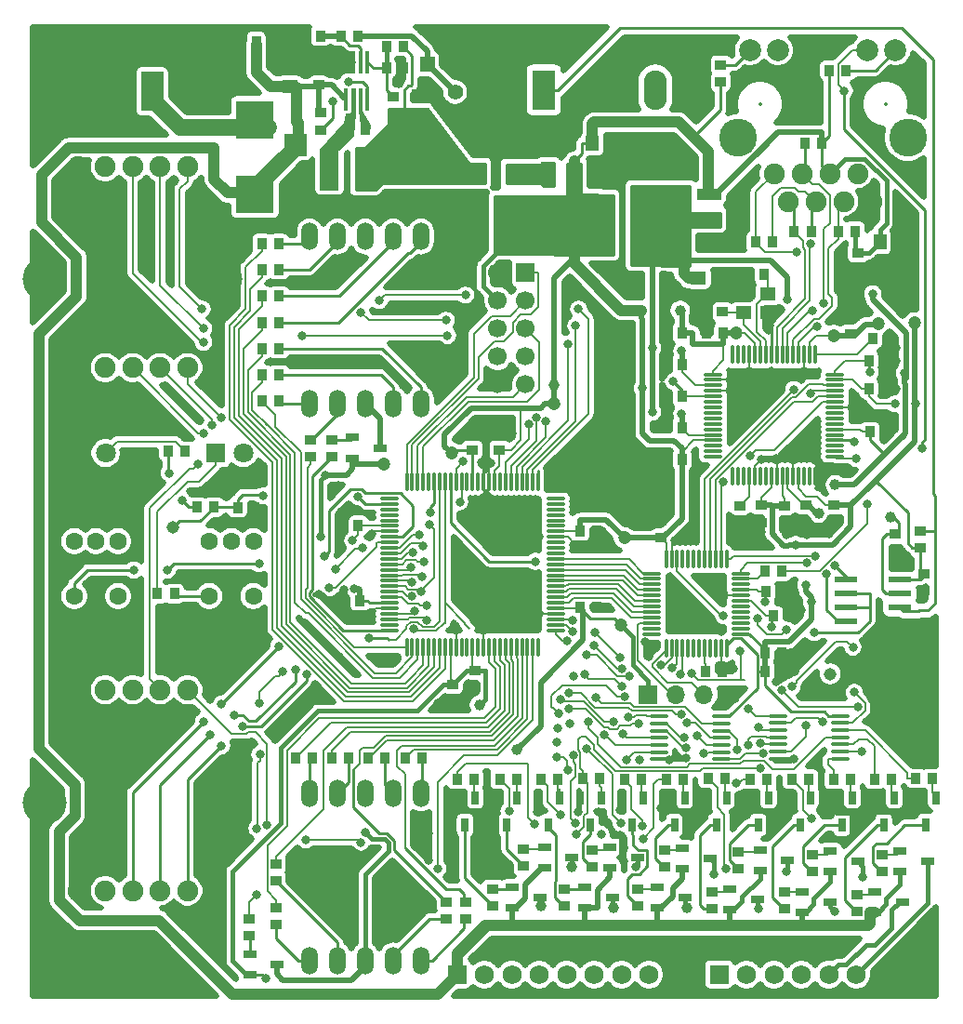
<source format=gbr>
%TF.GenerationSoftware,KiCad,Pcbnew,(5.1.4)-1*%
%TF.CreationDate,2019-11-01T19:47:46+08:00*%
%TF.ProjectId,AntennaSwitch_6x2,416e7465-6e6e-4615-9377-697463685f36,rev?*%
%TF.SameCoordinates,Original*%
%TF.FileFunction,Copper,L1,Top*%
%TF.FilePolarity,Positive*%
%FSLAX46Y46*%
G04 Gerber Fmt 4.6, Leading zero omitted, Abs format (unit mm)*
G04 Created by KiCad (PCBNEW (5.1.4)-1) date 2019-11-01 19:47:46*
%MOMM*%
%LPD*%
G04 APERTURE LIST*
%ADD10O,1.700000X0.320000*%
%ADD11R,0.930000X0.980000*%
%ADD12R,1.130000X1.800000*%
%ADD13C,1.600000*%
%ADD14C,1.143000*%
%ADD15O,1.800000X0.280000*%
%ADD16O,0.280000X1.800000*%
%ADD17O,1.524000X2.524000*%
%ADD18R,0.980000X0.930000*%
%ADD19R,1.000000X2.200000*%
%ADD20R,3.500000X2.200000*%
%ADD21R,0.900000X1.500000*%
%ADD22R,2.000000X2.000000*%
%ADD23R,2.200000X1.000000*%
%ADD24R,2.200000X3.500000*%
%ADD25R,1.160000X1.470000*%
%ADD26C,0.800000*%
%ADD27C,6.000000*%
%ADD28R,0.400000X2.000000*%
%ADD29R,2.000000X0.600000*%
%ADD30R,1.700000X1.700000*%
%ADD31C,1.700000*%
%ADD32R,1.400000X1.200000*%
%ADD33C,4.000000*%
%ADD34C,1.900000*%
%ADD35R,1.400000X1.400000*%
%ADD36C,1.400000*%
%ADD37R,1.250000X0.700000*%
%ADD38R,0.700000X1.250000*%
%ADD39R,1.780000X3.700000*%
%ADD40R,2.080000X3.600000*%
%ADD41O,2.080000X3.600000*%
%ADD42O,1.700000X1.700000*%
%ADD43C,2.000000*%
%ADD44C,3.450000*%
%ADD45R,1.750000X1.750000*%
%ADD46C,1.750000*%
%ADD47R,3.500000X3.500000*%
%ADD48R,1.800000X1.800000*%
%ADD49C,1.800000*%
%ADD50R,1.470000X1.160000*%
%ADD51C,1.200000*%
%ADD52C,1.000000*%
%ADD53C,0.250000*%
%ADD54C,0.508000*%
%ADD55C,0.203200*%
%ADD56C,0.381000*%
%ADD57C,0.254000*%
%ADD58C,1.016000*%
%ADD59C,0.228600*%
%ADD60C,1.524000*%
%ADD61C,0.152400*%
%ADD62C,0.100000*%
%ADD63C,0.350000*%
G04 APERTURE END LIST*
D10*
X124465000Y-113620000D03*
X124465000Y-114270000D03*
X124465000Y-114920000D03*
X124465000Y-115570000D03*
X124465000Y-116220000D03*
X124465000Y-116870000D03*
X124465000Y-117520000D03*
X118765000Y-117520000D03*
X118765000Y-116870000D03*
X118765000Y-116220000D03*
X118765000Y-115570000D03*
X118765000Y-114920000D03*
X118765000Y-114270000D03*
X118765000Y-113620000D03*
X113594000Y-113671000D03*
X113594000Y-114321000D03*
X113594000Y-114971000D03*
X113594000Y-115621000D03*
X113594000Y-116271000D03*
X113594000Y-116921000D03*
X113594000Y-117571000D03*
X107894000Y-117571000D03*
X107894000Y-116921000D03*
X107894000Y-116271000D03*
X107894000Y-115621000D03*
X107894000Y-114971000D03*
X107894000Y-114321000D03*
X107894000Y-113671000D03*
D11*
X132850000Y-119329000D03*
X131310000Y-119329000D03*
X129091000Y-119380000D03*
X127551000Y-119380000D03*
X125382000Y-119380000D03*
X123842000Y-119380000D03*
X121580000Y-119380000D03*
X120040000Y-119380000D03*
X117762000Y-119380000D03*
X116222000Y-119380000D03*
X113902000Y-119329000D03*
X112362000Y-119329000D03*
X110142000Y-119380000D03*
X108602000Y-119380000D03*
X106282000Y-119380000D03*
X104742000Y-119380000D03*
X102522000Y-119329000D03*
X100982000Y-119329000D03*
X98661600Y-119380000D03*
X97121600Y-119380000D03*
X94945200Y-119380000D03*
X93405200Y-119380000D03*
X91041600Y-119380000D03*
X89501600Y-119380000D03*
D12*
X91524800Y-64262000D03*
X94504800Y-64262000D03*
D13*
X66961000Y-97703000D03*
X68961000Y-97703000D03*
X70961000Y-97703000D03*
X66961000Y-102703000D03*
X68961000Y-102703000D03*
X70961000Y-102703000D03*
X54642000Y-97703000D03*
X56642000Y-97703000D03*
X58642000Y-97703000D03*
X54642000Y-102703000D03*
X56642000Y-102703000D03*
X58642000Y-102703000D03*
D11*
X67381500Y-94615000D03*
X65841500Y-94615000D03*
D14*
X63652400Y-96469200D03*
D11*
X71064500Y-94678500D03*
X69524500Y-94678500D03*
D14*
X123508000Y-109792000D03*
D15*
X98482000Y-93822000D03*
X98482000Y-94322000D03*
X98482000Y-94822000D03*
X98482000Y-95322000D03*
X98482000Y-95822000D03*
X98482000Y-96322000D03*
X98482000Y-96822000D03*
X98482000Y-97322000D03*
X98482000Y-97822000D03*
X98482000Y-98322000D03*
X98482000Y-98822000D03*
X98482000Y-99322000D03*
X98482000Y-99822000D03*
X98482000Y-100322000D03*
X98482000Y-100822000D03*
X98482000Y-101322000D03*
X98482000Y-101822000D03*
X98482000Y-102322000D03*
X98482000Y-102822000D03*
X98482000Y-103322000D03*
X98482000Y-103822000D03*
X98482000Y-104322000D03*
X98482000Y-104822000D03*
X98482000Y-105322000D03*
X98482000Y-105822000D03*
D16*
X96932000Y-107372000D03*
X96432000Y-107372000D03*
X95932000Y-107372000D03*
X95432000Y-107372000D03*
X94932000Y-107372000D03*
X94432000Y-107372000D03*
X93932000Y-107372000D03*
X93432000Y-107372000D03*
X92932000Y-107372000D03*
X92432000Y-107372000D03*
X91932000Y-107372000D03*
X91432000Y-107372000D03*
X90932000Y-107372000D03*
X90432000Y-107372000D03*
X89932000Y-107372000D03*
X89432000Y-107372000D03*
X88932000Y-107372000D03*
X88432000Y-107372000D03*
X87932000Y-107372000D03*
X87432000Y-107372000D03*
X86932000Y-107372000D03*
X86432000Y-107372000D03*
X85932000Y-107372000D03*
X85432000Y-107372000D03*
X84932000Y-107372000D03*
D15*
X83382000Y-105822000D03*
X83382000Y-105322000D03*
X83382000Y-104822000D03*
X83382000Y-104322000D03*
X83382000Y-103822000D03*
X83382000Y-103322000D03*
X83382000Y-102822000D03*
X83382000Y-102322000D03*
X83382000Y-101822000D03*
X83382000Y-101322000D03*
X83382000Y-100822000D03*
X83382000Y-100322000D03*
X83382000Y-99822000D03*
X83382000Y-99322000D03*
X83382000Y-98822000D03*
X83382000Y-98322000D03*
X83382000Y-97822000D03*
X83382000Y-97322000D03*
X83382000Y-96822000D03*
X83382000Y-96322000D03*
X83382000Y-95822000D03*
X83382000Y-95322000D03*
X83382000Y-94822000D03*
X83382000Y-94322000D03*
X83382000Y-93822000D03*
D16*
X84932000Y-92272000D03*
X85432000Y-92272000D03*
X85932000Y-92272000D03*
X86432000Y-92272000D03*
X86932000Y-92272000D03*
X87432000Y-92272000D03*
X87932000Y-92272000D03*
X88432000Y-92272000D03*
X88932000Y-92272000D03*
X89432000Y-92272000D03*
X89932000Y-92272000D03*
X90432000Y-92272000D03*
X90932000Y-92272000D03*
X91432000Y-92272000D03*
X91932000Y-92272000D03*
X92432000Y-92272000D03*
X92932000Y-92272000D03*
X93432000Y-92272000D03*
X93932000Y-92272000D03*
X94432000Y-92272000D03*
X94932000Y-92272000D03*
X95432000Y-92272000D03*
X95932000Y-92272000D03*
X96432000Y-92272000D03*
X96932000Y-92272000D03*
D17*
X76089000Y-85217000D03*
X78629000Y-85217000D03*
X81169000Y-85217000D03*
X83709000Y-85217000D03*
X86249000Y-85217000D03*
X86249000Y-69977000D03*
X83709000Y-69977000D03*
X81169000Y-69977000D03*
X78629000Y-69977000D03*
X76089000Y-69977000D03*
D11*
X119126000Y-109601000D03*
X117586000Y-109601000D03*
D18*
X91186000Y-111006000D03*
X91186000Y-109466000D03*
D19*
X97903000Y-64310000D03*
D20*
X100203000Y-70310000D03*
D19*
X100203000Y-64310000D03*
X102503000Y-64310000D03*
D11*
X115943000Y-73406000D03*
X117483000Y-73406000D03*
D21*
X67725600Y-52476400D03*
X71225600Y-52476400D03*
D22*
X74803000Y-61654000D03*
X74803000Y-65854000D03*
D18*
X76943200Y-54652800D03*
X76943200Y-56192800D03*
X83699600Y-57294400D03*
X83699600Y-58834400D03*
D11*
X81142200Y-60248800D03*
X79602200Y-60248800D03*
D18*
X108077000Y-97425000D03*
X108077000Y-95885000D03*
X113665000Y-75303000D03*
X113665000Y-76843000D03*
X115316000Y-96020000D03*
X115316000Y-94480000D03*
D11*
X119896000Y-104521000D03*
X118356000Y-104521000D03*
X128549000Y-81280000D03*
X127009000Y-81280000D03*
X108467000Y-81629200D03*
X110007000Y-81629200D03*
X108467000Y-87407800D03*
X110007000Y-87407800D03*
X128676000Y-87757000D03*
X127136000Y-87757000D03*
D18*
X121280000Y-95994000D03*
X121280000Y-94454000D03*
D11*
X112260000Y-78740000D03*
X113800000Y-78740000D03*
X119174000Y-102311000D03*
X117634000Y-102311000D03*
X79121000Y-103124000D03*
X80661000Y-103124000D03*
X119096000Y-107874000D03*
X117556000Y-107874000D03*
D18*
X132080000Y-102243000D03*
X132080000Y-100703000D03*
X119380000Y-96020000D03*
X119380000Y-94480000D03*
D11*
X128549000Y-83820000D03*
X127009000Y-83820000D03*
D18*
X125349000Y-77335000D03*
X125349000Y-78875000D03*
D11*
X108467000Y-78740000D03*
X110007000Y-78740000D03*
X108471000Y-84518500D03*
X110011000Y-84518500D03*
X108472000Y-90297000D03*
X110012000Y-90297000D03*
D18*
X123795000Y-95994000D03*
X123795000Y-94454000D03*
X117191000Y-94453000D03*
X117191000Y-95993000D03*
X126001000Y-73025000D03*
X126001000Y-71485000D03*
D11*
X110871000Y-63754000D03*
X112411000Y-63754000D03*
X78978000Y-96266000D03*
X80518000Y-96266000D03*
D18*
X89154000Y-112284000D03*
X89154000Y-110744000D03*
D11*
X102251000Y-103759000D03*
X100711000Y-103759000D03*
X102251000Y-96774000D03*
X100711000Y-96774000D03*
D18*
X90932000Y-87876000D03*
X90932000Y-89416000D03*
X93345000Y-87876000D03*
X93345000Y-89416000D03*
D23*
X112499000Y-66178400D03*
D24*
X106499000Y-68478400D03*
D23*
X112499000Y-68478400D03*
X112499000Y-70778400D03*
D25*
X103633000Y-61468000D03*
X101853000Y-61468000D03*
D11*
X75520800Y-51765200D03*
X77060800Y-51765200D03*
D26*
X105739810Y-90227100D03*
X105739810Y-92602100D03*
X103683000Y-93789600D03*
X101626190Y-92602100D03*
X101626190Y-90227100D03*
X103683000Y-89039600D03*
D27*
X103683000Y-91414600D03*
D26*
X131596810Y-109429500D03*
X131596810Y-111804500D03*
X129540000Y-112992000D03*
X127483190Y-111804500D03*
X127483190Y-109429500D03*
X129540000Y-108242000D03*
D27*
X129540000Y-110617000D03*
D26*
X56056810Y-134812500D03*
X56056810Y-137187500D03*
X54000000Y-138375000D03*
X51943190Y-137187500D03*
X51943190Y-134812500D03*
X54000000Y-133625000D03*
D27*
X54000000Y-136000000D03*
D26*
X56056810Y-52812500D03*
X56056810Y-55187500D03*
X54000000Y-56375000D03*
X51943190Y-55187500D03*
X51943190Y-52812500D03*
X54000000Y-51625000D03*
D27*
X54000000Y-54000000D03*
D28*
X81342200Y-54093800D03*
X80702200Y-54093800D03*
X80042200Y-54093800D03*
X79402200Y-54093800D03*
X79402200Y-57513800D03*
X80042200Y-57513800D03*
X80702200Y-57513800D03*
X81342200Y-57513800D03*
D29*
X124931000Y-103759000D03*
X129831000Y-101219000D03*
X129831000Y-102489000D03*
X129831000Y-103759000D03*
X129831000Y-105029000D03*
X124931000Y-105029000D03*
X124931000Y-102489000D03*
X124931000Y-101219000D03*
D16*
X114066000Y-107453000D03*
X113566000Y-107453000D03*
X113066000Y-107453000D03*
X112566000Y-107453000D03*
X112066000Y-107453000D03*
X111566000Y-107453000D03*
X111066000Y-107453000D03*
X110566000Y-107453000D03*
X110066000Y-107453000D03*
X109566000Y-107453000D03*
X109066000Y-107453000D03*
X108566000Y-107453000D03*
D15*
X107266000Y-106153000D03*
X107266000Y-105653000D03*
X107266000Y-105153000D03*
X107266000Y-104653000D03*
X107266000Y-104153000D03*
X107266000Y-103653000D03*
X107266000Y-103153000D03*
X107266000Y-102653000D03*
X107266000Y-102153000D03*
X107266000Y-101653000D03*
X107266000Y-101153000D03*
X107266000Y-100653000D03*
D16*
X108566000Y-99353000D03*
X109066000Y-99353000D03*
X109566000Y-99353000D03*
X110066000Y-99353000D03*
X110566000Y-99353000D03*
X111066000Y-99353000D03*
X111566000Y-99353000D03*
X112066000Y-99353000D03*
X112566000Y-99353000D03*
X113066000Y-99353000D03*
X113566000Y-99353000D03*
X114066000Y-99353000D03*
D15*
X115366000Y-100653000D03*
X115366000Y-101153000D03*
X115366000Y-101653000D03*
X115366000Y-102153000D03*
X115366000Y-102653000D03*
X115366000Y-103153000D03*
X115366000Y-103653000D03*
X115366000Y-104153000D03*
X115366000Y-104653000D03*
X115366000Y-105153000D03*
X115366000Y-105653000D03*
X115366000Y-106153000D03*
X123935000Y-82533200D03*
X123935000Y-83033200D03*
X123935000Y-83533200D03*
X123935000Y-84033200D03*
X123935000Y-84533200D03*
X123935000Y-85033200D03*
X123935000Y-85533200D03*
X123935000Y-86033200D03*
X123935000Y-86533200D03*
X123935000Y-87033200D03*
X123935000Y-87533200D03*
X123935000Y-88033200D03*
X123935000Y-88533200D03*
X123935000Y-89033200D03*
X123935000Y-89533200D03*
X123935000Y-90033200D03*
D16*
X122135000Y-91833200D03*
X121635000Y-91833200D03*
X121135000Y-91833200D03*
X120635000Y-91833200D03*
X120135000Y-91833200D03*
X119635000Y-91833200D03*
X119135000Y-91833200D03*
X118635000Y-91833200D03*
X118135000Y-91833200D03*
X117635000Y-91833200D03*
X117135000Y-91833200D03*
X116635000Y-91833200D03*
X116135000Y-91833200D03*
X115635000Y-91833200D03*
X115135000Y-91833200D03*
X114635000Y-91833200D03*
D15*
X112835000Y-90033200D03*
X112835000Y-89533200D03*
X112835000Y-89033200D03*
X112835000Y-88533200D03*
X112835000Y-88033200D03*
X112835000Y-87533200D03*
X112835000Y-87033200D03*
X112835000Y-86533200D03*
X112835000Y-86033200D03*
X112835000Y-85533200D03*
X112835000Y-85033200D03*
X112835000Y-84533200D03*
X112835000Y-84033200D03*
X112835000Y-83533200D03*
X112835000Y-83033200D03*
X112835000Y-82533200D03*
D16*
X114635000Y-80733200D03*
X115135000Y-80733200D03*
X115635000Y-80733200D03*
X116135000Y-80733200D03*
X116635000Y-80733200D03*
X117135000Y-80733200D03*
X117635000Y-80733200D03*
X118135000Y-80733200D03*
X118635000Y-80733200D03*
X119135000Y-80733200D03*
X119635000Y-80733200D03*
X120135000Y-80733200D03*
X120635000Y-80733200D03*
X121135000Y-80733200D03*
X121635000Y-80733200D03*
X122135000Y-80733200D03*
D30*
X95758000Y-73279000D03*
D31*
X93218000Y-73279000D03*
X95758000Y-75819000D03*
X93218000Y-75819000D03*
X95758000Y-78359000D03*
X93218000Y-78359000D03*
X95758000Y-80899000D03*
X93218000Y-80899000D03*
X95758000Y-83439000D03*
X93218000Y-83439000D03*
D11*
X80507200Y-51765200D03*
X78967200Y-51765200D03*
X84622000Y-54660800D03*
X83082000Y-54660800D03*
X64770000Y-89500000D03*
X63230000Y-89500000D03*
X83082000Y-52679600D03*
X84622000Y-52679600D03*
D18*
X77070200Y-60264800D03*
X77070200Y-58724800D03*
X131699000Y-98306000D03*
X131699000Y-96766000D03*
D11*
X127373000Y-79248000D03*
X128913000Y-79248000D03*
X112133000Y-109601000D03*
X113673000Y-109601000D03*
X118270000Y-70500000D03*
X116730000Y-70500000D03*
X121770000Y-69500000D03*
X120230000Y-69500000D03*
X123436000Y-54856000D03*
X124976000Y-54856000D03*
D18*
X113538000Y-55888000D03*
X113538000Y-54348000D03*
D11*
X122770000Y-61500000D03*
X121230000Y-61500000D03*
X125770000Y-69500000D03*
X124230000Y-69500000D03*
D18*
X90297000Y-130548000D03*
X90297000Y-132088000D03*
D11*
X74795000Y-117475000D03*
X76335000Y-117475000D03*
X78097000Y-117475000D03*
X79637000Y-117475000D03*
D18*
X78105000Y-90051000D03*
X78105000Y-88511000D03*
D11*
X71747000Y-80179300D03*
X73287000Y-80179300D03*
X71747000Y-73003800D03*
X73287000Y-73003800D03*
D18*
X76200000Y-90051000D03*
X76200000Y-88511000D03*
D11*
X71747000Y-77787500D03*
X73287000Y-77787500D03*
X71747000Y-75395700D03*
X73287000Y-75395700D03*
D18*
X129413000Y-97020000D03*
X129413000Y-98560000D03*
D11*
X117594000Y-100457000D03*
X119134000Y-100457000D03*
D18*
X128207000Y-126230000D03*
X128207000Y-127770000D03*
X125921000Y-129913000D03*
X125921000Y-131453000D03*
X121857000Y-126230000D03*
X121857000Y-127770000D03*
X119317000Y-129659000D03*
X119317000Y-131199000D03*
X115126000Y-125976000D03*
X115126000Y-127516000D03*
X112713000Y-129659000D03*
X112713000Y-131199000D03*
X108395000Y-125849000D03*
X108395000Y-127389000D03*
X105982000Y-129397000D03*
X105982000Y-130937000D03*
X101791000Y-125849000D03*
X101791000Y-127389000D03*
X99251000Y-129405000D03*
X99251000Y-130945000D03*
X95568000Y-125722000D03*
X95568000Y-127262000D03*
X92774000Y-129357000D03*
X92774000Y-130897000D03*
D11*
X63770000Y-102500000D03*
X62230000Y-102500000D03*
D18*
X70612000Y-132097000D03*
X70612000Y-133637000D03*
X73025000Y-131056000D03*
X73025000Y-132596000D03*
X73025000Y-127119000D03*
X73025000Y-128659000D03*
X88519000Y-130548000D03*
X88519000Y-132088000D03*
D11*
X84828000Y-117475000D03*
X86368000Y-117475000D03*
X81399000Y-117475000D03*
X82939000Y-117475000D03*
X71747000Y-70612000D03*
X73287000Y-70612000D03*
X71747000Y-84963000D03*
X73287000Y-84963000D03*
X71747000Y-82571200D03*
X73287000Y-82571200D03*
D32*
X117834000Y-75222400D03*
X115634000Y-75222400D03*
X115634000Y-76922400D03*
X117834000Y-76922400D03*
D33*
X67976000Y-121496000D03*
X51976000Y-121496000D03*
D34*
X54976000Y-129546000D03*
X57476000Y-129546000D03*
X59976000Y-129546000D03*
X62476000Y-129546000D03*
X64976000Y-129546000D03*
X64976000Y-111246000D03*
X62476000Y-111246000D03*
X59976000Y-111246000D03*
X57476000Y-111246000D03*
X54976000Y-111246000D03*
D33*
X67976000Y-73871000D03*
X51976000Y-73871000D03*
D34*
X54976000Y-81921000D03*
X57476000Y-81921000D03*
X59976000Y-81921000D03*
X62476000Y-81921000D03*
X64976000Y-81921000D03*
X64976000Y-63621000D03*
X62476000Y-63621000D03*
X59976000Y-63621000D03*
X57476000Y-63621000D03*
X54976000Y-63621000D03*
D17*
X76089000Y-135890000D03*
X78629000Y-135890000D03*
X81169000Y-135890000D03*
X83709000Y-135890000D03*
X86249000Y-135890000D03*
X86249000Y-120650000D03*
X83709000Y-120650000D03*
X81169000Y-120650000D03*
X78629000Y-120650000D03*
X76089000Y-120650000D03*
D35*
X86798400Y-54305200D03*
D36*
X91878400Y-54305200D03*
X89338400Y-56845200D03*
D37*
X132378000Y-126873000D03*
X129878000Y-127823000D03*
X129878000Y-125923000D03*
X130092000Y-130556000D03*
X127592000Y-131506000D03*
X127592000Y-129606000D03*
X126028000Y-126873000D03*
X123528000Y-127823000D03*
X123528000Y-125923000D03*
X123488000Y-130556000D03*
X120988000Y-131506000D03*
X120988000Y-129606000D03*
X119614000Y-126746000D03*
X117114000Y-127696000D03*
X117114000Y-125796000D03*
X116884000Y-130302000D03*
X114384000Y-131252000D03*
X114384000Y-129352000D03*
X112566000Y-126619000D03*
X110066000Y-127569000D03*
X110066000Y-125669000D03*
X110280000Y-130175000D03*
X107780000Y-131125000D03*
X107780000Y-129225000D03*
X105962000Y-126492000D03*
X103462000Y-127442000D03*
X103462000Y-125542000D03*
X103676000Y-130175000D03*
X101176000Y-131125000D03*
X101176000Y-129225000D03*
X99993000Y-126492000D03*
X97493000Y-127442000D03*
X97493000Y-125542000D03*
X97072000Y-130175000D03*
X94572000Y-131125000D03*
X94572000Y-129225000D03*
D38*
X132207000Y-123551000D03*
X131257000Y-121051000D03*
X133157000Y-121051000D03*
X128391000Y-123551000D03*
X127441000Y-121051000D03*
X129341000Y-121051000D03*
X124576000Y-123551000D03*
X123626000Y-121051000D03*
X125526000Y-121051000D03*
X120760000Y-123551000D03*
X119810000Y-121051000D03*
X121710000Y-121051000D03*
X116944000Y-123551000D03*
X115994000Y-121051000D03*
X117894000Y-121051000D03*
X113128000Y-123551000D03*
X112178000Y-121051000D03*
X114078000Y-121051000D03*
X109313000Y-123551000D03*
X108363000Y-121051000D03*
X110263000Y-121051000D03*
X105497000Y-123551000D03*
X104547000Y-121051000D03*
X106447000Y-121051000D03*
X101681000Y-123551000D03*
X100731000Y-121051000D03*
X102631000Y-121051000D03*
X97865500Y-123551000D03*
X96915500Y-121051000D03*
X98815500Y-121051000D03*
X94049700Y-123551000D03*
X93099700Y-121051000D03*
X94999700Y-121051000D03*
X90234000Y-123551000D03*
X89284000Y-121051000D03*
X91184000Y-121051000D03*
D37*
X73132000Y-136271000D03*
X70632000Y-137221000D03*
X70632000Y-135321000D03*
X82510000Y-89220000D03*
X80010000Y-90170000D03*
X80010000Y-88270000D03*
D39*
X77898200Y-63931800D03*
X81068200Y-63931800D03*
D40*
X61754000Y-56769000D03*
D41*
X66834000Y-56769000D03*
D40*
X97409000Y-56642000D03*
D41*
X102489000Y-56642000D03*
X107569000Y-56642000D03*
D30*
X106934000Y-111658000D03*
D42*
X109474000Y-111658000D03*
X112014000Y-111658000D03*
X114554000Y-111658000D03*
D43*
X129451000Y-53012000D03*
X126911000Y-53012000D03*
X118741000Y-53012000D03*
X116201000Y-53012000D03*
D44*
X130571000Y-60962000D03*
X115081000Y-60962000D03*
D34*
X125996000Y-64262000D03*
X123456000Y-64262000D03*
X120916000Y-64262000D03*
X118376000Y-64262000D03*
X127266000Y-66802000D03*
X124726000Y-66802000D03*
X119646000Y-66802000D03*
X122186000Y-66802000D03*
D45*
X113380000Y-137160000D03*
D46*
X115880000Y-137160000D03*
X118380000Y-137160000D03*
X120880000Y-137160000D03*
X123380000Y-137160000D03*
X125880000Y-137160000D03*
X128380000Y-137160000D03*
X130880000Y-137160000D03*
D45*
X89504000Y-137160000D03*
D46*
X92004000Y-137160000D03*
X94504000Y-137160000D03*
X97004000Y-137160000D03*
X99504000Y-137160000D03*
X102004000Y-137160000D03*
X104504000Y-137160000D03*
X107004000Y-137160000D03*
D47*
X71120000Y-66138000D03*
X71120000Y-59338000D03*
D48*
X54965600Y-89687400D03*
D49*
X57505600Y-89687400D03*
D48*
X67513200Y-89687400D03*
D49*
X70053200Y-89687400D03*
D50*
X86087200Y-57174400D03*
X86087200Y-58954400D03*
X74276200Y-54532800D03*
X74276200Y-56312800D03*
D25*
X129812000Y-70485000D03*
X128032000Y-70485000D03*
D50*
X111506000Y-75566000D03*
X111506000Y-73786000D03*
D26*
X106654600Y-106845400D03*
X93726000Y-67056000D03*
X95326000Y-67056000D03*
X96926000Y-67056000D03*
X98526000Y-67056000D03*
X100126000Y-67056000D03*
X101726000Y-67056000D03*
X94488000Y-68961000D03*
X96088000Y-68961000D03*
X97688000Y-68961000D03*
X99288000Y-68961000D03*
X100888000Y-68961000D03*
X102488000Y-68961000D03*
X95326000Y-70739000D03*
X96926000Y-70739000D03*
D51*
X88993852Y-89695148D03*
D52*
X94996000Y-116713000D03*
D26*
X117602000Y-103251000D03*
D51*
X127894000Y-77905800D03*
D52*
X91567000Y-112649000D03*
D51*
X131191000Y-77851000D03*
X104771000Y-97425000D03*
D26*
X121285000Y-101727000D03*
X131318000Y-85217000D03*
D51*
X82829400Y-90678000D03*
X98358400Y-85207000D03*
D26*
X72060400Y-137526000D03*
X121793000Y-103251000D03*
D51*
X104445000Y-105359000D03*
D52*
X106299000Y-76708000D03*
D26*
X129413000Y-85217000D03*
X63295600Y-91514200D03*
D52*
X98358400Y-83505600D03*
D26*
X77519700Y-91706900D03*
X77089000Y-97267100D03*
D52*
X109855000Y-76708000D03*
D51*
X114935000Y-78740000D03*
D26*
X64452500Y-93980000D03*
D51*
X123817000Y-79002000D03*
D26*
X80174200Y-102071000D03*
X106407000Y-83792100D03*
X109220000Y-83185000D03*
X120361000Y-98021600D03*
X93726000Y-70739000D03*
X80010000Y-97663000D03*
X118174000Y-105537000D03*
X109982000Y-86106000D03*
X107315000Y-85979000D03*
X109982000Y-80391000D03*
X107315000Y-80137000D03*
D52*
X122438000Y-95178100D03*
X123952000Y-92583000D03*
D26*
X119634000Y-75692000D03*
X127381000Y-75184000D03*
X127127000Y-82296000D03*
X130283000Y-82423000D03*
X121920000Y-76708000D03*
X106172000Y-65913000D03*
X108172000Y-65913000D03*
X110172000Y-65913000D03*
X108172000Y-67513000D03*
X110172000Y-67513000D03*
X108172000Y-69113000D03*
X110172000Y-69113000D03*
X106172000Y-70713000D03*
X108172000Y-70713000D03*
X110172000Y-70713000D03*
X106172000Y-72313000D03*
X108172000Y-72313000D03*
X110172000Y-72313000D03*
X102108000Y-106045000D03*
X100076000Y-104915000D03*
X104394000Y-108331000D03*
X108109518Y-108997366D03*
X100076000Y-105918000D03*
X101981000Y-107188000D03*
X109095312Y-109269761D03*
X104518442Y-109338026D03*
X99568000Y-106807000D03*
X101346000Y-108077000D03*
X109881244Y-109849189D03*
X105241584Y-109966968D03*
D52*
X97150300Y-130937000D03*
X99949000Y-127381000D03*
X103759000Y-131064000D03*
D26*
X105791000Y-127381000D03*
X71247000Y-129921000D03*
X87757000Y-127508000D03*
X126873000Y-94361000D03*
X125857000Y-90170000D03*
X78232000Y-57658000D03*
X79629000Y-55880000D03*
X120170000Y-83918800D03*
X121752000Y-84242100D03*
X113792000Y-104521000D03*
X122047000Y-106045000D03*
X119507000Y-105791000D03*
X116859000Y-104778000D03*
X122174000Y-99060000D03*
X123957255Y-99954255D03*
X123195255Y-100716255D03*
X121380847Y-99714010D03*
D52*
X129032000Y-95504000D03*
D26*
X122926000Y-76022600D03*
X122349000Y-78176200D03*
X121757000Y-70667500D03*
X120447000Y-71367200D03*
X113792000Y-92329000D03*
X116205000Y-89916000D03*
X131216000Y-122072000D03*
X127406000Y-122072000D03*
X123647000Y-122072000D03*
X119786000Y-122072000D03*
X112166000Y-122123000D03*
X104394000Y-122174000D03*
X96824800Y-122326000D03*
X93014800Y-122225000D03*
X89204800Y-122377000D03*
X110134000Y-104851000D03*
X93929200Y-96672400D03*
X64973200Y-85648800D03*
X68630800Y-93268800D03*
X78740000Y-92608400D03*
X83007200Y-108610000D03*
X78790800Y-108255000D03*
X77419200Y-111811000D03*
X83261200Y-127457000D03*
X77012800Y-126797000D03*
X63347600Y-69189600D03*
X61264800Y-68122800D03*
X77368400Y-73710800D03*
X79095600Y-81381600D03*
X86258400Y-80873600D03*
X125882000Y-58064400D03*
X120599000Y-57962800D03*
X71831200Y-95046800D03*
D52*
X131842000Y-102878000D03*
X128143000Y-105029000D03*
X130048000Y-106299000D03*
X129423000Y-99822000D03*
D26*
X129510000Y-80137000D03*
X129514600Y-83845400D03*
X128651000Y-86487000D03*
X123444000Y-97028000D03*
X121412000Y-97155000D03*
X90424000Y-112141000D03*
X89789000Y-88134700D03*
D52*
X84201000Y-56007000D03*
X111379000Y-76708000D03*
D26*
X81534000Y-104394000D03*
X96647000Y-101981000D03*
X100330000Y-98298000D03*
X89408000Y-105410000D03*
X79248000Y-104521000D03*
X78994000Y-94996000D03*
X102235000Y-97790000D03*
X120142000Y-102362000D03*
X107061000Y-95885000D03*
X113665000Y-73914000D03*
X114808000Y-73152000D03*
X117950000Y-78096800D03*
X125349000Y-76073000D03*
X125603000Y-85598000D03*
X117221000Y-96901000D03*
X115316000Y-96901000D03*
X130937000Y-70485000D03*
X127000000Y-73152000D03*
X112014000Y-77470000D03*
X108458000Y-77724000D03*
X129521000Y-81280000D03*
D51*
X109347000Y-63754000D03*
X105029000Y-61468000D03*
X114681000Y-70612000D03*
X114681000Y-69342000D03*
X104267000Y-64135000D03*
X105537000Y-64135000D03*
D26*
X114427000Y-84074000D03*
X116205000Y-82423000D03*
X120904000Y-82550000D03*
X123063000Y-91567000D03*
X120142000Y-90043000D03*
X118618000Y-90170000D03*
X117221000Y-90297000D03*
X114681000Y-83058000D03*
X107569000Y-87503000D03*
X108458000Y-85344000D03*
X108331000Y-82550000D03*
X109347000Y-97663000D03*
X120269000Y-109601000D03*
X120885000Y-104032000D03*
X113792000Y-102616000D03*
D52*
X74295000Y-52959000D03*
X74168000Y-51689000D03*
X76962000Y-53340000D03*
X78359000Y-53467000D03*
X78359000Y-54864000D03*
X86487000Y-56007000D03*
D51*
X74930000Y-67818000D03*
X76327000Y-67691000D03*
D26*
X103302000Y-103784000D03*
X108458000Y-91897200D03*
X91770200Y-90500200D03*
X92573900Y-90600600D03*
X81762600Y-97078800D03*
X87791700Y-112430000D03*
X91882300Y-105706000D03*
X120192800Y-117500400D03*
X110794800Y-123393200D03*
X108483400Y-120777000D03*
X108124106Y-121992106D03*
X102412800Y-122402600D03*
X104394000Y-124460000D03*
X100541570Y-122347239D03*
X118922800Y-123418600D03*
X86944200Y-124282200D03*
X85623400Y-124231400D03*
X86944200Y-126746000D03*
X116183732Y-121996448D03*
X76885800Y-102514400D03*
X79171800Y-102158800D03*
X104708040Y-126886963D03*
X119507000Y-97123096D03*
X94572730Y-87935517D03*
X118597270Y-110510631D03*
X114694791Y-109331834D03*
X120079000Y-108299210D03*
X106984800Y-108229400D03*
X108813600Y-117626378D03*
X110358503Y-117466263D03*
X106172000Y-117626378D03*
D52*
X110490000Y-131064000D03*
D26*
X112903000Y-128016000D03*
X116967000Y-131191000D03*
X119507000Y-127762000D03*
X123952000Y-131445000D03*
X126492000Y-128270000D03*
X131896000Y-89281000D03*
X125730000Y-88646000D03*
X124790000Y-56718200D03*
X81193357Y-124262090D03*
X86741000Y-104882979D03*
X105090790Y-113754142D03*
X98602800Y-117373400D03*
X99611484Y-118578698D03*
X100319500Y-123394700D03*
X85615396Y-104051177D03*
X110374385Y-116513984D03*
X100099037Y-117225715D03*
X73651262Y-109617662D03*
X71529201Y-112474001D03*
X71551800Y-117119400D03*
X71282000Y-123872200D03*
X75742800Y-124891800D03*
X80774800Y-125117600D03*
X86719300Y-103574967D03*
X102956363Y-115312998D03*
X98563773Y-116014588D03*
X104450600Y-123386300D03*
X111940400Y-117019300D03*
X85375744Y-102743165D03*
X101321588Y-116588557D03*
X125577200Y-107360000D03*
X87032200Y-96241600D03*
X86210268Y-102284191D03*
X120037961Y-110954808D03*
X110435620Y-114276027D03*
X98662900Y-114706576D03*
X102131600Y-111920600D03*
X85398000Y-101435153D03*
X99754499Y-114357403D03*
X86329800Y-100976000D03*
X104816957Y-111834974D03*
X116034336Y-112957036D03*
X98729900Y-113398564D03*
X106063000Y-114324000D03*
X116977000Y-114656000D03*
X99697900Y-112992000D03*
X85279400Y-100127142D03*
X86486700Y-99566400D03*
X103777802Y-114151512D03*
X117122805Y-116130946D03*
X98904000Y-112090552D03*
X85462800Y-98719300D03*
X99713400Y-111568000D03*
X119126000Y-111302800D03*
X126034800Y-112776000D03*
X126339600Y-116840000D03*
X109972095Y-113444021D03*
X86434200Y-98156800D03*
X100112000Y-110039000D03*
X101477597Y-114151988D03*
X86106000Y-97155000D03*
X101101000Y-109869000D03*
X104546400Y-110921800D03*
X110896400Y-109753400D03*
X115316000Y-107721400D03*
X125701100Y-111474376D03*
X71475600Y-99771200D03*
X63119000Y-100330000D03*
X77470000Y-99060000D03*
X60071000Y-100330000D03*
X77873603Y-101964715D03*
X66421000Y-87884000D03*
X96031010Y-87083417D03*
X67183000Y-87122000D03*
X96734021Y-86440872D03*
X68007700Y-86423800D03*
X97619649Y-86791230D03*
X66294000Y-76581000D03*
X82423000Y-75819000D03*
X90297000Y-75311000D03*
X100584000Y-76581000D03*
X66421000Y-78359000D03*
X88519000Y-77597000D03*
X100330000Y-78105000D03*
X80779000Y-76880600D03*
X66421000Y-79629000D03*
X75438000Y-78994000D03*
X88646000Y-78994000D03*
X99625200Y-79756000D03*
X87122000Y-95123000D03*
X73279000Y-107315000D03*
X68072000Y-112522000D03*
X66421000Y-114173000D03*
X81534000Y-106553000D03*
X69215000Y-113538000D03*
X67056000Y-115316000D03*
X74774489Y-109419345D03*
X75819000Y-109855000D03*
X69977000Y-114554000D03*
X68072000Y-116332000D03*
X85598000Y-105714800D03*
X96653200Y-99561800D03*
X72172588Y-123534647D03*
X65911200Y-90689600D03*
X90084200Y-90451700D03*
X89768800Y-94144500D03*
X80917200Y-98322400D03*
X78414300Y-100237000D03*
X80518000Y-93662500D03*
X71818500Y-93599000D03*
X96533300Y-123431100D03*
X110168738Y-115584039D03*
X94248400Y-122301000D03*
X104619985Y-115284900D03*
X98935200Y-122613100D03*
X104960200Y-117626378D03*
X102638800Y-124412400D03*
X100377600Y-124412400D03*
X117160941Y-118354617D03*
X117384832Y-117046605D03*
X111361800Y-115382900D03*
X106399400Y-123640311D03*
X106435600Y-124791700D03*
X115066828Y-116696033D03*
X122816100Y-114176700D03*
X114029700Y-127515300D03*
X116038800Y-116307400D03*
X114948525Y-119716028D03*
X121269900Y-114496600D03*
X121800900Y-122981000D03*
D53*
X101853000Y-61468000D02*
X100893700Y-61468000D01*
X100203000Y-63118000D02*
X100893700Y-62427300D01*
X100893700Y-62427300D02*
X100893700Y-61468000D01*
D54*
X113099000Y-66178400D02*
X118776000Y-60502000D01*
X118776000Y-60502000D02*
X122770000Y-60502000D01*
X122770000Y-60502000D02*
X122770000Y-61500000D01*
X112499000Y-66178400D02*
X113099000Y-66178400D01*
X113099000Y-66178400D02*
X117809000Y-61468000D01*
D55*
X118270000Y-70500000D02*
X118270000Y-66283300D01*
X118270000Y-66283300D02*
X119032000Y-65521800D01*
X119032000Y-65521800D02*
X120260000Y-65521800D01*
X120260000Y-65521800D02*
X120591000Y-65852000D01*
X120591000Y-65852000D02*
X121236000Y-65852000D01*
X121236000Y-65852000D02*
X122186000Y-66802000D01*
D56*
X125770000Y-69500000D02*
X125770000Y-71254000D01*
X125770000Y-71254000D02*
X126001000Y-71485000D01*
X126001000Y-71485000D02*
X127032000Y-71485000D01*
X127032000Y-71485000D02*
X128032000Y-70485000D01*
X128032000Y-70485000D02*
X128032000Y-69369000D01*
X128032000Y-69369000D02*
X128635000Y-68765900D01*
X128635000Y-68765900D02*
X128635000Y-64874800D01*
X128635000Y-64874800D02*
X126653000Y-62892900D01*
X126653000Y-62892900D02*
X124825000Y-62892900D01*
X124825000Y-62892900D02*
X124406000Y-63312000D01*
X124406000Y-63312000D02*
X123456000Y-64262000D01*
D57*
X121770000Y-69500000D02*
X121770000Y-67218000D01*
X121770000Y-67218000D02*
X122186000Y-66802000D01*
D58*
X100203000Y-64310000D02*
X100203000Y-63118000D01*
X112411000Y-63754000D02*
X112411000Y-66090000D01*
X112411000Y-66090000D02*
X112499000Y-66178400D01*
D57*
X123436000Y-54856000D02*
X123436000Y-60834000D01*
X123436000Y-60834000D02*
X122770000Y-61500000D01*
X122770000Y-61500000D02*
X122770000Y-63576000D01*
X122770000Y-63576000D02*
X123456000Y-64262000D01*
X113538000Y-55888000D02*
X113538000Y-58420000D01*
X113538000Y-58420000D02*
X111060000Y-60897500D01*
D58*
X101853000Y-61468000D02*
X101853000Y-59717000D01*
X101853000Y-59717000D02*
X102007000Y-59563000D01*
X102007000Y-59563000D02*
X109726000Y-59563000D01*
X109726000Y-59563000D02*
X111060000Y-60897500D01*
X111060000Y-60897500D02*
X112411000Y-62248000D01*
X112411000Y-62248000D02*
X112411000Y-63754000D01*
D57*
X116867000Y-109601000D02*
X117586000Y-109601000D01*
D56*
X70357000Y-137221000D02*
X69088000Y-135952000D01*
D55*
X108566000Y-99353400D02*
X108566000Y-99353000D01*
D54*
X106407000Y-87928400D02*
X106407000Y-83792100D01*
X110012000Y-90297000D02*
X110012000Y-89603800D01*
D56*
X85870000Y-113157000D02*
X88283000Y-110744000D01*
X73479100Y-116515000D02*
X76837000Y-113157000D01*
X70632000Y-137221000D02*
X70357000Y-137221000D01*
D53*
X63230000Y-91448600D02*
X63230000Y-89500000D01*
X71755900Y-137221000D02*
X72060400Y-137526000D01*
X131191000Y-83248500D02*
X131318000Y-83375500D01*
D54*
X109289000Y-88576200D02*
X107055000Y-88576200D01*
D53*
X70632000Y-137221000D02*
X71755900Y-137221000D01*
D54*
X107055000Y-88576200D02*
X106407000Y-87928400D01*
D55*
X127713000Y-85217000D02*
X129413000Y-85217000D01*
D56*
X88283000Y-110744000D02*
X89154000Y-110744000D01*
X76837000Y-113157000D02*
X85870000Y-113157000D01*
X69088000Y-127762000D02*
X73479100Y-123371000D01*
D54*
X119766000Y-106876000D02*
X117556000Y-106876000D01*
X121793000Y-104849000D02*
X119766000Y-106876000D01*
D57*
X80010000Y-90170000D02*
X80010000Y-90627200D01*
D54*
X100203000Y-70310000D02*
X100203000Y-71918000D01*
D57*
X80010000Y-90627200D02*
X80010000Y-91135200D01*
D53*
X131318000Y-83375500D02*
X131318000Y-85217000D01*
D55*
X127009000Y-84513200D02*
X127713000Y-85217000D01*
D54*
X117556000Y-106876000D02*
X117556000Y-107584000D01*
D58*
X100203000Y-70310000D02*
X100203000Y-71918000D01*
D56*
X73479100Y-123371000D02*
X73479100Y-116515000D01*
X69088000Y-135952000D02*
X69088000Y-127762000D01*
D54*
X121793000Y-103251000D02*
X121793000Y-104849000D01*
X80010000Y-90627200D02*
X80010000Y-91135200D01*
D55*
X127009000Y-83820000D02*
X127009000Y-84513200D01*
X89154000Y-111117000D02*
X89154000Y-110744000D01*
D54*
X131191000Y-77851000D02*
X131191000Y-83248500D01*
X110012000Y-89299000D02*
X109289000Y-88576200D01*
X117556000Y-107584000D02*
X117556000Y-107874000D01*
X110012000Y-89603800D02*
X110012000Y-89299000D01*
D53*
X63295600Y-91514200D02*
X63230000Y-91448600D01*
D54*
X100984000Y-104032000D02*
X100984000Y-106735000D01*
D56*
X90432000Y-109466000D02*
X91186000Y-109466000D01*
D54*
X97155000Y-114554000D02*
X94996000Y-116713000D01*
D55*
X117634000Y-102902000D02*
X117634000Y-102311000D01*
D56*
X80518000Y-90678000D02*
X80060800Y-90678000D01*
X92120500Y-112095000D02*
X92120500Y-109530000D01*
D57*
X103845000Y-104759000D02*
X101686000Y-104759000D01*
D54*
X106407000Y-77523100D02*
X106299000Y-77415100D01*
X106407000Y-77523100D02*
X106407000Y-83792100D01*
X106407000Y-83792100D02*
X106407000Y-77523100D01*
X121285000Y-102293000D02*
X121793000Y-102801000D01*
D57*
X104445000Y-105359000D02*
X103845000Y-104759000D01*
D55*
X117602000Y-103251000D02*
X117634000Y-102902000D01*
X93345000Y-90898100D02*
X92932000Y-91311100D01*
D54*
X121285000Y-101727000D02*
X121285000Y-102293000D01*
D55*
X89154000Y-110744000D02*
X89154000Y-110449000D01*
D56*
X92057000Y-109466000D02*
X91186000Y-109466000D01*
D57*
X101686000Y-104759000D02*
X100711000Y-103784000D01*
D54*
X79438300Y-91706900D02*
X77519700Y-91706900D01*
X97155000Y-110564000D02*
X97155000Y-114554000D01*
D55*
X93345000Y-89416000D02*
X93345000Y-90898100D01*
D57*
X100711000Y-103784000D02*
X100711000Y-103759000D01*
D56*
X93218000Y-75819000D02*
X91923500Y-74524500D01*
X91567000Y-112649000D02*
X92120500Y-112095000D01*
X92120500Y-109530000D02*
X92057000Y-109466000D01*
D54*
X80010000Y-90170000D02*
X80010000Y-90627200D01*
X106299000Y-77415100D02*
X106407000Y-77523100D01*
D56*
X94271100Y-70310000D02*
X100203000Y-70310000D01*
D55*
X89154000Y-110449000D02*
X88932000Y-110227000D01*
D56*
X80060800Y-90678000D02*
X80010000Y-90627200D01*
D54*
X117586000Y-107903000D02*
X117556000Y-107874000D01*
X100984000Y-106735000D02*
X97155000Y-110564000D01*
X98552000Y-85207000D02*
X98358400Y-85207000D01*
X80010000Y-91135200D02*
X79438300Y-91706900D01*
D56*
X91923500Y-72657600D02*
X94271100Y-70310000D01*
X91923500Y-74524500D02*
X91923500Y-72657600D01*
D54*
X98653600Y-85308600D02*
X98552000Y-85207000D01*
X117586000Y-109601000D02*
X117586000Y-107903000D01*
D56*
X82829400Y-90678000D02*
X80518000Y-90678000D01*
D55*
X88932000Y-110227000D02*
X88932000Y-107372000D01*
D54*
X91178000Y-109474000D02*
X91186000Y-109466000D01*
X121793000Y-102801000D02*
X121793000Y-103251000D01*
X100711000Y-103759000D02*
X100984000Y-104032000D01*
D56*
X89154000Y-110744000D02*
X90432000Y-109466000D01*
D55*
X92932000Y-91311100D02*
X92932000Y-92272000D01*
D54*
X125383000Y-94454000D02*
X123795000Y-94454000D01*
X110012000Y-95654300D02*
X110012000Y-90297000D01*
D55*
X123102000Y-94454000D02*
X123795000Y-94454000D01*
X120635000Y-91833200D02*
X120635000Y-92936400D01*
D54*
X110007000Y-76860000D02*
X109855000Y-76708000D01*
D55*
X116635000Y-79667500D02*
X115707000Y-78740000D01*
D54*
X110007000Y-78740000D02*
X110007000Y-76860000D01*
D55*
X112835000Y-82533200D02*
X112835000Y-82190000D01*
X100663000Y-96822000D02*
X100711000Y-96774000D01*
D54*
X108077000Y-97425000D02*
X108241000Y-97425000D01*
D55*
X120635000Y-92936400D02*
X121332000Y-93633400D01*
X116635000Y-80733200D02*
X116635000Y-79667500D01*
X98482000Y-96822000D02*
X100663000Y-96822000D01*
X119380000Y-93811800D02*
X119135000Y-93566600D01*
X116808000Y-102153000D02*
X115366000Y-102153000D01*
X113800000Y-81224800D02*
X113800000Y-79738000D01*
X119380000Y-94480000D02*
X119380000Y-93811800D01*
X117191000Y-93784800D02*
X118135000Y-92841000D01*
X122281000Y-93633400D02*
X123102000Y-94454000D01*
X123817000Y-79002000D02*
X122263000Y-79002000D01*
X108566000Y-97914000D02*
X108077000Y-97425000D01*
X98482000Y-103822000D02*
X100648000Y-103822000D01*
D54*
X108241000Y-97425000D02*
X110012000Y-95654300D01*
D55*
X119135000Y-93566600D02*
X119135000Y-91833200D01*
X90932000Y-107372000D02*
X90932000Y-109212000D01*
X117634000Y-102311000D02*
X116965000Y-102311000D01*
D57*
X110011000Y-84518500D02*
X110011000Y-83975800D01*
D55*
X117191000Y-94453000D02*
X117191000Y-93784800D01*
X126341000Y-83820000D02*
X125554000Y-83033200D01*
D57*
X90932000Y-92272000D02*
X90932000Y-89416000D01*
D55*
X122263000Y-79002000D02*
X121635000Y-79630000D01*
X118135000Y-92841000D02*
X118135000Y-91833200D01*
X90932000Y-109212000D02*
X91186000Y-109466000D01*
X116965000Y-102311000D02*
X116808000Y-102153000D01*
X125554000Y-83033200D02*
X123935000Y-83033200D01*
X115707000Y-78740000D02*
X114935000Y-78740000D01*
X127009000Y-83820000D02*
X126341000Y-83820000D01*
X121635000Y-79630000D02*
X121635000Y-80733200D01*
X112835000Y-82190000D02*
X113800000Y-81224800D01*
X108566000Y-99353000D02*
X108566000Y-97914000D01*
D54*
X113800000Y-78740000D02*
X114935000Y-78740000D01*
X106299000Y-76708000D02*
X106299000Y-77415100D01*
D58*
X104485000Y-76708000D02*
X106299000Y-76708000D01*
D57*
X110011000Y-83975800D02*
X109220000Y-83185000D01*
D58*
X100203000Y-72426000D02*
X104485000Y-76708000D01*
D55*
X100648000Y-103822000D02*
X100711000Y-103759000D01*
D58*
X100203000Y-71918000D02*
X100203000Y-72426000D01*
D55*
X121332000Y-93633400D02*
X122281000Y-93633400D01*
D54*
X118216000Y-94480000D02*
X118216000Y-97057500D01*
D56*
X77519700Y-91706900D02*
X77089000Y-92137600D01*
D59*
X81552600Y-103322000D02*
X83382000Y-103322000D01*
D57*
X80859000Y-103322000D02*
X80661000Y-103124000D01*
D55*
X80518000Y-97155000D02*
X80010000Y-97663000D01*
X80518000Y-96266000D02*
X81186200Y-96266000D01*
D54*
X80661000Y-102126000D02*
X80605800Y-102071000D01*
X125383000Y-96409500D02*
X123771000Y-98021600D01*
D57*
X130574000Y-97925000D02*
X130574000Y-95141000D01*
X130574000Y-95141000D02*
X127635000Y-92202200D01*
D54*
X125383000Y-94454000D02*
X125383000Y-96409500D01*
D57*
X131699000Y-98306000D02*
X130955000Y-98306000D01*
D55*
X80518000Y-96266000D02*
X80518000Y-97155000D01*
X110026000Y-84533200D02*
X110011000Y-84518500D01*
D59*
X81354600Y-103124000D02*
X81552600Y-103322000D01*
D55*
X81242200Y-96322000D02*
X83382000Y-96322000D01*
X81186200Y-96266000D02*
X81242200Y-96322000D01*
D59*
X80661000Y-103124000D02*
X81354600Y-103124000D01*
D54*
X123771000Y-98021600D02*
X120361000Y-98021600D01*
D55*
X112835000Y-84533200D02*
X110026000Y-84533200D01*
D57*
X130955000Y-98306000D02*
X130574000Y-97925000D01*
D54*
X80605800Y-102071000D02*
X80174200Y-102071000D01*
X80661000Y-103124000D02*
X80661000Y-102126000D01*
D56*
X77089000Y-92137600D02*
X77089000Y-97267100D01*
D54*
X80518000Y-90678000D02*
X80010000Y-90170000D01*
D57*
X117556000Y-107584000D02*
X117556000Y-107874000D01*
D54*
X82829400Y-90678000D02*
X80518000Y-90678000D01*
X104771000Y-97425000D02*
X103122000Y-95776000D01*
X98358400Y-73762600D02*
X98358400Y-83505600D01*
X131191000Y-83248500D02*
X131191000Y-88646000D01*
X131191000Y-88646000D02*
X127635000Y-92202200D01*
X127318000Y-92519500D02*
X125383000Y-94454000D01*
X119380000Y-94480000D02*
X118216000Y-94480000D01*
X118189000Y-94453000D02*
X117191000Y-94453000D01*
X118216000Y-94480000D02*
X118189000Y-94453000D01*
D55*
X110012000Y-90297000D02*
X110012000Y-89603800D01*
D54*
X103122000Y-95776000D02*
X100711000Y-95776000D01*
D55*
X110012000Y-89603800D02*
X111082000Y-88533200D01*
D57*
X116867000Y-109601000D02*
X116892000Y-109601000D01*
X116892000Y-109601000D02*
X117586000Y-109601000D01*
D54*
X100711000Y-95776000D02*
X100711000Y-96774000D01*
X100203000Y-71918000D02*
X98358400Y-73762600D01*
X98358400Y-83505600D02*
X98358400Y-85207000D01*
D55*
X111082000Y-88533200D02*
X112835000Y-88533200D01*
D57*
X65087500Y-94615000D02*
X64452500Y-93980000D01*
D54*
X108077000Y-97425000D02*
X104771000Y-97425000D01*
X127635000Y-92202200D02*
X127318000Y-92519500D01*
D57*
X65841500Y-94615000D02*
X65087500Y-94615000D01*
D59*
X117586000Y-109601000D02*
X116892000Y-109601000D01*
D54*
X127822000Y-77978000D02*
X127894000Y-77905800D01*
D57*
X130085000Y-101219000D02*
X131691000Y-101219000D01*
D54*
X123817000Y-79002000D02*
X125222000Y-79002000D01*
X125678000Y-79002000D02*
X126702000Y-77978000D01*
D57*
X132080000Y-100601000D02*
X131699000Y-100220000D01*
D53*
X132080000Y-100601000D02*
X132080000Y-100703000D01*
D54*
X125222000Y-79002000D02*
X125678000Y-79002000D01*
D53*
X130085000Y-101219000D02*
X129831000Y-101219000D01*
D54*
X126702000Y-77978000D02*
X127822000Y-77978000D01*
D57*
X132182000Y-100703000D02*
X132080000Y-100601000D01*
D54*
X110007000Y-78740000D02*
X110980000Y-78740000D01*
D57*
X132207000Y-100703000D02*
X132182000Y-100703000D01*
X131699000Y-100220000D02*
X131699000Y-98306000D01*
D53*
X125222000Y-79002000D02*
X125349000Y-78875000D01*
D54*
X110980000Y-79738000D02*
X113800000Y-79738000D01*
D57*
X131691000Y-101219000D02*
X132207000Y-100703000D01*
D54*
X110980000Y-78740000D02*
X110980000Y-79738000D01*
X113800000Y-79738000D02*
X113800000Y-78740000D01*
X119700125Y-98116790D02*
X119275290Y-98116790D01*
X119275290Y-98116790D02*
X118216000Y-97057500D01*
X120361000Y-98021600D02*
X119795315Y-98021600D01*
X119795315Y-98021600D02*
X119700125Y-98116790D01*
X88393853Y-88009147D02*
X88393853Y-89095149D01*
X97509872Y-85207000D02*
X97133202Y-85583670D01*
X90819330Y-85583670D02*
X88393853Y-88009147D01*
D57*
X90932000Y-89416000D02*
X89273000Y-89416000D01*
D54*
X98358400Y-85207000D02*
X97509872Y-85207000D01*
X97133202Y-85583670D02*
X90819330Y-85583670D01*
D57*
X89273000Y-89416000D02*
X88993852Y-89695148D01*
D54*
X88393853Y-89095149D02*
X88993852Y-89695148D01*
D55*
X95326200Y-85648800D02*
X95261070Y-85583670D01*
X95326200Y-88519000D02*
X95326200Y-85648800D01*
X93345000Y-89416000D02*
X94429200Y-89416000D01*
X94429200Y-89416000D02*
X95326200Y-88519000D01*
D57*
X117586000Y-110818098D02*
X117586000Y-110345000D01*
X124465000Y-113620000D02*
X123361000Y-113620000D01*
X122948811Y-113207811D02*
X119975713Y-113207811D01*
X123361000Y-113620000D02*
X122948811Y-113207811D01*
X119975713Y-113207811D02*
X117586000Y-110818098D01*
X117586000Y-110345000D02*
X117586000Y-109601000D01*
X114284000Y-113671000D02*
X113594000Y-113671000D01*
X116867000Y-111088000D02*
X114284000Y-113671000D01*
X116867000Y-109601000D02*
X116867000Y-111088000D01*
X115366000Y-106153000D02*
X116126000Y-106153000D01*
D59*
X116892000Y-108032296D02*
X115381002Y-106521298D01*
X116892000Y-109601000D02*
X116892000Y-108032296D01*
X114692198Y-106521298D02*
X114074000Y-107139496D01*
X114074000Y-107139496D02*
X114074000Y-107453000D01*
D57*
X116126000Y-106153000D02*
X117556000Y-107583000D01*
X117556000Y-107583000D02*
X117556000Y-107874000D01*
D59*
X115381002Y-106521298D02*
X114692198Y-106521298D01*
D56*
X106934000Y-110427000D02*
X106934000Y-111658000D01*
X105505288Y-106419288D02*
X105505288Y-108998288D01*
X104445000Y-105359000D02*
X105505288Y-106419288D01*
X105505288Y-108998288D02*
X106934000Y-110427000D01*
D59*
X118174000Y-105537000D02*
X118174000Y-104704000D01*
X118174000Y-104704000D02*
X118356000Y-104521000D01*
D55*
X118356000Y-104521000D02*
X117688000Y-104521000D01*
X117688000Y-104521000D02*
X116320000Y-103153000D01*
X116320000Y-103153000D02*
X115366000Y-103153000D01*
X116135000Y-91833200D02*
X116135000Y-93686200D01*
X116135000Y-93686200D02*
X115877000Y-93944400D01*
X115877000Y-93944400D02*
X115341000Y-94480000D01*
X115341000Y-94480000D02*
X115316000Y-94480000D01*
D54*
X107314000Y-72135000D02*
X118081000Y-72135000D01*
X118081000Y-72135000D02*
X119634000Y-73687600D01*
X119634000Y-73687600D02*
X119634000Y-75692000D01*
X106045000Y-72135000D02*
X107314000Y-72135000D01*
D58*
X110172000Y-72313000D02*
X110172000Y-73342000D01*
X110172000Y-73342000D02*
X110616000Y-73786000D01*
X110616000Y-73786000D02*
X111506000Y-73786000D01*
D55*
X112835000Y-83533200D02*
X111218000Y-83533200D01*
X111218000Y-83533200D02*
X110007000Y-82322400D01*
X110007000Y-82322400D02*
X110007000Y-81629200D01*
X127136000Y-87757000D02*
X126468000Y-87757000D01*
X126468000Y-87757000D02*
X126244000Y-87533200D01*
X126244000Y-87533200D02*
X123935000Y-87533200D01*
X121280000Y-94454000D02*
X121152000Y-94454000D01*
X121152000Y-94454000D02*
X119635000Y-92936400D01*
X119635000Y-92936400D02*
X119635000Y-91833200D01*
X112835000Y-88033200D02*
X110632000Y-88033200D01*
X110632000Y-88033200D02*
X110007000Y-87407800D01*
D54*
X110007000Y-87407800D02*
X110007000Y-86131000D01*
X110007000Y-86131000D02*
X109982000Y-86106000D01*
X110007000Y-81629200D02*
X110007000Y-80416000D01*
X110007000Y-80416000D02*
X109982000Y-80391000D01*
X121280000Y-94454000D02*
X121610000Y-94454000D01*
X121280000Y-94454000D02*
X121505000Y-94454000D01*
X121505000Y-94454000D02*
X122229000Y-95178100D01*
X122229000Y-95178100D02*
X122438000Y-95178100D01*
X107315000Y-80137000D02*
X107315000Y-85979000D01*
D58*
X106045000Y-72135000D02*
X106045000Y-68932800D01*
X106045000Y-68932800D02*
X106499000Y-68478400D01*
D57*
X127009000Y-81280000D02*
X127009000Y-82178000D01*
X127009000Y-82178000D02*
X127127000Y-82296000D01*
X127136000Y-87757000D02*
X127136000Y-88501000D01*
X127136000Y-88501000D02*
X128265000Y-89629700D01*
X128265000Y-89629700D02*
X128265000Y-90037700D01*
D54*
X128265000Y-90037700D02*
X125719000Y-92583000D01*
X125719000Y-92583000D02*
X123952000Y-92583000D01*
D55*
X127009000Y-81280000D02*
X124845000Y-81280000D01*
X124845000Y-81280000D02*
X123935000Y-82190000D01*
X123935000Y-82190000D02*
X123935000Y-82533200D01*
D54*
X107314000Y-72135000D02*
X107315000Y-72136000D01*
X107315000Y-72136000D02*
X107315000Y-80137000D01*
D55*
X119635000Y-80733200D02*
X119635000Y-78739200D01*
X119635000Y-78739200D02*
X121666000Y-76708000D01*
X121666000Y-76708000D02*
X121920000Y-76708000D01*
D54*
X127381000Y-75184000D02*
X127381000Y-75749700D01*
X127381000Y-75749700D02*
X130429000Y-78797700D01*
X130429000Y-78797700D02*
X130429000Y-82897000D01*
D53*
X130429000Y-82897000D02*
X130283000Y-82751000D01*
X130283000Y-82751000D02*
X130283000Y-82423000D01*
D56*
X130308301Y-87994069D02*
X130080785Y-88221585D01*
X130308301Y-83464423D02*
X130308301Y-87994069D01*
X130283000Y-83439122D02*
X130308301Y-83464423D01*
X130283000Y-82423000D02*
X130283000Y-83439122D01*
D54*
X130371801Y-87930623D02*
X129788712Y-88513712D01*
X130371801Y-83433943D02*
X130371801Y-87930623D01*
X130283000Y-83345142D02*
X130371801Y-83433943D01*
X130283000Y-82423000D02*
X130283000Y-83345142D01*
X130080785Y-88221585D02*
X129788712Y-88513712D01*
X129788712Y-88513712D02*
X128265000Y-90037700D01*
D55*
X67513200Y-90790600D02*
X67513200Y-89687400D01*
X66007400Y-92296400D02*
X64955000Y-92296400D01*
X66007400Y-92296400D02*
X67513200Y-90790600D01*
X62230000Y-95021400D02*
X62230000Y-95402400D01*
X64955000Y-92296400D02*
X62230000Y-95021400D01*
X62230000Y-102500000D02*
X62230000Y-95402400D01*
D53*
X74803000Y-61908000D02*
X74803000Y-61654000D01*
D60*
X74803000Y-61908000D02*
X75057000Y-61654000D01*
X71374000Y-65337000D02*
X74803000Y-61908000D01*
D53*
X70993000Y-66011000D02*
X71120000Y-66138000D01*
D58*
X70993000Y-66011000D02*
X68608000Y-66011000D01*
X68608000Y-66011000D02*
X67377000Y-64780000D01*
X67377000Y-64780000D02*
X67377000Y-61909000D01*
X67377000Y-61909000D02*
X54154200Y-61909000D01*
X54154200Y-61909000D02*
X51689000Y-64374200D01*
X51689000Y-64374200D02*
X51689000Y-68707000D01*
X51689000Y-68707000D02*
X54864000Y-71882000D01*
X54864000Y-71882000D02*
X54864000Y-75438000D01*
X54864000Y-75438000D02*
X51435000Y-78867000D01*
X51435000Y-78867000D02*
X51435000Y-116586000D01*
X51435000Y-116586000D02*
X54738000Y-119889000D01*
X54738000Y-119889000D02*
X54738000Y-122681000D01*
X54738000Y-122681000D02*
X53264000Y-124155000D01*
X53264000Y-124155000D02*
X53264000Y-130368000D01*
X53264000Y-130368000D02*
X55134200Y-132238000D01*
X55134200Y-132238000D02*
X62388000Y-132238000D01*
X62388000Y-132238000D02*
X69088000Y-138938000D01*
X69088000Y-138938000D02*
X87726000Y-138938000D01*
X87726000Y-138938000D02*
X89504000Y-137160000D01*
X71374000Y-66011000D02*
X70993000Y-66011000D01*
D60*
X71374000Y-66011000D02*
X71374000Y-65337000D01*
D58*
X74276200Y-56312800D02*
X72525200Y-56312800D01*
X72525200Y-56312800D02*
X71225600Y-55013200D01*
X71225600Y-55013200D02*
X71225600Y-52476400D01*
D54*
X76943200Y-56192800D02*
X76943200Y-58597800D01*
X76943200Y-58597800D02*
X77070200Y-58724800D01*
D60*
X71374000Y-66011000D02*
X71374000Y-67056000D01*
D56*
X114384000Y-131252000D02*
X114659000Y-131252000D01*
X114659000Y-131252000D02*
X115454000Y-130457000D01*
X115454000Y-130457000D02*
X115454000Y-130087000D01*
X115454000Y-130087000D02*
X117114000Y-128427000D01*
X117114000Y-128427000D02*
X117114000Y-127696000D01*
X123528000Y-127823000D02*
X123528000Y-128741000D01*
X123528000Y-128741000D02*
X121994000Y-130275000D01*
X121994000Y-130275000D02*
X121994000Y-130775000D01*
X121994000Y-130775000D02*
X121263000Y-131506000D01*
X121263000Y-131506000D02*
X120988000Y-131506000D01*
X127592000Y-131506000D02*
X127867000Y-131506000D01*
X127867000Y-131506000D02*
X128598000Y-130775000D01*
X128598000Y-130775000D02*
X128598000Y-130275000D01*
X128598000Y-130275000D02*
X129878000Y-128995000D01*
X129878000Y-128995000D02*
X129878000Y-127823000D01*
X97493000Y-127442000D02*
X97218000Y-127442000D01*
D54*
X94572000Y-131125000D02*
X94297000Y-131125000D01*
X94572000Y-131125000D02*
X94847000Y-131125000D01*
X94847000Y-131125000D02*
X95705000Y-130267000D01*
X95705000Y-130267000D02*
X95705000Y-128955000D01*
X95705000Y-128955000D02*
X97218000Y-127442000D01*
X101176000Y-131125000D02*
X102309000Y-131125000D01*
X102309000Y-131125000D02*
X102309000Y-129453000D01*
X102309000Y-129453000D02*
X103462000Y-128300000D01*
X103462000Y-128300000D02*
X103462000Y-127442000D01*
X107780000Y-131125000D02*
X107780000Y-132418000D01*
X107780000Y-132418000D02*
X107788000Y-132426000D01*
X120988000Y-131506000D02*
X120988000Y-132364000D01*
X120988000Y-132364000D02*
X120939000Y-132413000D01*
X120939000Y-132413000D02*
X120939000Y-132426000D01*
X120939000Y-132426000D02*
X126672000Y-132426000D01*
X126672000Y-132426000D02*
X127173000Y-131925000D01*
X114384000Y-131252000D02*
X114384000Y-132291000D01*
X114384000Y-132291000D02*
X114519000Y-132426000D01*
X89504000Y-135777000D02*
X89504000Y-137160000D01*
X94572000Y-131125000D02*
X94572000Y-132418000D01*
X94572000Y-132418000D02*
X94580000Y-132426000D01*
X101176000Y-131125000D02*
X101176000Y-132418000D01*
X101176000Y-132418000D02*
X101184000Y-132426000D01*
X107780000Y-131125000D02*
X108055000Y-131125000D01*
X108055000Y-131125000D02*
X109147000Y-130033000D01*
X109147000Y-130033000D02*
X109147000Y-129346000D01*
X109147000Y-129346000D02*
X110066000Y-128427000D01*
X110066000Y-128427000D02*
X110066000Y-127569000D01*
X127173000Y-131925000D02*
X127592000Y-131506000D01*
D58*
X127592000Y-131506000D02*
X127173000Y-131506000D01*
X127173000Y-131506000D02*
X127173000Y-131925000D01*
D54*
X92575000Y-132706000D02*
X89504000Y-135777000D01*
D58*
X127173000Y-131925000D02*
X127173000Y-132528000D01*
X127173000Y-132528000D02*
X126994000Y-132706000D01*
X126994000Y-132706000D02*
X92575000Y-132706000D01*
X92575000Y-132706000D02*
X92066500Y-132706000D01*
X92066500Y-132706000D02*
X89504000Y-135269000D01*
X89504000Y-135269000D02*
X89504000Y-135777000D01*
X89504000Y-135777000D02*
X89504000Y-137160000D01*
X71374000Y-66011000D02*
X71374000Y-65337000D01*
D54*
X101184000Y-132426000D02*
X107788000Y-132426000D01*
X92575000Y-132706000D02*
X92855000Y-132426000D01*
X92855000Y-132426000D02*
X94580000Y-132426000D01*
X94580000Y-132426000D02*
X101184000Y-132426000D01*
X107788000Y-132426000D02*
X114519000Y-132426000D01*
X114519000Y-132426000D02*
X120939000Y-132426000D01*
D58*
X75057000Y-61654000D02*
X75057000Y-59638000D01*
X75057000Y-59638000D02*
X74930000Y-59511000D01*
X74930000Y-59511000D02*
X74930000Y-56388000D01*
D53*
X74930000Y-56388000D02*
X74930000Y-56312800D01*
D54*
X74276200Y-56312800D02*
X74930000Y-56312800D01*
X74930000Y-56312800D02*
X76823200Y-56312800D01*
X76823200Y-56312800D02*
X76943200Y-56192800D01*
X76943200Y-56192800D02*
X78081200Y-56192800D01*
X78081200Y-56192800D02*
X79334200Y-57445800D01*
D53*
X79402200Y-57513800D02*
X79334200Y-57445800D01*
D55*
X71120000Y-59465000D02*
X71120000Y-59338000D01*
X71120000Y-59465000D02*
X71374000Y-59211000D01*
X70514000Y-60071000D02*
X71120000Y-59465000D01*
D60*
X61754000Y-56769000D02*
X61754000Y-57529000D01*
X61754000Y-57529000D02*
X64296000Y-60071000D01*
X64296000Y-60071000D02*
X70514000Y-60071000D01*
X70514000Y-60071000D02*
X72390000Y-60071000D01*
D55*
X98482000Y-104822000D02*
X99983200Y-104822000D01*
X99983200Y-104822000D02*
X100076000Y-104915000D01*
X104394000Y-108331000D02*
X102108000Y-106045000D01*
X109066000Y-107453000D02*
X109066000Y-108342000D01*
X108410634Y-108997366D02*
X108109518Y-108997366D01*
X109066000Y-108342000D02*
X108410634Y-108997366D01*
X98482000Y-105322000D02*
X99480000Y-105322000D01*
X99480000Y-105322000D02*
X100076000Y-105918000D01*
X109495311Y-108869762D02*
X109095312Y-109269761D01*
X109566000Y-107453000D02*
X109566000Y-108799073D01*
X109566000Y-108799073D02*
X109495311Y-108869762D01*
X104131026Y-109338026D02*
X104518442Y-109338026D01*
X101981000Y-107188000D02*
X104131026Y-109338026D01*
X98482000Y-105822000D02*
X98482000Y-106165000D01*
X98482000Y-106165000D02*
X99123800Y-106807000D01*
X99123800Y-106807000D02*
X99568000Y-106807000D01*
X110066000Y-109664433D02*
X109881244Y-109849189D01*
X110066000Y-107453000D02*
X110066000Y-109664433D01*
X104129597Y-110002088D02*
X105206464Y-110002088D01*
X105206464Y-110002088D02*
X105241584Y-109966968D01*
X101346000Y-108077000D02*
X102204509Y-108077000D01*
X102204509Y-108077000D02*
X104129597Y-110002088D01*
X107266000Y-103653000D02*
X105625000Y-103653000D01*
X105625000Y-103653000D02*
X104029000Y-102057000D01*
X104029000Y-102057000D02*
X99785400Y-102057000D01*
X99785400Y-102057000D02*
X99762900Y-102080000D01*
X99762900Y-102080000D02*
X99688200Y-102080000D01*
X99688200Y-102080000D02*
X99445800Y-102322000D01*
X99445800Y-102322000D02*
X98482000Y-102322000D01*
X107266000Y-104153000D02*
X105480000Y-104153000D01*
X105480000Y-104153000D02*
X103790000Y-102464000D01*
X103790000Y-102464000D02*
X99953700Y-102464000D01*
X99953700Y-102464000D02*
X99931300Y-102486000D01*
X99931300Y-102486000D02*
X99856500Y-102486000D01*
X99856500Y-102486000D02*
X99520600Y-102822000D01*
X99520600Y-102822000D02*
X98482000Y-102822000D01*
X98482000Y-103322000D02*
X99670100Y-103322000D01*
X99670100Y-103322000D02*
X100122000Y-102870000D01*
X100122000Y-102870000D02*
X103622000Y-102870000D01*
X103622000Y-102870000D02*
X105405000Y-104653000D01*
X105405000Y-104653000D02*
X107266000Y-104653000D01*
D56*
X97072000Y-130175000D02*
X97072000Y-130906000D01*
X97072000Y-130906000D02*
X97103000Y-130937000D01*
X97103000Y-130937000D02*
X97150300Y-130937000D01*
X99993000Y-126492000D02*
X99993000Y-127337000D01*
X99993000Y-127337000D02*
X99949000Y-127381000D01*
X103676000Y-130175000D02*
X103676000Y-130981000D01*
X103676000Y-130981000D02*
X103759000Y-131064000D01*
X105962000Y-126492000D02*
X105962000Y-127210000D01*
X105962000Y-127210000D02*
X105791000Y-127381000D01*
D55*
X110910000Y-110554000D02*
X111164001Y-110808001D01*
X108648000Y-110554000D02*
X110910000Y-110554000D01*
X107290000Y-109196000D02*
X108648000Y-110554000D01*
X107290000Y-108883402D02*
X107290000Y-109196000D01*
X108566000Y-107607402D02*
X107290000Y-108883402D01*
X111164001Y-110808001D02*
X112014000Y-111658000D01*
X108566000Y-107453000D02*
X108566000Y-107607402D01*
X107266000Y-105153000D02*
X106162800Y-105153000D01*
X106162800Y-105153000D02*
X106000599Y-105315201D01*
X109091000Y-111658000D02*
X109474000Y-111658000D01*
X106000599Y-108567599D02*
X109091000Y-111658000D01*
X106000599Y-105315201D02*
X106000599Y-108567599D01*
D54*
X82510000Y-89220000D02*
X82510000Y-86558000D01*
X82510000Y-86558000D02*
X81169000Y-85217000D01*
D55*
X70612000Y-132097000D02*
X70612000Y-130556000D01*
X70612000Y-130556000D02*
X71247000Y-129921000D01*
X87757000Y-127508000D02*
X87757000Y-119634000D01*
X87757000Y-119634000D02*
X90170000Y-117221000D01*
X90170000Y-117221000D02*
X93221700Y-117221000D01*
X93221700Y-117221000D02*
X96432000Y-114011000D01*
X96432000Y-114011000D02*
X96432000Y-107372000D01*
X112133000Y-109601000D02*
X112133000Y-108908000D01*
X112133000Y-108908000D02*
X112066000Y-108841000D01*
X112066000Y-108841000D02*
X112066000Y-107453000D01*
X122135000Y-80733200D02*
X125913000Y-80733200D01*
X125913000Y-80733200D02*
X127373000Y-79273000D01*
X127373000Y-79273000D02*
X127373000Y-79248000D01*
X125857000Y-90170000D02*
X124072000Y-90170000D01*
X124072000Y-90170000D02*
X123935000Y-90033200D01*
X126873000Y-95224600D02*
X126873000Y-94361000D01*
X126873000Y-96113600D02*
X126873000Y-95224600D01*
X122529600Y-100457000D02*
X126873000Y-96113600D01*
X119134000Y-100457000D02*
X122529600Y-100457000D01*
D59*
X77070200Y-60264800D02*
X77095200Y-60264800D01*
X77095200Y-60264800D02*
X78178000Y-59182000D01*
X78178000Y-59182000D02*
X78178000Y-57712000D01*
X78178000Y-57712000D02*
X78232000Y-57658000D01*
X79629000Y-55880000D02*
X80937000Y-55880000D01*
X80937000Y-55880000D02*
X81342200Y-56285200D01*
X81342200Y-56285200D02*
X81342200Y-57513800D01*
D61*
X112066000Y-99353400D02*
X112066000Y-99353000D01*
X121961000Y-84033200D02*
X121752000Y-84242100D01*
X123935000Y-84033200D02*
X121961000Y-84033200D01*
X119770001Y-84369799D02*
X120015000Y-84124800D01*
X119770001Y-84379493D02*
X119770001Y-84369799D01*
X112066000Y-99353000D02*
X112066000Y-92083494D01*
X112066000Y-92083494D02*
X119770001Y-84379493D01*
X123935000Y-83533200D02*
X122883000Y-83533200D01*
X122883000Y-83533200D02*
X122788000Y-83439000D01*
X122788000Y-83439000D02*
X121539000Y-83439000D01*
X121539000Y-83439000D02*
X120396000Y-84582000D01*
X120396000Y-84582000D02*
X120015000Y-84582000D01*
X120015000Y-84582000D02*
X112566000Y-92031000D01*
X112566000Y-92031000D02*
X112566000Y-99353000D01*
X112566000Y-99353000D02*
X112566000Y-99353400D01*
X113066000Y-99353000D02*
X113066000Y-92120900D01*
X113066000Y-92120900D02*
X120173000Y-85013800D01*
X120173000Y-85013800D02*
X121900000Y-85013800D01*
X121900000Y-85013800D02*
X122380000Y-84533200D01*
X122380000Y-84533200D02*
X123935000Y-84533200D01*
X113066000Y-99353400D02*
X113066000Y-99353000D01*
D55*
X125185000Y-103759000D02*
X124931000Y-103759000D01*
D57*
X125185000Y-103759000D02*
X127127000Y-103759000D01*
D55*
X125185000Y-102489000D02*
X124931000Y-102489000D01*
D57*
X127127000Y-103759000D02*
X127127000Y-102489000D01*
X127127000Y-102489000D02*
X125185000Y-102489000D01*
D55*
X116859000Y-104778000D02*
X116859000Y-105344000D01*
X116859000Y-105344000D02*
X117706000Y-106191000D01*
X117706000Y-106191000D02*
X119107000Y-106191000D01*
X119107000Y-106191000D02*
X119507000Y-105791000D01*
D57*
X122047000Y-106045000D02*
X126063000Y-106045000D01*
X126063000Y-106045000D02*
X127127000Y-104981000D01*
X127127000Y-104981000D02*
X127127000Y-103759000D01*
D55*
X109566000Y-99353000D02*
X109566000Y-100457000D01*
X109566000Y-100457000D02*
X113630000Y-104521000D01*
X113630000Y-104521000D02*
X113792000Y-104521000D01*
X124931000Y-100965000D02*
X124931000Y-101219000D01*
D57*
X124931000Y-100965000D02*
X125185000Y-101219000D01*
X124931000Y-100928000D02*
X124357254Y-100354254D01*
X124931000Y-100965000D02*
X124931000Y-100928000D01*
X124357254Y-100354254D02*
X123957255Y-99954255D01*
D55*
X114702200Y-99060000D02*
X121608315Y-99060000D01*
X114066000Y-99353000D02*
X114409200Y-99353000D01*
X114409200Y-99353000D02*
X114702200Y-99060000D01*
X121608315Y-99060000D02*
X122174000Y-99060000D01*
D57*
X124231000Y-105029000D02*
X123195255Y-103993255D01*
X123195255Y-103993255D02*
X123195255Y-101281940D01*
X123195255Y-101281940D02*
X123195255Y-100716255D01*
X124931000Y-105029000D02*
X124231000Y-105029000D01*
D55*
X120815162Y-99714010D02*
X121380847Y-99714010D01*
X115366000Y-100653000D02*
X115366000Y-100309800D01*
X115984825Y-99690975D02*
X120792127Y-99690975D01*
X120792127Y-99690975D02*
X120815162Y-99714010D01*
X115366000Y-100309800D02*
X115984825Y-99690975D01*
D57*
X131724000Y-96766000D02*
X132443000Y-96766000D01*
X132443000Y-96766000D02*
X132469000Y-96792000D01*
X132469000Y-96792000D02*
X133078000Y-96792000D01*
X131699000Y-96766000D02*
X131724000Y-96766000D01*
X133078000Y-98120000D02*
X133078000Y-96792000D01*
X133078000Y-98788000D02*
X133078000Y-98120000D01*
X133078000Y-98788000D02*
X133078000Y-98120000D01*
X133078000Y-96792000D02*
X133078000Y-93581000D01*
X133078000Y-93581000D02*
X132931000Y-93434000D01*
X132931000Y-93434000D02*
X132931000Y-53876400D01*
X132931000Y-53876400D02*
X130007000Y-50952400D01*
X130007000Y-50952400D02*
X104393000Y-50952400D01*
X104393000Y-50952400D02*
X98703000Y-56642000D01*
X98703000Y-56642000D02*
X97409000Y-56642000D01*
X129831000Y-103759000D02*
X130166000Y-104094000D01*
X130166000Y-104094000D02*
X131526000Y-104094000D01*
X131526000Y-104094000D02*
X131607000Y-104013000D01*
X131607000Y-104013000D02*
X132425000Y-104013000D01*
X132425000Y-104013000D02*
X133078000Y-103360000D01*
X133078000Y-103360000D02*
X133078000Y-98788000D01*
X131724000Y-96766000D02*
X131699000Y-96766000D01*
D55*
X129769000Y-96766000D02*
X129667000Y-96766000D01*
X129667000Y-96766000D02*
X129413000Y-97020000D01*
D57*
X129769000Y-96766000D02*
X129794000Y-96766000D01*
X129794000Y-96766000D02*
X129794000Y-96047000D01*
X129794000Y-96047000D02*
X129251000Y-95504000D01*
X129251000Y-95504000D02*
X129032000Y-95504000D01*
X129831000Y-102489000D02*
X128577000Y-102489000D01*
X128577000Y-102489000D02*
X128196000Y-102108000D01*
X128196000Y-102108000D02*
X128196000Y-97493000D01*
X128196000Y-97493000D02*
X128669000Y-97020000D01*
X128669000Y-97020000D02*
X129413000Y-97020000D01*
X121230000Y-61500000D02*
X121230000Y-63948000D01*
X121230000Y-63948000D02*
X120916000Y-64262000D01*
D55*
X120916000Y-64262000D02*
X121866000Y-65212000D01*
X121866000Y-65212000D02*
X122491000Y-65212000D01*
X122491000Y-65212000D02*
X123466000Y-66187500D01*
X123466000Y-66187500D02*
X123466000Y-68760200D01*
X123466000Y-68760200D02*
X122926000Y-69300300D01*
X122926000Y-69300300D02*
X122926000Y-76022600D01*
X120635000Y-80733200D02*
X120635000Y-79630000D01*
X120635000Y-79630000D02*
X122089000Y-78176200D01*
X122089000Y-78176200D02*
X122349000Y-78176200D01*
X118376000Y-64262000D02*
X116730000Y-65908000D01*
X116730000Y-65908000D02*
X116730000Y-70500000D01*
X116730000Y-70500000D02*
X116730000Y-70525000D01*
X116730000Y-70525000D02*
X117572000Y-71367200D01*
X117572000Y-71367200D02*
X120447000Y-71367200D01*
X119135000Y-80733200D02*
X119135000Y-78338600D01*
X119135000Y-78338600D02*
X121641000Y-75832800D01*
X121641000Y-75832800D02*
X121641000Y-70783700D01*
X121641000Y-70783700D02*
X121757000Y-70667500D01*
X124230000Y-69500000D02*
X124230000Y-67298000D01*
X124230000Y-67298000D02*
X124726000Y-66802000D01*
X120135000Y-80733200D02*
X120135000Y-79393800D01*
X120135000Y-79393800D02*
X122071000Y-77457400D01*
X122071000Y-77457400D02*
X122501000Y-77457400D01*
X122501000Y-77457400D02*
X123673000Y-76285700D01*
X123673000Y-76285700D02*
X123673000Y-75539600D01*
X123673000Y-75539600D02*
X123332000Y-75199400D01*
X123332000Y-75199400D02*
X123332000Y-71090800D01*
X123332000Y-71090800D02*
X124230000Y-70193200D01*
X124230000Y-70193200D02*
X124230000Y-69500000D01*
D57*
X120230000Y-69500000D02*
X120230000Y-67386000D01*
X120230000Y-67386000D02*
X119646000Y-66802000D01*
D55*
X118635000Y-80733200D02*
X118635000Y-78263800D01*
X118635000Y-78263800D02*
X121234000Y-75664500D01*
X121234000Y-75664500D02*
X121234000Y-71188000D01*
X121234000Y-71188000D02*
X121052000Y-71005800D01*
X121052000Y-71005800D02*
X121052000Y-70347000D01*
X121052000Y-70347000D02*
X120230000Y-69525000D01*
X120230000Y-69525000D02*
X120230000Y-69500000D01*
X117834000Y-75222400D02*
X117834000Y-73756800D01*
X117834000Y-73756800D02*
X117483000Y-73406000D01*
X117834000Y-75222400D02*
X117734000Y-75222400D01*
X117734000Y-75222400D02*
X116829000Y-76127200D01*
X116829000Y-76127200D02*
X116829000Y-78640300D01*
X116829000Y-78640300D02*
X117635000Y-79446100D01*
X117635000Y-79446100D02*
X117635000Y-80733200D01*
X115634000Y-76922400D02*
X113744000Y-76922400D01*
X113744000Y-76922400D02*
X113665000Y-76843000D01*
X115634000Y-76922400D02*
X115634000Y-78019900D01*
X115634000Y-78019900D02*
X117135000Y-79520900D01*
X117135000Y-79520900D02*
X117135000Y-80733200D01*
X113566000Y-98250200D02*
X113566000Y-92555000D01*
X113566000Y-92555000D02*
X113792000Y-92329000D01*
X113566000Y-99353000D02*
X113566000Y-98250200D01*
X123935000Y-85033200D02*
X122832000Y-85033200D01*
X122832000Y-85033200D02*
X118400000Y-89465200D01*
X118400000Y-89465200D02*
X116656000Y-89465200D01*
X116656000Y-89465200D02*
X116605000Y-89516000D01*
X116605000Y-89516000D02*
X116205000Y-89916000D01*
X113566000Y-99353000D02*
X113566000Y-98250200D01*
X115943000Y-73406000D02*
X115062000Y-73406000D01*
X115062000Y-73406000D02*
X114808000Y-73152000D01*
X115634000Y-75222400D02*
X115634000Y-73715200D01*
X115634000Y-73715200D02*
X115943000Y-73406000D01*
X125349000Y-77335000D02*
X125349000Y-76073000D01*
X125349000Y-77462000D02*
X125349000Y-77335000D01*
D58*
X113245000Y-70778400D02*
X114681000Y-69342000D01*
X112499000Y-70778400D02*
X113245000Y-70778400D01*
D57*
X131257000Y-121051000D02*
X131257000Y-122032000D01*
X131257000Y-122032000D02*
X131216000Y-122072000D01*
X127441000Y-121051000D02*
X127441000Y-122038000D01*
X127441000Y-122038000D02*
X127406000Y-122072000D01*
X123626000Y-121051000D02*
X123626000Y-122051000D01*
X123626000Y-122051000D02*
X123647000Y-122072000D01*
X119810000Y-121051000D02*
X119810000Y-122049000D01*
X119810000Y-122049000D02*
X119786000Y-122072000D01*
X112178000Y-121051000D02*
X112178000Y-122112000D01*
X112178000Y-122112000D02*
X112166000Y-122123000D01*
X104547000Y-121051000D02*
X104547000Y-122021000D01*
X104547000Y-122021000D02*
X104394000Y-122174000D01*
X96915500Y-121051000D02*
X96915500Y-122236000D01*
X96915500Y-122236000D02*
X96824800Y-122326000D01*
X93099700Y-121051000D02*
X93099700Y-122140000D01*
X93099700Y-122140000D02*
X93014800Y-122225000D01*
X89284000Y-121051000D02*
X89284000Y-122298000D01*
X89284000Y-122298000D02*
X89204800Y-122377000D01*
X71064500Y-94678500D02*
X71462900Y-94678500D01*
X71462900Y-94678500D02*
X71831200Y-95046800D01*
X132080000Y-102243000D02*
X132080000Y-102640000D01*
X132080000Y-102640000D02*
X131842000Y-102878000D01*
X129831000Y-105029000D02*
X128143000Y-105029000D01*
X129831000Y-105029000D02*
X129831000Y-106082000D01*
X129831000Y-106082000D02*
X130048000Y-106299000D01*
X129413000Y-98560000D02*
X129413000Y-99812000D01*
X129413000Y-99812000D02*
X129423000Y-99822000D01*
D61*
X129510000Y-80137000D02*
X129510000Y-79845000D01*
X129510000Y-79845000D02*
X128913000Y-79248000D01*
D55*
X128549000Y-83820000D02*
X129667000Y-83820000D01*
X128676000Y-87757000D02*
X128676000Y-86512000D01*
X128676000Y-86512000D02*
X128651000Y-86487000D01*
X123795000Y-95994000D02*
X123795000Y-96677000D01*
X123795000Y-96677000D02*
X123444000Y-97028000D01*
X121280000Y-95994000D02*
X121280000Y-97023000D01*
X121280000Y-97023000D02*
X121412000Y-97155000D01*
D57*
X91186000Y-111006000D02*
X91161000Y-111006000D01*
X91161000Y-111006000D02*
X90424000Y-111743000D01*
X90424000Y-111743000D02*
X90424000Y-112141000D01*
D55*
X90932000Y-87876000D02*
X90047700Y-87876000D01*
X90047700Y-87876000D02*
X89789000Y-88134700D01*
D57*
X84622000Y-54660800D02*
X84622000Y-55586000D01*
X84622000Y-55586000D02*
X84201000Y-56007000D01*
D56*
X111506000Y-75566000D02*
X111506000Y-76581000D01*
X111506000Y-76581000D02*
X111379000Y-76708000D01*
D55*
X83382000Y-103822000D02*
X82106000Y-103822000D01*
X82106000Y-103822000D02*
X81534000Y-104394000D01*
X98482000Y-104322000D02*
X97378800Y-104322000D01*
X97378800Y-104322000D02*
X96647000Y-103590000D01*
X96647000Y-103590000D02*
X96647000Y-101981000D01*
X98482000Y-97322000D02*
X99585200Y-97322000D01*
X99585200Y-97322000D02*
X100330000Y-98066800D01*
X100330000Y-98066800D02*
X100330000Y-98298000D01*
X89432000Y-107372000D02*
X89432000Y-105434000D01*
X89432000Y-105434000D02*
X89408000Y-105410000D01*
D57*
X79121000Y-103124000D02*
X79121000Y-104394000D01*
X79121000Y-104394000D02*
X79248000Y-104521000D01*
X78978000Y-96266000D02*
X78978000Y-95012000D01*
X78978000Y-95012000D02*
X78994000Y-94996000D01*
D58*
X67725600Y-52476400D02*
X67725600Y-55877400D01*
X67725600Y-55877400D02*
X66834000Y-56769000D01*
D55*
X102251000Y-96774000D02*
X102251000Y-97774000D01*
X102251000Y-97774000D02*
X102235000Y-97790000D01*
X119174000Y-102311000D02*
X120091000Y-102311000D01*
X120091000Y-102311000D02*
X120142000Y-102362000D01*
X108077000Y-95885000D02*
X107061000Y-95885000D01*
X113665000Y-75303000D02*
X113665000Y-73914000D01*
X117834000Y-76922400D02*
X117834000Y-77980500D01*
X117834000Y-77980500D02*
X117950000Y-78096800D01*
X123935000Y-85533200D02*
X125538000Y-85533200D01*
X125538000Y-85533200D02*
X125603000Y-85598000D01*
X117191000Y-95993000D02*
X117191000Y-96871000D01*
X117191000Y-96871000D02*
X117221000Y-96901000D01*
X115316000Y-96020000D02*
X115316000Y-96901000D01*
D57*
X129812000Y-70485000D02*
X130937000Y-70485000D01*
X126001000Y-73025000D02*
X126873000Y-73025000D01*
X126873000Y-73025000D02*
X127000000Y-73152000D01*
X118135000Y-80733200D02*
X118135000Y-78281500D01*
X118135000Y-78281500D02*
X117950000Y-78096800D01*
X112260000Y-78740000D02*
X112260000Y-77716000D01*
X112260000Y-77716000D02*
X112014000Y-77470000D01*
D55*
X108467000Y-78740000D02*
X108467000Y-77733000D01*
X108467000Y-77733000D02*
X108458000Y-77724000D01*
X128549000Y-81280000D02*
X129521000Y-81280000D01*
D58*
X110871000Y-63754000D02*
X109347000Y-63754000D01*
X103633000Y-61468000D02*
X105029000Y-61468000D01*
X105029000Y-61468000D02*
X107061000Y-61468000D01*
X107061000Y-61468000D02*
X109347000Y-63754000D01*
X105537000Y-64135000D02*
X105537000Y-61976000D01*
X105537000Y-61976000D02*
X105029000Y-61468000D01*
D55*
X112835000Y-84033200D02*
X114386000Y-84033200D01*
X114386000Y-84033200D02*
X114427000Y-84074000D01*
X116135000Y-80733200D02*
X116135000Y-82352800D01*
X116135000Y-82352800D02*
X116205000Y-82423000D01*
X121135000Y-80733200D02*
X121135000Y-82319200D01*
X121135000Y-82319200D02*
X120904000Y-82550000D01*
X122135000Y-91833200D02*
X122797000Y-91833200D01*
X122797000Y-91833200D02*
X123063000Y-91567000D01*
X120135000Y-91833200D02*
X120135000Y-90050200D01*
X120135000Y-90050200D02*
X120142000Y-90043000D01*
X118635000Y-91833200D02*
X118635000Y-90186800D01*
X118635000Y-90186800D02*
X118618000Y-90170000D01*
X116635000Y-91833200D02*
X116635000Y-90883200D01*
X116635000Y-90883200D02*
X117221000Y-90297000D01*
X114681000Y-83058000D02*
X114275000Y-83033200D01*
X114275000Y-83033200D02*
X112835000Y-83033200D01*
D57*
X108467000Y-87407800D02*
X107664000Y-87407800D01*
X107664000Y-87407800D02*
X107569000Y-87503000D01*
X108471000Y-84518500D02*
X108471000Y-85331200D01*
X108471000Y-85331200D02*
X108458000Y-85344000D01*
X108467000Y-81629200D02*
X108467000Y-82414000D01*
X108467000Y-82414000D02*
X108331000Y-82550000D01*
D55*
X109066000Y-99353000D02*
X109066000Y-97944000D01*
X109066000Y-97944000D02*
X109347000Y-97663000D01*
D59*
X119126000Y-109601000D02*
X120269000Y-109601000D01*
D55*
X119896000Y-104521000D02*
X120564000Y-104521000D01*
X120564000Y-104521000D02*
X120885000Y-104200000D01*
X120885000Y-104200000D02*
X120885000Y-104032000D01*
X115366000Y-102653000D02*
X113829000Y-102653000D01*
X113829000Y-102653000D02*
X113792000Y-102616000D01*
X113566000Y-107453000D02*
X113566000Y-109494000D01*
X113566000Y-109494000D02*
X113673000Y-109601000D01*
D54*
X74276200Y-54532800D02*
X74276200Y-52977800D01*
X74276200Y-52977800D02*
X74295000Y-52959000D01*
X75520800Y-51765200D02*
X74244200Y-51765200D01*
X74244200Y-51765200D02*
X74168000Y-51689000D01*
X74168000Y-51689000D02*
X74168000Y-52832000D01*
X74168000Y-52832000D02*
X74295000Y-52959000D01*
X76943200Y-54652800D02*
X76943200Y-53358800D01*
X76943200Y-53358800D02*
X76962000Y-53340000D01*
X79402200Y-54093800D02*
X78494200Y-54093800D01*
X78494200Y-54093800D02*
X78359000Y-54229000D01*
D57*
X86087200Y-57174400D02*
X86087200Y-56406800D01*
X86087200Y-56406800D02*
X86487000Y-56007000D01*
D58*
X76327000Y-67691000D02*
X75438000Y-66802000D01*
X75438000Y-66802000D02*
X75057000Y-66802000D01*
D55*
X102251000Y-103759000D02*
X103276000Y-103759000D01*
X103276000Y-103759000D02*
X103302000Y-103784000D01*
D54*
X108472000Y-90297000D02*
X108472000Y-91883400D01*
X108472000Y-91883400D02*
X108458000Y-91897200D01*
D59*
X91932000Y-92272000D02*
X91932000Y-90814400D01*
X91932000Y-90814400D02*
X91770200Y-90652600D01*
X91770200Y-90652600D02*
X91770200Y-90500200D01*
D55*
X92432000Y-92272000D02*
X92432000Y-90742500D01*
X92432000Y-90742500D02*
X92573900Y-90600600D01*
X83382000Y-96822000D02*
X82019400Y-96822000D01*
X82019400Y-96822000D02*
X81762600Y-97078800D01*
D57*
X89154000Y-112284000D02*
X87937300Y-112284000D01*
X87937300Y-112284000D02*
X87791700Y-112430000D01*
D55*
X91932000Y-107372000D02*
X91932000Y-105756000D01*
X91932000Y-105756000D02*
X91882300Y-105706000D01*
D58*
X114681000Y-70612000D02*
X114681000Y-69342000D01*
X112499000Y-70778400D02*
X113245000Y-70778400D01*
X113245000Y-70778400D02*
X114515000Y-70778400D01*
X114515000Y-70778400D02*
X114681000Y-70612000D01*
X102503000Y-64310000D02*
X104092000Y-64310000D01*
X104092000Y-64310000D02*
X104267000Y-64135000D01*
X104267000Y-64135000D02*
X105537000Y-64135000D01*
D54*
X78359000Y-53467000D02*
X78359000Y-54229000D01*
X78359000Y-54229000D02*
X78359000Y-54864000D01*
D58*
X74930000Y-67818000D02*
X76200000Y-67818000D01*
X76200000Y-67818000D02*
X76327000Y-67691000D01*
X75057000Y-65854000D02*
X75057000Y-66802000D01*
X75057000Y-66802000D02*
X75057000Y-67691000D01*
X75057000Y-67691000D02*
X74930000Y-67818000D01*
D54*
X80042200Y-54093800D02*
X79402200Y-54093800D01*
D55*
X109066000Y-99353400D02*
X109066000Y-99353000D01*
X118765000Y-117520000D02*
X120173200Y-117520000D01*
X120173200Y-117520000D02*
X120192800Y-117500400D01*
D57*
X108363000Y-121051000D02*
X108363000Y-121930000D01*
X108300894Y-121992106D02*
X108124106Y-121992106D01*
X108363000Y-121930000D02*
X108300894Y-121992106D01*
X100731000Y-121051000D02*
X100731000Y-122157809D01*
X100731000Y-122157809D02*
X100541570Y-122347239D01*
D54*
X127006001Y-122471999D02*
X127406000Y-122072000D01*
X124046999Y-122471999D02*
X127006001Y-122471999D01*
X123647000Y-122072000D02*
X124046999Y-122471999D01*
D57*
X130816001Y-122471999D02*
X131216000Y-122072000D01*
X127805999Y-122471999D02*
X130816001Y-122471999D01*
X127406000Y-122072000D02*
X127805999Y-122471999D01*
X116259284Y-122072000D02*
X116183732Y-121996448D01*
X115994000Y-121930000D02*
X116060448Y-121996448D01*
X119786000Y-122072000D02*
X116259284Y-122072000D01*
X116060448Y-121996448D02*
X116183732Y-121996448D01*
X115994000Y-121051000D02*
X115994000Y-121930000D01*
X104394000Y-126572923D02*
X104708040Y-126886963D01*
X104394000Y-124460000D02*
X104394000Y-126572923D01*
D56*
X76530200Y-102539800D02*
X77114354Y-102539800D01*
X79248000Y-104521000D02*
X77266800Y-102539800D01*
X77266800Y-102539800D02*
X77114354Y-102539800D01*
D55*
X119380000Y-96020000D02*
X119380000Y-96996096D01*
X119380000Y-96996096D02*
X119507000Y-97123096D01*
X94513213Y-87876000D02*
X94572730Y-87935517D01*
X93345000Y-87876000D02*
X94513213Y-87876000D01*
D59*
X119126000Y-109601000D02*
X119126000Y-110319600D01*
X119126000Y-110319600D02*
X118934969Y-110510631D01*
X118934969Y-110510631D02*
X118597270Y-110510631D01*
D55*
X113673000Y-109601000D02*
X114425625Y-109601000D01*
X114425625Y-109601000D02*
X114694791Y-109331834D01*
D57*
X120079000Y-108138000D02*
X120079000Y-108299210D01*
X119096000Y-107874000D02*
X119815000Y-107874000D01*
X119815000Y-107874000D02*
X120079000Y-108138000D01*
D56*
X106654600Y-107899200D02*
X106984800Y-108229400D01*
X106654600Y-106845400D02*
X106654600Y-107899200D01*
D57*
X108124106Y-121992106D02*
X109393706Y-121992106D01*
X109393706Y-121992106D02*
X110794800Y-123393200D01*
D55*
X107894000Y-117571000D02*
X107949378Y-117626378D01*
X107949378Y-117626378D02*
X108247915Y-117626378D01*
X110198388Y-117626378D02*
X110358503Y-117466263D01*
X108247915Y-117626378D02*
X108813600Y-117626378D01*
X108813600Y-117626378D02*
X110198388Y-117626378D01*
D54*
X77898200Y-63931800D02*
X77898200Y-61952800D01*
X77898200Y-61952800D02*
X79602200Y-60248800D01*
D57*
X80042200Y-57513800D02*
X80042200Y-59808800D01*
X80042200Y-59808800D02*
X79602200Y-60248800D01*
D56*
X83082000Y-52679600D02*
X83082000Y-54660800D01*
D59*
X83082000Y-54660800D02*
X81909200Y-54660800D01*
X81909200Y-54660800D02*
X81342200Y-54093800D01*
X83082000Y-54660800D02*
X83082000Y-56676800D01*
X83082000Y-56676800D02*
X83699600Y-57294400D01*
D55*
X57505600Y-89687400D02*
X58539000Y-88654000D01*
X58539000Y-88654000D02*
X63924000Y-88654000D01*
X63924000Y-88654000D02*
X64770000Y-89500000D01*
D56*
X110280000Y-130175000D02*
X110280000Y-130854000D01*
X110280000Y-130854000D02*
X110490000Y-131064000D01*
X112903000Y-128016000D02*
X112903000Y-126956000D01*
X112903000Y-126956000D02*
X112566000Y-126619000D01*
X116884000Y-130302000D02*
X116884000Y-131108000D01*
X116884000Y-131108000D02*
X116967000Y-131191000D01*
X119614000Y-126746000D02*
X119614000Y-127655000D01*
X119614000Y-127655000D02*
X119507000Y-127762000D01*
X123488000Y-130556000D02*
X123488000Y-130981000D01*
X123488000Y-130981000D02*
X123952000Y-131445000D01*
X126492000Y-128270000D02*
X126492000Y-127337000D01*
X126492000Y-127337000D02*
X126028000Y-126873000D01*
X130092000Y-130556000D02*
X129817000Y-130556000D01*
X129817000Y-130556000D02*
X129086000Y-131287000D01*
X129086000Y-131287000D02*
X129086000Y-132915000D01*
X124254999Y-136285001D02*
X123380000Y-137160000D01*
X124952505Y-136285001D02*
X124254999Y-136285001D01*
X127572247Y-134428753D02*
X129086000Y-132915000D01*
X126808753Y-134428753D02*
X127572247Y-134428753D01*
X126808753Y-134428753D02*
X124952505Y-136285001D01*
X125880000Y-137160000D02*
X132378000Y-130662000D01*
X132378000Y-130662000D02*
X132378000Y-126873000D01*
D57*
X124976000Y-54856000D02*
X127607000Y-54856000D01*
X127607000Y-54856000D02*
X129451000Y-53012000D01*
X124790000Y-56718200D02*
X124790000Y-60183900D01*
X124790000Y-60183900D02*
X132169000Y-67562900D01*
X132169000Y-67562900D02*
X132169000Y-88442300D01*
X132169000Y-88442300D02*
X131896000Y-88715300D01*
X131896000Y-88715300D02*
X131896000Y-89281000D01*
X125730000Y-88646000D02*
X125617000Y-88533200D01*
X125617000Y-88533200D02*
X123935000Y-88533200D01*
D55*
X124390001Y-56318201D02*
X124790000Y-56718200D01*
X124256999Y-56185199D02*
X124390001Y-56318201D01*
X124256999Y-54251788D02*
X124256999Y-56185199D01*
X125496787Y-53012000D02*
X124256999Y-54251788D01*
X126911000Y-53012000D02*
X125496787Y-53012000D01*
D57*
X113538000Y-54348000D02*
X114865000Y-54348000D01*
X114865000Y-54348000D02*
X116201000Y-53012000D01*
X78105000Y-88511000D02*
X79769000Y-88511000D01*
X79769000Y-88511000D02*
X80010000Y-88270000D01*
D54*
X73132000Y-136271000D02*
X73132000Y-137129000D01*
X73132000Y-137129000D02*
X73663000Y-137660000D01*
X73663000Y-137660000D02*
X79899000Y-137660000D01*
X79899000Y-137660000D02*
X81169000Y-136390000D01*
X81169000Y-136390000D02*
X81169000Y-135890000D01*
D56*
X81169000Y-135890000D02*
X81169000Y-128007296D01*
X82906494Y-124783998D02*
X81715265Y-124783998D01*
X81169000Y-128007296D02*
X83292802Y-125883494D01*
X83292802Y-125883494D02*
X83292802Y-125170306D01*
X83292802Y-125170306D02*
X82906494Y-124783998D01*
X81715265Y-124783998D02*
X81593356Y-124662089D01*
X81593356Y-124662089D02*
X81193357Y-124262090D01*
D57*
X70632000Y-135321000D02*
X70632000Y-133657000D01*
X70632000Y-133657000D02*
X70612000Y-133637000D01*
D59*
X90234000Y-123551000D02*
X90234000Y-128382000D01*
X90234000Y-128382000D02*
X92749000Y-130897000D01*
X92749000Y-130897000D02*
X92774000Y-130897000D01*
X94049700Y-123551000D02*
X94049700Y-125769000D01*
X94049700Y-125769000D02*
X95543000Y-127262000D01*
X95543000Y-127262000D02*
X95568000Y-127262000D01*
X97865500Y-123826000D02*
X98486300Y-124447000D01*
X97865500Y-123551000D02*
X97865500Y-123826000D01*
X98443500Y-130162000D02*
X99226000Y-130945000D01*
X98443500Y-128686000D02*
X98443500Y-130162000D01*
X99226000Y-130945000D02*
X99251000Y-130945000D01*
X98486300Y-128643000D02*
X98443500Y-128686000D01*
X98486300Y-124447000D02*
X98486300Y-128643000D01*
X101681000Y-123551000D02*
X101681000Y-124405000D01*
X101681000Y-124405000D02*
X100983000Y-125102000D01*
X100983000Y-125102000D02*
X100983000Y-126606000D01*
X100983000Y-126606000D02*
X101766000Y-127389000D01*
X101766000Y-127389000D02*
X101791000Y-127389000D01*
X106853701Y-127305017D02*
X106111017Y-128047701D01*
X106111017Y-128047701D02*
X105470983Y-128047701D01*
X106800361Y-125875299D02*
X106853701Y-125928639D01*
X106853701Y-125928639D02*
X106853701Y-127305017D01*
X105019000Y-128499684D02*
X105019000Y-129999000D01*
X105470983Y-128047701D02*
X105019000Y-128499684D01*
X105957000Y-130937000D02*
X105982000Y-130937000D01*
X105019000Y-129999000D02*
X105957000Y-130937000D01*
X105497000Y-124404600D02*
X105562400Y-124470000D01*
X105497000Y-123551000D02*
X105497000Y-124404600D01*
X105562400Y-125374400D02*
X106063299Y-125875299D01*
X105562400Y-124470000D02*
X105562400Y-125374400D01*
X106063299Y-125875299D02*
X106800361Y-125875299D01*
X109313000Y-123551000D02*
X108734000Y-123551000D01*
X108734000Y-123551000D02*
X107587000Y-124698000D01*
X107587000Y-124698000D02*
X107587000Y-126606000D01*
X107587000Y-126606000D02*
X108370000Y-127389000D01*
X108370000Y-127389000D02*
X108395000Y-127389000D01*
X113128000Y-123551000D02*
X112550000Y-123551000D01*
X112550000Y-123551000D02*
X111623000Y-124477000D01*
X111623000Y-124477000D02*
X111623000Y-130828000D01*
X111623000Y-130828000D02*
X111994000Y-131199000D01*
X111994000Y-131199000D02*
X112713000Y-131199000D01*
D55*
X116944000Y-123551000D02*
X116391000Y-123551000D01*
D59*
X116944000Y-123551000D02*
X116391000Y-123551000D01*
X116391000Y-123551000D02*
X116024000Y-123551000D01*
X116024000Y-123551000D02*
X114318000Y-125257000D01*
X114318000Y-125257000D02*
X114318000Y-126733000D01*
X114318000Y-126733000D02*
X115101000Y-127516000D01*
X115101000Y-127516000D02*
X115126000Y-127516000D01*
D55*
X120760000Y-123551000D02*
X120207000Y-123551000D01*
D59*
X120760000Y-123551000D02*
X120207000Y-123551000D01*
X120207000Y-123551000D02*
X120181000Y-123551000D01*
X120181000Y-123551000D02*
X118237000Y-125495000D01*
X118237000Y-125495000D02*
X118237000Y-130144000D01*
X118237000Y-130144000D02*
X119292000Y-131199000D01*
X119292000Y-131199000D02*
X119317000Y-131199000D01*
D55*
X124576000Y-123551000D02*
X124022000Y-123551000D01*
D59*
X124576000Y-123551000D02*
X124022000Y-123551000D01*
X124022000Y-123551000D02*
X123009000Y-123551000D01*
X123009000Y-123551000D02*
X121049000Y-125511000D01*
X121049000Y-125511000D02*
X121049000Y-126987000D01*
X121049000Y-126987000D02*
X121832000Y-127770000D01*
X121832000Y-127770000D02*
X121857000Y-127770000D01*
X128391000Y-123551000D02*
X127813000Y-123551000D01*
X127813000Y-123551000D02*
X124841000Y-126523000D01*
X124841000Y-126523000D02*
X124841000Y-130398000D01*
X124841000Y-130398000D02*
X125896000Y-131453000D01*
X125896000Y-131453000D02*
X125921000Y-131453000D01*
X132207000Y-123551000D02*
X130295000Y-123551000D01*
X130295000Y-123551000D02*
X128624000Y-125222000D01*
X128624000Y-125222000D02*
X127688000Y-125222000D01*
X127688000Y-125222000D02*
X127399000Y-125511000D01*
X127399000Y-125511000D02*
X127399000Y-126987000D01*
X127399000Y-126987000D02*
X128182000Y-127770000D01*
X128182000Y-127770000D02*
X128207000Y-127770000D01*
D57*
X92774000Y-129357000D02*
X94440000Y-129357000D01*
X94440000Y-129357000D02*
X94572000Y-129225000D01*
D55*
X95568000Y-125722000D02*
X97313000Y-125722000D01*
X97313000Y-125722000D02*
X97493000Y-125542000D01*
D57*
X99251000Y-129405000D02*
X100996000Y-129405000D01*
X100996000Y-129405000D02*
X101176000Y-129225000D01*
D55*
X101791000Y-125849000D02*
X103155000Y-125849000D01*
X103155000Y-125849000D02*
X103462000Y-125542000D01*
X105982000Y-129397000D02*
X107608000Y-129397000D01*
X107608000Y-129397000D02*
X107780000Y-129225000D01*
X108395000Y-125849000D02*
X109886000Y-125849000D01*
X109886000Y-125849000D02*
X110066000Y-125669000D01*
X112713000Y-129659000D02*
X114077000Y-129659000D01*
X114077000Y-129659000D02*
X114384000Y-129352000D01*
X115126000Y-125976000D02*
X116934000Y-125976000D01*
X116934000Y-125976000D02*
X117114000Y-125796000D01*
X119317000Y-129659000D02*
X120935000Y-129659000D01*
X120935000Y-129659000D02*
X120988000Y-129606000D01*
X121857000Y-126230000D02*
X123221000Y-126230000D01*
X123221000Y-126230000D02*
X123528000Y-125923000D01*
X125921000Y-129913000D02*
X127285000Y-129913000D01*
X127285000Y-129913000D02*
X127592000Y-129606000D01*
X128207000Y-126230000D02*
X129571000Y-126230000D01*
X129571000Y-126230000D02*
X129878000Y-125923000D01*
D57*
X73287000Y-75395700D02*
X78790300Y-75395700D01*
X78790300Y-75395700D02*
X83709000Y-70477000D01*
X83709000Y-70477000D02*
X83709000Y-69977000D01*
X73287000Y-77787500D02*
X78738800Y-77787500D01*
X78738800Y-77787500D02*
X85033300Y-71493000D01*
X85033300Y-71493000D02*
X85233000Y-71493000D01*
X85233000Y-71493000D02*
X86249000Y-70477000D01*
X86249000Y-70477000D02*
X86249000Y-69977000D01*
X83709000Y-85217000D02*
X83709000Y-83701000D01*
X83709000Y-83701000D02*
X82579200Y-82571200D01*
X82579200Y-82571200D02*
X73287000Y-82571200D01*
X78629000Y-85217000D02*
X78629000Y-86107000D01*
X78629000Y-86107000D02*
X76225000Y-88511000D01*
X76225000Y-88511000D02*
X76200000Y-88511000D01*
X76089000Y-85217000D02*
X73541000Y-85217000D01*
X73541000Y-85217000D02*
X73287000Y-84963000D01*
X73287000Y-73003800D02*
X76102200Y-73003800D01*
X76102200Y-73003800D02*
X78629000Y-70477000D01*
X78629000Y-70477000D02*
X78629000Y-69977000D01*
X73287000Y-70612000D02*
X75454000Y-70612000D01*
X75454000Y-70612000D02*
X76089000Y-69977000D01*
X86249000Y-85217000D02*
X86249000Y-83701000D01*
X86249000Y-83701000D02*
X82727300Y-80179300D01*
X82727300Y-80179300D02*
X73287000Y-80179300D01*
X82939000Y-117475000D02*
X82939000Y-119880000D01*
X82939000Y-119880000D02*
X83709000Y-120650000D01*
X86368000Y-117475000D02*
X86368000Y-120531000D01*
X86368000Y-120531000D02*
X86249000Y-120650000D01*
D59*
X83709000Y-135890000D02*
X83709000Y-135390000D01*
X83709000Y-135390000D02*
X87011000Y-132088000D01*
X87011000Y-132088000D02*
X88519000Y-132088000D01*
D57*
X78629000Y-135890000D02*
X78629000Y-134238000D01*
X78629000Y-134238000D02*
X73050000Y-128659000D01*
X73050000Y-128659000D02*
X73025000Y-128659000D01*
X76089000Y-135890000D02*
X75073000Y-135890000D01*
X75073000Y-135890000D02*
X73025000Y-133842000D01*
X73025000Y-133842000D02*
X73025000Y-132596000D01*
X79637000Y-117475000D02*
X79637000Y-119642000D01*
X79637000Y-119642000D02*
X78629000Y-120650000D01*
X76089000Y-120650000D02*
X76089000Y-117721000D01*
X76089000Y-117721000D02*
X76335000Y-117475000D01*
D55*
X90170000Y-132524000D02*
X90297000Y-132397000D01*
X90297000Y-132397000D02*
X90297000Y-132088000D01*
D59*
X90170000Y-132524000D02*
X90170000Y-132088000D01*
X86249000Y-135890000D02*
X87239600Y-135890000D01*
X87239600Y-135890000D02*
X90170000Y-132960000D01*
X90170000Y-132960000D02*
X90170000Y-132524000D01*
D55*
X86563208Y-104705187D02*
X86741000Y-104882979D01*
X85136780Y-104705187D02*
X86563208Y-104705187D01*
X85019967Y-104822000D02*
X85136780Y-104705187D01*
X83382000Y-104822000D02*
X85019967Y-104822000D01*
X107894000Y-113671000D02*
X106840800Y-113671000D01*
X105821806Y-113588811D02*
X105656475Y-113754142D01*
X105656475Y-113754142D02*
X105090790Y-113754142D01*
X106758611Y-113588811D02*
X105821806Y-113588811D01*
X106840800Y-113671000D02*
X106758611Y-113588811D01*
X99168485Y-117373400D02*
X99517200Y-117722115D01*
X98602800Y-117373400D02*
X99168485Y-117373400D01*
X99517200Y-118484414D02*
X99611484Y-118578698D01*
X99517200Y-117722115D02*
X99517200Y-118484414D01*
X83382000Y-104322000D02*
X85344573Y-104322000D01*
X85344573Y-104322000D02*
X85615396Y-104051177D01*
X107894000Y-114971000D02*
X108584000Y-114971000D01*
X110126984Y-116513984D02*
X110374385Y-116513984D01*
X108584000Y-114971000D02*
X110126984Y-116513984D01*
X100099037Y-117791400D02*
X100099037Y-117225715D01*
X99878800Y-119554524D02*
X100262999Y-119170325D01*
X100313799Y-118584999D02*
X100313799Y-118006162D01*
X100262999Y-118635799D02*
X100313799Y-118584999D01*
X100319500Y-123394700D02*
X99878800Y-122954000D01*
X100262999Y-119170325D02*
X100262999Y-118635799D01*
X99878800Y-122954000D02*
X99878800Y-119554524D01*
X100313799Y-118006162D02*
X100099037Y-117791400D01*
X73251263Y-110017661D02*
X72913139Y-110017661D01*
X73651262Y-109617662D02*
X73251263Y-110017661D01*
X71529201Y-111401599D02*
X71529201Y-112474001D01*
X72913139Y-110017661D02*
X71529201Y-111401599D01*
X71551800Y-117685085D02*
X71323200Y-117913685D01*
X71551800Y-117119400D02*
X71551800Y-117685085D01*
X71323200Y-123831000D02*
X71282000Y-123872200D01*
X71323200Y-117913685D02*
X71323200Y-123831000D01*
X75742800Y-124891800D02*
X80549000Y-124891800D01*
X80549000Y-124891800D02*
X80774800Y-125117600D01*
X83382000Y-102822000D02*
X84485200Y-102822000D01*
X84485200Y-102822000D02*
X85060376Y-103397176D01*
X85060376Y-103397176D02*
X85975824Y-103397176D01*
X86153615Y-103574967D02*
X86719300Y-103574967D01*
X85975824Y-103397176D02*
X86153615Y-103574967D01*
X107894000Y-116271000D02*
X103914365Y-116271000D01*
X103914365Y-116271000D02*
X103356362Y-115712997D01*
X103356362Y-115712997D02*
X102956363Y-115312998D01*
X113594000Y-116921000D02*
X112438900Y-116921000D01*
X112438900Y-116921000D02*
X112340600Y-117019300D01*
X112340600Y-117019300D02*
X111940400Y-117019300D01*
X83382000Y-102322000D02*
X84563600Y-102322000D01*
X84984765Y-102743165D02*
X85375744Y-102743165D01*
X84563600Y-102322000D02*
X84984765Y-102743165D01*
X104450600Y-123386300D02*
X103652600Y-122588300D01*
X103652600Y-122588300D02*
X103652600Y-118919569D01*
X103652600Y-118919569D02*
X101721587Y-116988556D01*
X101721587Y-116988556D02*
X101321588Y-116588557D01*
X86610267Y-101884192D02*
X86210268Y-102284191D01*
X87432199Y-96641599D02*
X87432199Y-101062260D01*
X83382000Y-101822000D02*
X84794659Y-101822000D01*
X84794659Y-101822000D02*
X85061822Y-102089163D01*
X85061822Y-102089163D02*
X86015240Y-102089163D01*
X86015240Y-102089163D02*
X86210268Y-102284191D01*
X87032200Y-96241600D02*
X87432199Y-96641599D01*
X87432199Y-101062260D02*
X86610267Y-101884192D01*
X125051600Y-106834400D02*
X124008000Y-106834400D01*
X125577200Y-107360000D02*
X125051600Y-106834400D01*
X124008000Y-106834400D02*
X120437960Y-110404440D01*
X120437960Y-110404440D02*
X120437960Y-110554809D01*
X120437960Y-110554809D02*
X120037961Y-110954808D01*
X111195827Y-114276027D02*
X111001305Y-114276027D01*
X113594000Y-115621000D02*
X112540800Y-115621000D01*
X111001305Y-114276027D02*
X110435620Y-114276027D01*
X112540800Y-115621000D02*
X111195827Y-114276027D01*
X83382000Y-101322000D02*
X85284847Y-101322000D01*
X85284847Y-101322000D02*
X85398000Y-101435153D01*
X111834524Y-114321000D02*
X110270522Y-112756998D01*
X110270522Y-112756998D02*
X109642678Y-112756998D01*
X113594000Y-114321000D02*
X111834524Y-114321000D01*
X109642678Y-112756998D02*
X109586875Y-112812801D01*
X105270285Y-112488976D02*
X102699976Y-112488976D01*
X105594110Y-112812801D02*
X105270285Y-112488976D01*
X102531599Y-112320599D02*
X102131600Y-111920600D01*
X102699976Y-112488976D02*
X102531599Y-112320599D01*
X109586875Y-112812801D02*
X105594110Y-112812801D01*
X83382000Y-100822000D02*
X84485200Y-100822000D01*
X84485200Y-100822000D02*
X84526048Y-100781152D01*
X86134952Y-100781152D02*
X86329800Y-100976000D01*
X84526048Y-100781152D02*
X86134952Y-100781152D01*
X116697300Y-113620000D02*
X116434335Y-113357035D01*
X116434335Y-113357035D02*
X116034336Y-112957036D01*
X118765000Y-113620000D02*
X116697300Y-113620000D01*
X104816957Y-111834974D02*
X104093066Y-111834974D01*
X98329901Y-112998565D02*
X98729900Y-113398564D01*
X98733300Y-113401964D02*
X98729900Y-113398564D01*
X99075300Y-110862200D02*
X98127100Y-111810400D01*
X98733300Y-113570000D02*
X98733300Y-113401964D01*
X98127100Y-111810400D02*
X98127100Y-112795764D01*
X103120292Y-110862200D02*
X99075300Y-110862200D01*
X98860700Y-113697000D02*
X98733300Y-113570000D01*
X98127100Y-112795764D02*
X98329901Y-112998565D01*
X104093066Y-111834974D02*
X103120292Y-110862200D01*
X118765000Y-114920000D02*
X117241000Y-114920000D01*
X117241000Y-114920000D02*
X116977000Y-114656000D01*
X85084542Y-100322000D02*
X85279400Y-100127142D01*
X83382000Y-100322000D02*
X85084542Y-100322000D01*
X104091724Y-114805514D02*
X104368629Y-114528609D01*
X101255551Y-112992000D02*
X102922547Y-114658996D01*
X103416803Y-114805514D02*
X104091724Y-114805514D01*
X103270285Y-114658996D02*
X103416803Y-114805514D01*
X105497315Y-114324000D02*
X106063000Y-114324000D01*
X99697900Y-112992000D02*
X101255551Y-112992000D01*
X104368629Y-114528609D02*
X105292706Y-114528609D01*
X105292706Y-114528609D02*
X105497315Y-114324000D01*
X102922547Y-114658996D02*
X103270285Y-114658996D01*
X83382000Y-99822000D02*
X84520100Y-99822000D01*
X84520100Y-99822000D02*
X84918000Y-99424100D01*
X84918000Y-99424100D02*
X85778700Y-99424100D01*
X85778700Y-99424100D02*
X85921100Y-99566400D01*
X85921100Y-99566400D02*
X86486700Y-99566400D01*
X118765000Y-116220000D02*
X117211859Y-116220000D01*
X117211859Y-116220000D02*
X117122805Y-116130946D01*
X99093448Y-112280000D02*
X98904000Y-112090552D01*
X102917971Y-114151512D02*
X101046459Y-112280000D01*
X103777802Y-114151512D02*
X102917971Y-114151512D01*
X101046459Y-112280000D02*
X99093448Y-112280000D01*
X83382000Y-99322000D02*
X84445300Y-99322000D01*
X84445300Y-99322000D02*
X85048000Y-98719300D01*
X85048000Y-98719300D02*
X85462800Y-98719300D01*
X120599200Y-112776000D02*
X126034800Y-112776000D01*
X119126000Y-111302800D02*
X120599200Y-112776000D01*
X124495000Y-116840000D02*
X124465000Y-116870000D01*
X126339600Y-116840000D02*
X124495000Y-116840000D01*
X105097587Y-112844587D02*
X105421412Y-113168412D01*
X109130801Y-113168412D02*
X109406410Y-113444021D01*
X102113956Y-112844587D02*
X105097587Y-112844587D01*
X105421412Y-113168412D02*
X109130801Y-113168412D01*
X99713400Y-111568000D02*
X100837369Y-111568000D01*
X109406410Y-113444021D02*
X109972095Y-113444021D01*
X100837369Y-111568000D02*
X102113956Y-112844587D01*
X83382000Y-98822000D02*
X84345900Y-98822000D01*
X84345900Y-98822000D02*
X85308000Y-97859800D01*
X85308000Y-97859800D02*
X86137100Y-97859800D01*
X86137100Y-97859800D02*
X86434200Y-98156800D01*
X104467898Y-118280388D02*
X102331201Y-116143691D01*
X124465000Y-115570000D02*
X123085678Y-115570000D01*
X123085678Y-115570000D02*
X120199200Y-118456478D01*
X101477597Y-114717673D02*
X101477597Y-114151988D01*
X102331201Y-115571277D02*
X101477597Y-114717673D01*
X118230726Y-118456478D02*
X117474863Y-117700615D01*
X115620059Y-117700615D02*
X115321668Y-117999006D01*
X102331201Y-116143691D02*
X102331201Y-115571277D01*
X110750670Y-117999006D02*
X110469288Y-118280388D01*
X115321668Y-117999006D02*
X110750670Y-117999006D01*
X110469288Y-118280388D02*
X104467898Y-118280388D01*
X117474863Y-117700615D02*
X115620059Y-117700615D01*
X120199200Y-118456478D02*
X118230726Y-118456478D01*
X83382000Y-98322000D02*
X84271100Y-98322000D01*
X84271100Y-98322000D02*
X85438100Y-97155000D01*
X85438100Y-97155000D02*
X86106000Y-97155000D01*
X126688802Y-112462078D02*
X125701100Y-111474376D01*
X126688802Y-113099398D02*
X126688802Y-112462078D01*
X125518200Y-114270000D02*
X126688802Y-113099398D01*
X124465000Y-114270000D02*
X125518200Y-114270000D01*
X101500999Y-110268999D02*
X103893599Y-110268999D01*
X101101000Y-109869000D02*
X101500999Y-110268999D01*
X103893599Y-110268999D02*
X104546400Y-110921800D01*
X110896400Y-109753400D02*
X111488001Y-110345001D01*
X115348801Y-110345001D02*
X115348801Y-109618999D01*
X115348801Y-110345001D02*
X115689599Y-110345001D01*
X111488001Y-110345001D02*
X115348801Y-110345001D01*
X115348801Y-107754201D02*
X115316000Y-107721400D01*
X115348801Y-109618999D02*
X115348801Y-107754201D01*
D57*
X84663000Y-97195000D02*
X84536000Y-97322000D01*
X77470000Y-99060000D02*
X77870000Y-98660000D01*
X77870000Y-98660000D02*
X77870000Y-94924000D01*
X77870000Y-94924000D02*
X79810900Y-92983100D01*
X79810900Y-92983100D02*
X80828700Y-92983100D01*
X80828700Y-92983100D02*
X81197400Y-93351800D01*
X81197400Y-93351800D02*
X84336800Y-93351800D01*
X84336800Y-93351800D02*
X85471000Y-94486000D01*
X85471000Y-94486000D02*
X85471000Y-96387000D01*
X85471000Y-96387000D02*
X84663000Y-97195000D01*
X63119000Y-100330000D02*
X63677800Y-99771200D01*
X63677800Y-99771200D02*
X71475600Y-99771200D01*
X54642000Y-102703000D02*
X54642000Y-101572000D01*
X54642000Y-101572000D02*
X55883600Y-100330000D01*
X55883600Y-100330000D02*
X60071000Y-100330000D01*
X83382000Y-97322000D02*
X84536000Y-97322000D01*
X84663000Y-97195000D02*
X84536000Y-97322000D01*
X66961000Y-102703000D02*
X63973000Y-102703000D01*
X63973000Y-102703000D02*
X63770000Y-102500000D01*
D55*
X82278800Y-97822000D02*
X82176900Y-97923900D01*
X82176900Y-97923900D02*
X82176900Y-98227103D01*
X82176900Y-98227103D02*
X78439288Y-101964715D01*
X83382000Y-97822000D02*
X82278800Y-97822000D01*
X78439288Y-101964715D02*
X77873603Y-101964715D01*
X107266000Y-103153000D02*
X105700000Y-103153000D01*
X105700000Y-103153000D02*
X104197000Y-101651000D01*
X104197000Y-101651000D02*
X99617000Y-101651000D01*
X99617000Y-101651000D02*
X99594600Y-101673000D01*
X99594600Y-101673000D02*
X99519800Y-101673000D01*
X99519800Y-101673000D02*
X99371100Y-101822000D01*
X99371100Y-101822000D02*
X98482000Y-101822000D01*
X99423300Y-101270000D02*
X98534200Y-101270000D01*
X98534200Y-101270000D02*
X98482000Y-101322000D01*
X99448700Y-101244000D02*
X99423300Y-101270000D01*
X104576492Y-101244000D02*
X99448700Y-101244000D01*
X105985492Y-102653000D02*
X104576492Y-101244000D01*
X107266000Y-102653000D02*
X105985492Y-102653000D01*
X105988400Y-102153000D02*
X107266000Y-102153000D01*
X104657400Y-100822000D02*
X105988400Y-102153000D01*
X98482000Y-100822000D02*
X104657400Y-100822000D01*
X107266000Y-101653000D02*
X106178000Y-101653000D01*
X106178000Y-101653000D02*
X104847000Y-100322000D01*
X104847000Y-100322000D02*
X98482000Y-100322000D01*
X107266000Y-101153000D02*
X106253000Y-101153000D01*
X106253000Y-101153000D02*
X104922000Y-99822000D01*
X104922000Y-99822000D02*
X98482000Y-99822000D01*
X107266000Y-100653000D02*
X106506000Y-100653000D01*
X106506000Y-100653000D02*
X105175000Y-99322000D01*
X105175000Y-99322000D02*
X98482000Y-99322000D01*
D57*
X96901000Y-91321000D02*
X96901000Y-91680500D01*
X96901000Y-91680500D02*
X96901000Y-92040000D01*
D55*
X96901000Y-91680500D02*
X96932000Y-91711500D01*
X96932000Y-91711500D02*
X96932000Y-92272000D01*
X117594000Y-100457000D02*
X117594000Y-100482000D01*
X117594000Y-100482000D02*
X116923000Y-101153000D01*
X116923000Y-101153000D02*
X115366000Y-101153000D01*
D54*
X80507200Y-51765200D02*
X81480200Y-51765200D01*
X81480200Y-51765200D02*
X81513000Y-51732400D01*
X81513000Y-51732400D02*
X85433600Y-51732400D01*
X85433600Y-51732400D02*
X86798400Y-53097200D01*
X86798400Y-53097200D02*
X86798400Y-54305200D01*
X86798400Y-54305200D02*
X89338400Y-56845200D01*
X77060800Y-51765200D02*
X78967200Y-51765200D01*
D57*
X80702200Y-54093800D02*
X80702200Y-52839800D01*
X80702200Y-52839800D02*
X80447800Y-52585400D01*
X80447800Y-52585400D02*
X79762400Y-52585400D01*
X79762400Y-52585400D02*
X78967200Y-51790200D01*
X78967200Y-51790200D02*
X78967200Y-51765200D01*
D60*
X81068200Y-63931800D02*
X81068200Y-62971800D01*
X81068200Y-62971800D02*
X83699600Y-60340400D01*
D57*
X84622000Y-52679600D02*
X84622000Y-52704600D01*
X84622000Y-52704600D02*
X85417200Y-53499800D01*
X85417200Y-53499800D02*
X85417200Y-56187800D01*
X85417200Y-56187800D02*
X85340800Y-56264200D01*
X85340800Y-56264200D02*
X85088000Y-56264200D01*
X85088000Y-56264200D02*
X84682600Y-56669600D01*
X84682600Y-56669600D02*
X84682600Y-58954400D01*
D55*
X85432000Y-92272000D02*
X85432000Y-88959400D01*
X85432000Y-88959400D02*
X91449300Y-82942100D01*
X91449300Y-82942100D02*
X91449300Y-80958600D01*
X91449300Y-80958600D02*
X92894100Y-79513800D01*
X92894100Y-79513800D02*
X93772300Y-79513800D01*
X93772300Y-79513800D02*
X94603200Y-78682900D01*
X94603200Y-78682900D02*
X94603200Y-77804700D01*
X94603200Y-77804700D02*
X95318900Y-77089000D01*
X95318900Y-77089000D02*
X96197100Y-77089000D01*
X96197100Y-77089000D02*
X96912800Y-76373300D01*
X96912800Y-76373300D02*
X96912800Y-73380600D01*
X96912800Y-73380600D02*
X96811200Y-73279000D01*
X96811200Y-73279000D02*
X95758000Y-73279000D01*
X95758000Y-75819000D02*
X94372800Y-77204200D01*
X94372800Y-77204200D02*
X92663700Y-77204200D01*
X92663700Y-77204200D02*
X91034900Y-78833000D01*
X91034900Y-78833000D02*
X91034900Y-82781700D01*
X91034900Y-82781700D02*
X84932000Y-88884600D01*
X84932000Y-88884600D02*
X84932000Y-92272000D01*
X95758000Y-78359000D02*
X96963600Y-79564600D01*
X96963600Y-79564600D02*
X96963600Y-83942500D01*
X96963600Y-83942500D02*
X95905900Y-85000200D01*
X95905900Y-85000200D02*
X90540700Y-85000200D01*
X90540700Y-85000200D02*
X86432000Y-89108900D01*
X86432000Y-89108900D02*
X86432000Y-92272000D01*
X95758000Y-83439000D02*
X94603200Y-84593800D01*
X94603200Y-84593800D02*
X90372300Y-84593800D01*
X90372300Y-84593800D02*
X85932000Y-89034100D01*
X85932000Y-89034100D02*
X85932000Y-92272000D01*
X71747000Y-75395700D02*
X71747000Y-76283900D01*
X71747000Y-76283900D02*
X69646800Y-78384000D01*
X69646800Y-78384000D02*
X69646800Y-86273200D01*
X69646800Y-86273200D02*
X73528600Y-90155000D01*
X73528600Y-90155000D02*
X73528600Y-105419000D01*
X73528600Y-105419000D02*
X79590600Y-111481000D01*
X79590600Y-111481000D02*
X85128400Y-111481000D01*
X85128400Y-111481000D02*
X87432000Y-109177000D01*
X87432000Y-109177000D02*
X87432000Y-107372000D01*
X86932000Y-107372000D02*
X86932000Y-109102000D01*
X86932000Y-109102000D02*
X84960000Y-111074000D01*
X84960000Y-111074000D02*
X79759000Y-111074000D01*
X79759000Y-111074000D02*
X73935000Y-105250000D01*
X73935000Y-105250000D02*
X73935000Y-89986700D01*
X73935000Y-89986700D02*
X70053200Y-86104900D01*
X70053200Y-86104900D02*
X70053200Y-80174500D01*
X70053200Y-80174500D02*
X71747000Y-78480700D01*
X71747000Y-78480700D02*
X71747000Y-77787500D01*
X71747000Y-82571200D02*
X71747000Y-83264400D01*
X71747000Y-83264400D02*
X71383600Y-83627800D01*
X71383600Y-83627800D02*
X70977200Y-84034200D01*
X71383600Y-83627800D02*
X70977200Y-84034200D01*
X70977200Y-84034200D02*
X70866100Y-84145300D01*
X70866100Y-84145300D02*
X70866100Y-85585700D01*
X76000994Y-104286035D02*
X75763027Y-104286035D01*
X85932000Y-107372000D02*
X85932000Y-108475200D01*
X74747900Y-103270908D02*
X74747900Y-89650000D01*
X84273200Y-110134000D02*
X81849200Y-110134000D01*
X81849200Y-110134000D02*
X76000994Y-104286035D01*
X85932000Y-108475200D02*
X84273200Y-110134000D01*
X75763027Y-104286035D02*
X74747900Y-103270908D01*
X70866100Y-85768292D02*
X72330304Y-87232496D01*
X70866100Y-85585700D02*
X70866100Y-85768292D01*
X74747900Y-89650000D02*
X72330304Y-87232496D01*
X72330304Y-87232496D02*
X72121600Y-87023800D01*
X75911300Y-101991240D02*
X75760811Y-102141729D01*
X75704680Y-102891670D02*
X80185010Y-107372000D01*
X80185010Y-107372000D02*
X84588800Y-107372000D01*
X75704680Y-102217229D02*
X75704680Y-102891670D01*
X75760811Y-102141729D02*
X75760811Y-102161098D01*
X75760811Y-102161098D02*
X75704680Y-102217229D01*
X75911300Y-91007900D02*
X75911300Y-101991240D01*
X76200000Y-90051000D02*
X76200000Y-90719200D01*
X84588800Y-107372000D02*
X84932000Y-107372000D01*
X76200000Y-90719200D02*
X75911300Y-91007900D01*
X72955200Y-87282600D02*
X72955200Y-86196200D01*
X75285600Y-89613000D02*
X72955200Y-87282600D01*
X75285600Y-102996100D02*
X75285600Y-89613000D01*
X82017500Y-109728000D02*
X75285600Y-102996100D01*
X72955200Y-86196200D02*
X71747000Y-84988000D01*
X83965100Y-109728000D02*
X82017500Y-109728000D01*
X85432000Y-108261000D02*
X83965100Y-109728000D01*
X71747000Y-84988000D02*
X71747000Y-84963000D01*
X85432000Y-107372000D02*
X85432000Y-108261000D01*
X71747000Y-73003800D02*
X71747000Y-73697000D01*
X71747000Y-73697000D02*
X70687200Y-74756800D01*
X70687200Y-74756800D02*
X70687200Y-76768900D01*
X70687200Y-76768900D02*
X69240400Y-78215700D01*
X69240400Y-78215700D02*
X69240400Y-86441600D01*
X69240400Y-86441600D02*
X73122200Y-90323400D01*
X73122200Y-90323400D02*
X73122200Y-105587000D01*
X73122200Y-105587000D02*
X79422300Y-111887000D01*
X79422300Y-111887000D02*
X85296700Y-111887000D01*
X85296700Y-111887000D02*
X87932000Y-109252000D01*
X87932000Y-109252000D02*
X87932000Y-107372000D01*
X68834000Y-84963000D02*
X68834000Y-85344000D01*
X71747000Y-70612000D02*
X71747000Y-71305200D01*
X71747000Y-71305200D02*
X70280800Y-72771400D01*
X70280800Y-72771400D02*
X70280800Y-76600600D01*
X70280800Y-76600600D02*
X68834000Y-78047400D01*
X68834000Y-78047400D02*
X68834000Y-84963000D01*
X68834000Y-85344000D02*
X68834000Y-86660600D01*
X68834000Y-86660600D02*
X72715800Y-90542400D01*
X72715800Y-90542400D02*
X72715800Y-105755000D01*
X72715800Y-105755000D02*
X79254000Y-112293000D01*
X79254000Y-112293000D02*
X85465000Y-112293000D01*
X85465000Y-112293000D02*
X88432000Y-109326000D01*
X88432000Y-109326000D02*
X88432000Y-107372000D01*
X68834000Y-84963000D02*
X68834000Y-85344000D01*
X86432000Y-107372000D02*
X86376800Y-107427000D01*
X86376800Y-107427000D02*
X86376800Y-108391000D01*
X85394800Y-110065000D02*
X85283800Y-110176000D01*
X86432000Y-107372000D02*
X86432000Y-109028000D01*
X86432000Y-109028000D02*
X85283800Y-110176000D01*
X85283800Y-110176000D02*
X84791700Y-110668000D01*
X84791700Y-110668000D02*
X79927300Y-110668000D01*
X79927300Y-110668000D02*
X74341400Y-105082000D01*
X74341400Y-105082000D02*
X74341400Y-89818400D01*
X74341400Y-89818400D02*
X70459600Y-85936600D01*
X70459600Y-85936600D02*
X70459600Y-82159900D01*
X70459600Y-82159900D02*
X71747000Y-80872500D01*
X71747000Y-80872500D02*
X71747000Y-80179300D01*
X83134797Y-115867000D02*
X92851100Y-115867000D01*
X81526797Y-117475000D02*
X83134797Y-115867000D01*
X92851100Y-115867000D02*
X95066900Y-113652000D01*
X95066900Y-108478000D02*
X94932000Y-108343000D01*
X94932000Y-108343000D02*
X94932000Y-107372000D01*
X81399000Y-117475000D02*
X81526797Y-117475000D01*
X95066900Y-113652000D02*
X95066900Y-108478000D01*
D59*
X78105000Y-90051000D02*
X78080000Y-90051000D01*
X78080000Y-90051000D02*
X76330400Y-91800600D01*
X76330400Y-91800600D02*
X76330400Y-102093008D01*
X76330400Y-102093008D02*
X76129122Y-102294287D01*
X76129121Y-102313658D02*
X76072991Y-102369788D01*
X76129122Y-102294287D02*
X76129121Y-102313658D01*
X76072991Y-102369788D02*
X76072991Y-102739111D01*
X76072991Y-102739111D02*
X79155880Y-105822000D01*
X79155880Y-105822000D02*
X82253400Y-105822000D01*
X82253400Y-105822000D02*
X83382000Y-105822000D01*
D55*
X95932000Y-107372000D02*
X95932000Y-107014000D01*
X95932000Y-113935800D02*
X95932000Y-108475200D01*
X95932000Y-108475200D02*
X95932000Y-107372000D01*
X93155189Y-116712611D02*
X95932000Y-113935800D01*
X85565389Y-116712611D02*
X93155189Y-116712611D01*
X84828000Y-117450000D02*
X85565389Y-116712611D01*
X84828000Y-117475000D02*
X84828000Y-117450000D01*
D59*
X83095876Y-124326787D02*
X82447411Y-124326787D01*
X80089500Y-121968874D02*
X80089500Y-118526000D01*
X88519000Y-130548000D02*
X88494000Y-130548000D01*
X83750013Y-125804013D02*
X83750013Y-124980924D01*
X80089500Y-118526000D02*
X80102200Y-118513000D01*
X82447411Y-124326787D02*
X80089500Y-121968874D01*
X83750013Y-124980924D02*
X83095876Y-124326787D01*
X88494000Y-130548000D02*
X83750013Y-125804013D01*
D55*
X94432000Y-108475200D02*
X94432000Y-107372000D01*
X94660500Y-108703700D02*
X94432000Y-108475200D01*
X94660500Y-113483000D02*
X94660500Y-108703700D01*
X83037889Y-115461000D02*
X92682700Y-115461000D01*
X81952489Y-116546400D02*
X83037889Y-115461000D01*
X80884800Y-116546400D02*
X81952489Y-116546400D01*
X80629200Y-116802000D02*
X80884800Y-116546400D01*
X92682700Y-115461000D02*
X94660500Y-113483000D01*
X80629200Y-117986000D02*
X80629200Y-116802000D01*
X80102200Y-118513000D02*
X80629200Y-117986000D01*
X77327200Y-122148600D02*
X77327200Y-116796000D01*
X73025000Y-126450800D02*
X77327200Y-122148600D01*
X73025000Y-127119000D02*
X73025000Y-126450800D01*
X79475200Y-114648000D02*
X79192700Y-114930500D01*
X93847600Y-108983000D02*
X93847600Y-113147000D01*
X93847600Y-113147000D02*
X92346100Y-114648000D01*
X93432000Y-108567400D02*
X93847600Y-108983000D01*
X93432000Y-107372000D02*
X93432000Y-108567400D01*
X79475200Y-114648000D02*
X77503600Y-116619600D01*
X85910400Y-114648000D02*
X79475200Y-114648000D01*
X77503600Y-116619600D02*
X79192700Y-114930500D01*
X92346100Y-114648000D02*
X85910400Y-114648000D01*
X77327200Y-116796000D02*
X77503600Y-116619600D01*
X74025200Y-123597000D02*
X74025200Y-116741000D01*
X74025200Y-116741000D02*
X76931200Y-113835000D01*
X72230200Y-129593000D02*
X72230200Y-125392000D01*
X76931200Y-113835000D02*
X92009400Y-113835000D01*
X92432000Y-108475200D02*
X92432000Y-107372000D01*
X92009400Y-113835000D02*
X93034800Y-112810000D01*
X93034800Y-109320000D02*
X92432000Y-108717000D01*
X93034800Y-112810000D02*
X93034800Y-109320000D01*
X72230200Y-125392000D02*
X74025200Y-123597000D01*
X73025000Y-130387800D02*
X72230200Y-129593000D01*
X73025000Y-131056000D02*
X73025000Y-130387800D01*
X92432000Y-108717000D02*
X92432000Y-108475200D01*
X93932000Y-108493000D02*
X93932000Y-108475200D01*
X94254000Y-108815000D02*
X93932000Y-108493000D01*
X79823800Y-115055000D02*
X92514400Y-115055000D01*
X93932000Y-108475200D02*
X93932000Y-107372000D01*
X78097000Y-116781800D02*
X79823800Y-115055000D01*
X78097000Y-117475000D02*
X78097000Y-116781800D01*
X94254000Y-113315000D02*
X94254000Y-108815000D01*
X92514400Y-115055000D02*
X94254000Y-113315000D01*
X74795000Y-117450000D02*
X74795000Y-117475000D01*
X78003000Y-114242000D02*
X74795000Y-117450000D01*
X92177700Y-114242000D02*
X78003000Y-114242000D01*
X93441200Y-112978000D02*
X92177700Y-114242000D01*
X93441200Y-109152000D02*
X93441200Y-112978000D01*
X92932000Y-108642000D02*
X93441200Y-109152000D01*
X92932000Y-107372000D02*
X92932000Y-108642000D01*
X90170000Y-130201000D02*
X90297000Y-130328000D01*
X90297000Y-130328000D02*
X90297000Y-130548000D01*
D59*
X90170000Y-130201000D02*
X90170000Y-129854000D01*
X90170000Y-129854000D02*
X89728600Y-129413000D01*
X89728600Y-129413000D02*
X88485900Y-129413000D01*
X88485900Y-129413000D02*
X84775800Y-125703000D01*
X90170000Y-130548000D02*
X90170000Y-130201000D01*
D55*
X84775800Y-125703000D02*
X84775800Y-118926000D01*
X84775800Y-118926000D02*
X84058200Y-118209000D01*
X84058200Y-118209000D02*
X84058200Y-116748000D01*
X84058200Y-116748000D02*
X84449000Y-116357000D01*
X93019400Y-116274000D02*
X95473300Y-113820000D01*
X95473300Y-113820000D02*
X95473300Y-107413000D01*
X95473300Y-107413000D02*
X95432000Y-107372000D01*
X84449000Y-116357000D02*
X92936400Y-116357000D01*
X92936400Y-116357000D02*
X93019400Y-116274000D01*
X59976000Y-81921000D02*
X65939000Y-87884000D01*
X65939000Y-87884000D02*
X66421000Y-87884000D01*
X93932000Y-92272000D02*
X93932000Y-90487951D01*
X93932000Y-90487951D02*
X96031010Y-88388941D01*
X96031010Y-87649102D02*
X96031010Y-87083417D01*
X96031010Y-88388941D02*
X96031010Y-87649102D01*
X62476000Y-81921000D02*
X67183000Y-86628000D01*
X67183000Y-86628000D02*
X67183000Y-87122000D01*
X94432000Y-90861000D02*
X96734021Y-88558979D01*
X96734021Y-87006557D02*
X96734021Y-86440872D01*
X96734021Y-88558979D02*
X96734021Y-87006557D01*
X94432000Y-92272000D02*
X94432000Y-90861000D01*
X64976000Y-81921000D02*
X64976000Y-83392000D01*
X64976000Y-83392000D02*
X67607700Y-86023800D01*
X67607700Y-86023800D02*
X68007700Y-86423800D01*
X94932000Y-92272000D02*
X94932000Y-90935800D01*
X97619649Y-87356915D02*
X97619649Y-86791230D01*
X94932000Y-90935800D02*
X97619649Y-88248151D01*
X97619649Y-88248151D02*
X97619649Y-87356915D01*
X64976000Y-63621000D02*
X64976000Y-64964500D01*
X64976000Y-64964500D02*
X64262000Y-65678500D01*
X64262000Y-65678500D02*
X64262000Y-74549000D01*
X64262000Y-74549000D02*
X66294000Y-76581000D01*
X82423000Y-75819000D02*
X82931000Y-75311000D01*
X82931000Y-75311000D02*
X90297000Y-75311000D01*
X96432000Y-92272000D02*
X96432000Y-91171708D01*
X96432000Y-91171708D02*
X101473000Y-86130708D01*
X101473000Y-86130708D02*
X101473000Y-77470000D01*
X101473000Y-77470000D02*
X100983999Y-76980999D01*
X100983999Y-76980999D02*
X100584000Y-76581000D01*
X62476000Y-63621000D02*
X62476000Y-74414000D01*
X62476000Y-74414000D02*
X66421000Y-78359000D01*
X88519000Y-77597000D02*
X81495400Y-77597000D01*
X81495400Y-77597000D02*
X80779000Y-76880600D01*
X95932000Y-91168800D02*
X95932000Y-92272000D01*
X100330000Y-78105000D02*
X100330000Y-86770800D01*
X100330000Y-86770800D02*
X95932000Y-91168800D01*
X59976000Y-63621000D02*
X59976000Y-73311000D01*
X59976000Y-73311000D02*
X66294000Y-79629000D01*
X66294000Y-79629000D02*
X66421000Y-79629000D01*
X75438000Y-78994000D02*
X88646000Y-78994000D01*
X95432000Y-90943700D02*
X95432000Y-92272000D01*
X99625200Y-86750500D02*
X95432000Y-90943700D01*
X99625200Y-79756000D02*
X99625200Y-86750500D01*
X87432000Y-92385000D02*
X87432000Y-92272000D01*
D57*
X87122000Y-95123000D02*
X87122000Y-94557300D01*
X87122000Y-94557300D02*
X87432000Y-94247300D01*
X87432000Y-94247300D02*
X87432000Y-92385000D01*
X68072000Y-112522000D02*
X73279000Y-107315000D01*
X59976000Y-129546000D02*
X59976000Y-120618000D01*
X59976000Y-120618000D02*
X66421000Y-114173000D01*
X81534000Y-106553000D02*
X83164800Y-106553000D01*
X83164800Y-106553000D02*
X83271600Y-106660000D01*
X62476000Y-129546000D02*
X62476000Y-119896000D01*
X62476000Y-119896000D02*
X67056000Y-115316000D01*
X74774489Y-110501027D02*
X74774489Y-109985030D01*
X70549086Y-114106602D02*
X71168914Y-114106602D01*
X69215000Y-113538000D02*
X69980484Y-113538000D01*
X74774489Y-109985030D02*
X74774489Y-109419345D01*
X69980484Y-113538000D02*
X70549086Y-114106602D01*
X71168914Y-114106602D02*
X74774489Y-110501027D01*
D55*
X84918598Y-105426278D02*
X84918598Y-105654878D01*
X87423343Y-105536989D02*
X86388113Y-105536989D01*
X87932000Y-92272000D02*
X87932000Y-105028332D01*
X85911922Y-105060798D02*
X85284078Y-105060798D01*
X84918598Y-105654878D02*
X83913476Y-106660000D01*
X83913476Y-106660000D02*
X83271600Y-106660000D01*
X85284078Y-105060798D02*
X84918598Y-105426278D01*
X86388113Y-105536989D02*
X85911922Y-105060798D01*
X87932000Y-105028332D02*
X87423343Y-105536989D01*
X88432000Y-103343000D02*
X90245200Y-105156000D01*
X90245200Y-105156000D02*
X90245200Y-105245000D01*
X90245200Y-105245000D02*
X90645200Y-105645000D01*
D57*
X64976000Y-129546000D02*
X64976000Y-119428000D01*
X64976000Y-119428000D02*
X68072000Y-116332000D01*
X69977000Y-114554000D02*
X71685685Y-114554000D01*
X71685685Y-114554000D02*
X75819000Y-110420685D01*
X75819000Y-110420685D02*
X75819000Y-109855000D01*
D55*
X88432000Y-103109400D02*
X88432000Y-105166800D01*
X88432000Y-92272000D02*
X88432000Y-103109400D01*
X88432000Y-103109400D02*
X88432000Y-103343000D01*
X88319986Y-105166800D02*
X87594186Y-105892600D01*
X88432000Y-105166800D02*
X88319986Y-105166800D01*
X87594186Y-105892600D02*
X85775800Y-105892600D01*
X85775800Y-105892600D02*
X85598000Y-105714800D01*
D59*
X88932000Y-92272000D02*
X88932000Y-96044000D01*
X88932000Y-96044000D02*
X92449800Y-99561800D01*
X92449800Y-99561800D02*
X96653200Y-99561800D01*
D55*
X72172588Y-122968962D02*
X72172588Y-123534647D01*
X70501278Y-115068398D02*
X71129122Y-115068398D01*
X72172588Y-117466534D02*
X72172588Y-122968962D01*
X71129122Y-115068398D02*
X72205801Y-116145077D01*
X72205801Y-116145077D02*
X72205801Y-117433321D01*
X64976000Y-111246000D02*
X68944391Y-115214391D01*
X72205801Y-117433321D02*
X72172588Y-117466534D01*
X68944391Y-115214391D02*
X70355285Y-115214391D01*
X70355285Y-115214391D02*
X70501278Y-115068398D01*
X89432000Y-91103900D02*
X90084200Y-90451700D01*
X89432000Y-92272000D02*
X89432000Y-91103900D01*
X65511201Y-91089599D02*
X65120401Y-91089599D01*
X65911200Y-90689600D02*
X65511201Y-91089599D01*
X61526001Y-110296001D02*
X62476000Y-111246000D01*
X61510999Y-110280999D02*
X61526001Y-110296001D01*
X61510999Y-94699001D02*
X61510999Y-110280999D01*
X65120401Y-91089599D02*
X61510999Y-94699001D01*
X80917200Y-98322400D02*
X80820600Y-98419000D01*
X80820600Y-98419000D02*
X80232200Y-98419000D01*
X80232200Y-98419000D02*
X78414300Y-100237000D01*
X89932000Y-92272000D02*
X89932000Y-93981300D01*
X89932000Y-93981300D02*
X89768800Y-94144500D01*
D57*
X63652400Y-96469200D02*
X64223900Y-95897700D01*
X64223900Y-95897700D02*
X66123800Y-95897700D01*
X66123800Y-95897700D02*
X67381500Y-94640000D01*
X67381500Y-94640000D02*
X67381500Y-94615000D01*
X80518000Y-93662500D02*
X81177500Y-94322000D01*
X81177500Y-94322000D02*
X83382000Y-94322000D01*
X69524500Y-94678500D02*
X69524500Y-93934500D01*
X69524500Y-93934500D02*
X69987000Y-93472000D01*
X69987000Y-93472000D02*
X71691500Y-93472000D01*
X71691500Y-93472000D02*
X71818500Y-93599000D01*
X67381500Y-94615000D02*
X69461000Y-94615000D01*
X69461000Y-94615000D02*
X69524500Y-94678500D01*
D55*
X91184000Y-120913500D02*
X91041600Y-120771100D01*
X91041600Y-120771100D02*
X91041600Y-119380000D01*
X91184000Y-120913500D02*
X91184000Y-120776000D01*
X91184000Y-121051000D02*
X91184000Y-120913500D01*
X94999700Y-120913500D02*
X94945200Y-120859000D01*
X94945200Y-120859000D02*
X94945200Y-119380000D01*
X94999700Y-120913500D02*
X94999700Y-120776000D01*
X94999700Y-121051000D02*
X94999700Y-120913500D01*
X98815500Y-120636500D02*
X98661600Y-120482600D01*
X98661600Y-120482600D02*
X98661600Y-119380000D01*
X98815500Y-120636500D02*
X98815500Y-120222000D01*
X98815500Y-121051000D02*
X98815500Y-120636500D01*
X102631000Y-121051000D02*
X102631000Y-120120900D01*
X102631000Y-120120900D02*
X102522000Y-120011900D01*
X102522000Y-120011900D02*
X102522000Y-119329000D01*
X106447000Y-120913500D02*
X106282000Y-120748500D01*
X106282000Y-120748500D02*
X106282000Y-119380000D01*
X106447000Y-120913500D02*
X106447000Y-120776000D01*
X106447000Y-121051000D02*
X106447000Y-120913500D01*
X110263000Y-120913500D02*
X110142000Y-120792500D01*
X110142000Y-120792500D02*
X110142000Y-119380000D01*
X110263000Y-120913500D02*
X110263000Y-120776000D01*
X110263000Y-121051000D02*
X110263000Y-120913500D01*
X114078000Y-120913500D02*
X113902000Y-120737500D01*
X113902000Y-120737500D02*
X113902000Y-119329000D01*
X114078000Y-120913500D02*
X114078000Y-120776000D01*
X114078000Y-121051000D02*
X114078000Y-120913500D01*
X117894000Y-120913500D02*
X117762000Y-120781500D01*
X117762000Y-120781500D02*
X117762000Y-119380000D01*
X117894000Y-120913500D02*
X117894000Y-120776000D01*
X117894000Y-121051000D02*
X117894000Y-120913500D01*
X121710000Y-120913500D02*
X121580000Y-120783500D01*
X121580000Y-120783500D02*
X121580000Y-119380000D01*
X121710000Y-120913500D02*
X121710000Y-120776000D01*
X121710000Y-121051000D02*
X121710000Y-120913500D01*
X125382000Y-120632000D02*
X125382000Y-119380000D01*
X125526000Y-121051000D02*
X125526000Y-120776000D01*
X125526000Y-120776000D02*
X125382000Y-120632000D01*
X125382000Y-120632000D02*
X125349000Y-120599000D01*
X129341000Y-120913500D02*
X129091000Y-120663500D01*
X129091000Y-120663500D02*
X129091000Y-119380000D01*
X129341000Y-120913500D02*
X129341000Y-120776000D01*
X129341000Y-121051000D02*
X129341000Y-120913500D01*
X133157000Y-120913500D02*
X132850000Y-120606500D01*
X132850000Y-120606500D02*
X132850000Y-119329000D01*
X133157000Y-120913500D02*
X133157000Y-120776000D01*
X133157000Y-121051000D02*
X133157000Y-120913500D01*
X95987900Y-122885700D02*
X96533300Y-123431100D01*
X95884600Y-117958000D02*
X95987900Y-118061300D01*
X95987900Y-118061300D02*
X95987900Y-122885700D01*
D61*
X90281600Y-117958000D02*
X95884600Y-117958000D01*
X89501600Y-119380000D02*
X89501600Y-118738000D01*
X89501600Y-118738000D02*
X90281600Y-117958000D01*
D55*
X108584000Y-114321000D02*
X109847039Y-115584039D01*
X109847039Y-115584039D02*
X110168738Y-115584039D01*
X107894000Y-114321000D02*
X108584000Y-114321000D01*
X94248400Y-122301000D02*
X94248400Y-120223200D01*
X94248400Y-120223200D02*
X93405200Y-119380000D01*
X104956085Y-115621000D02*
X104619985Y-115284900D01*
X107894000Y-115621000D02*
X104956085Y-115621000D01*
X97775200Y-121453100D02*
X97775200Y-120033600D01*
X97775200Y-120033600D02*
X97121600Y-119380000D01*
X98935200Y-122613100D02*
X97775200Y-121453100D01*
X105360199Y-117226379D02*
X104960200Y-117626378D01*
X107894000Y-116921000D02*
X105665578Y-116921000D01*
X105665578Y-116921000D02*
X105360199Y-117226379D01*
X101386200Y-119733200D02*
X100982000Y-119329000D01*
X100777599Y-124012401D02*
X100377600Y-124412400D01*
X101076999Y-122722799D02*
X101076999Y-123713001D01*
X101076999Y-123713001D02*
X100777599Y-124012401D01*
X101386200Y-122413598D02*
X101076999Y-122722799D01*
X101386200Y-121604600D02*
X101386200Y-122413598D01*
X101386200Y-121757000D02*
X101386200Y-121604600D01*
X101386200Y-121604600D02*
X101386200Y-119733200D01*
X113594000Y-117571000D02*
X115246765Y-117571000D01*
X116819147Y-117046605D02*
X117384832Y-117046605D01*
X115771160Y-117046605D02*
X116819147Y-117046605D01*
X115246765Y-117571000D02*
X115771160Y-117046605D01*
X116595256Y-118354617D02*
X117160941Y-118354617D01*
X111924181Y-118354617D02*
X116595256Y-118354617D01*
X100982000Y-118635800D02*
X100753039Y-118406839D01*
X100753039Y-118406839D02*
X100753039Y-116911793D01*
X100541415Y-116700169D02*
X100541415Y-115764985D01*
X100541415Y-115764985D02*
X100761800Y-115544600D01*
X100761800Y-115544600D02*
X101245555Y-115544600D01*
X103903999Y-118635999D02*
X111642799Y-118635999D01*
X111642799Y-118635999D02*
X111924181Y-118354617D01*
X100982000Y-119329000D02*
X100982000Y-118635800D01*
X100753039Y-116911793D02*
X100541415Y-116700169D01*
X101975590Y-116707590D02*
X103903999Y-118635999D01*
X101245555Y-115544600D02*
X101975590Y-116274635D01*
X101975590Y-116274635D02*
X101975590Y-116707590D01*
X111361800Y-115382900D02*
X112249900Y-116271000D01*
X112249900Y-116271000D02*
X113594000Y-116271000D01*
X105410200Y-122108510D02*
X106399400Y-123097710D01*
X104742000Y-119380000D02*
X104742000Y-119405000D01*
X105410200Y-120073200D02*
X105410200Y-122108510D01*
X106399400Y-123097710D02*
X106399400Y-123640311D01*
X104742000Y-119405000D02*
X105410200Y-120073200D01*
X108602000Y-119380000D02*
X107831900Y-119380000D01*
X107831900Y-119380000D02*
X107409600Y-119802300D01*
X107409600Y-119802300D02*
X107409600Y-123817700D01*
X107409600Y-123817700D02*
X106435600Y-124791700D01*
X115066828Y-116130348D02*
X115066828Y-116696033D01*
X115066828Y-115753828D02*
X115066828Y-116130348D01*
X113594000Y-114971000D02*
X114284000Y-114971000D01*
X114284000Y-114971000D02*
X115066828Y-115753828D01*
X122816100Y-114176700D02*
X122430900Y-113791500D01*
X122430900Y-113791500D02*
X120398600Y-113791500D01*
X120398600Y-113791500D02*
X119920100Y-114270000D01*
X118765000Y-114270000D02*
X119920100Y-114270000D01*
X112362000Y-119329000D02*
X113220600Y-120187600D01*
X113220600Y-120187600D02*
X113220600Y-121981200D01*
X113220600Y-121981200D02*
X113840900Y-122601500D01*
X113840900Y-122601500D02*
X113840900Y-127326500D01*
X113840900Y-127326500D02*
X114029700Y-127515300D01*
X117711800Y-115570000D02*
X117618745Y-115476945D01*
X116222000Y-119380000D02*
X115553800Y-119380000D01*
X115217772Y-119716028D02*
X114948525Y-119716028D01*
X115553800Y-119380000D02*
X115217772Y-119716028D01*
X116303570Y-115476945D02*
X116038800Y-115741715D01*
X118765000Y-115570000D02*
X117711800Y-115570000D01*
X116038800Y-115741715D02*
X116038800Y-116307400D01*
X117618745Y-115476945D02*
X116303570Y-115476945D01*
X118765000Y-116870000D02*
X119920100Y-116870000D01*
X121269900Y-114496600D02*
X121269900Y-115520200D01*
X121269900Y-115520200D02*
X119920100Y-116870000D01*
X120040000Y-119380000D02*
X121054900Y-120394900D01*
X121054900Y-120394900D02*
X121054900Y-122235000D01*
X121054900Y-122235000D02*
X121800900Y-122981000D01*
X123842000Y-119380000D02*
X123842000Y-118584900D01*
X124465000Y-117520000D02*
X123309900Y-117520000D01*
X123842000Y-118584900D02*
X123309900Y-118052800D01*
X123309900Y-118052800D02*
X123309900Y-117520000D01*
X127551000Y-119380000D02*
X127551000Y-116376100D01*
X127551000Y-116376100D02*
X126915200Y-115740300D01*
X126915200Y-115740300D02*
X126099800Y-115740300D01*
X126099800Y-115740300D02*
X125620100Y-116220000D01*
X124465000Y-116220000D02*
X125620100Y-116220000D01*
X130539900Y-119329000D02*
X130539900Y-118789800D01*
X130539900Y-118789800D02*
X126670100Y-114920000D01*
X126670100Y-114920000D02*
X124465000Y-114920000D01*
X131310000Y-119329000D02*
X130539900Y-119329000D01*
D62*
G36*
X80087000Y-60812010D02*
G01*
X78770368Y-62103800D01*
X77047751Y-62103800D01*
X79143492Y-59740000D01*
X80087000Y-59740000D01*
X80087000Y-60812010D01*
X80087000Y-60812010D01*
G37*
X80087000Y-60812010D02*
X78770368Y-62103800D01*
X77047751Y-62103800D01*
X79143492Y-59740000D01*
X80087000Y-59740000D01*
X80087000Y-60812010D01*
G36*
X80196730Y-58513800D02*
G01*
X80202600Y-58573394D01*
X80219983Y-58630698D01*
X80232258Y-58653663D01*
X80095093Y-60734008D01*
X79175246Y-59676185D01*
X79364172Y-58819270D01*
X79602200Y-58819270D01*
X79661794Y-58813400D01*
X79719098Y-58796017D01*
X79771910Y-58767789D01*
X79818200Y-58729800D01*
X79856189Y-58683510D01*
X79884417Y-58630698D01*
X79901800Y-58573394D01*
X79907670Y-58513800D01*
X79907670Y-56526574D01*
X79937544Y-56514200D01*
X80196730Y-56514200D01*
X80196730Y-58513800D01*
X80196730Y-58513800D01*
G37*
X80196730Y-58513800D02*
X80202600Y-58573394D01*
X80219983Y-58630698D01*
X80232258Y-58653663D01*
X80095093Y-60734008D01*
X79175246Y-59676185D01*
X79364172Y-58819270D01*
X79602200Y-58819270D01*
X79661794Y-58813400D01*
X79719098Y-58796017D01*
X79771910Y-58767789D01*
X79818200Y-58729800D01*
X79856189Y-58683510D01*
X79884417Y-58630698D01*
X79901800Y-58573394D01*
X79907670Y-58513800D01*
X79907670Y-56526574D01*
X79937544Y-56514200D01*
X80196730Y-56514200D01*
X80196730Y-58513800D01*
G36*
X80849000Y-58496200D02*
G01*
X80849961Y-58505955D01*
X80852806Y-58515334D01*
X80855375Y-58520630D01*
X80929526Y-58653042D01*
X80930653Y-58655151D01*
X80930822Y-58655357D01*
X81559764Y-59778467D01*
X81536485Y-60476838D01*
X80720400Y-60454169D01*
X80720400Y-59766200D01*
X80719897Y-59759129D01*
X80542600Y-58518050D01*
X80542600Y-56565000D01*
X80849000Y-56565000D01*
X80849000Y-58496200D01*
X80849000Y-58496200D01*
G37*
X80849000Y-58496200D02*
X80849961Y-58505955D01*
X80852806Y-58515334D01*
X80855375Y-58520630D01*
X80929526Y-58653042D01*
X80930653Y-58655151D01*
X80930822Y-58655357D01*
X81559764Y-59778467D01*
X81536485Y-60476838D01*
X80720400Y-60454169D01*
X80720400Y-59766200D01*
X80719897Y-59759129D01*
X80542600Y-58518050D01*
X80542600Y-56565000D01*
X80849000Y-56565000D01*
X80849000Y-58496200D01*
D57*
G36*
X100838000Y-66040000D02*
G01*
X100840440Y-66064776D01*
X100847667Y-66088601D01*
X100859403Y-66110557D01*
X100875197Y-66129803D01*
X100894443Y-66145597D01*
X100916399Y-66157333D01*
X100940224Y-66164560D01*
X100962341Y-66166972D01*
X103759000Y-66225546D01*
X103759000Y-71627575D01*
X92964000Y-71591517D01*
X92964000Y-66301838D01*
X99441154Y-66294000D01*
X99465927Y-66291530D01*
X99489743Y-66284274D01*
X99511685Y-66272511D01*
X99530911Y-66256694D01*
X99546682Y-66237430D01*
X99558391Y-66215459D01*
X99565590Y-66191626D01*
X99568000Y-66167000D01*
X99568000Y-63373000D01*
X100838000Y-63373000D01*
X100838000Y-66040000D01*
X100838000Y-66040000D01*
G37*
X100838000Y-66040000D02*
X100840440Y-66064776D01*
X100847667Y-66088601D01*
X100859403Y-66110557D01*
X100875197Y-66129803D01*
X100894443Y-66145597D01*
X100916399Y-66157333D01*
X100940224Y-66164560D01*
X100962341Y-66166972D01*
X103759000Y-66225546D01*
X103759000Y-71627575D01*
X92964000Y-71591517D01*
X92964000Y-66301838D01*
X99441154Y-66294000D01*
X99465927Y-66291530D01*
X99489743Y-66284274D01*
X99511685Y-66272511D01*
X99530911Y-66256694D01*
X99546682Y-66237430D01*
X99558391Y-66215459D01*
X99565590Y-66191626D01*
X99568000Y-66167000D01*
X99568000Y-63373000D01*
X100838000Y-63373000D01*
X100838000Y-66040000D01*
G36*
X110744000Y-65403565D02*
G01*
X110744000Y-67691000D01*
X110746440Y-67715776D01*
X110753667Y-67739601D01*
X110765403Y-67761557D01*
X110781197Y-67780803D01*
X110800443Y-67796597D01*
X110822399Y-67808333D01*
X110846224Y-67815560D01*
X110871000Y-67818000D01*
X113538000Y-67818000D01*
X113538000Y-69048277D01*
X113498288Y-69088000D01*
X110871000Y-69088000D01*
X110846224Y-69090440D01*
X110822399Y-69097667D01*
X110800443Y-69109403D01*
X110781197Y-69125197D01*
X110765403Y-69144443D01*
X110753667Y-69166399D01*
X110746440Y-69190224D01*
X110744000Y-69215000D01*
X110744000Y-72642548D01*
X105410000Y-72581935D01*
X105410000Y-65342952D01*
X110744000Y-65403565D01*
X110744000Y-65403565D01*
G37*
X110744000Y-65403565D02*
X110744000Y-67691000D01*
X110746440Y-67715776D01*
X110753667Y-67739601D01*
X110765403Y-67761557D01*
X110781197Y-67780803D01*
X110800443Y-67796597D01*
X110822399Y-67808333D01*
X110846224Y-67815560D01*
X110871000Y-67818000D01*
X113538000Y-67818000D01*
X113538000Y-69048277D01*
X113498288Y-69088000D01*
X110871000Y-69088000D01*
X110846224Y-69090440D01*
X110822399Y-69097667D01*
X110800443Y-69109403D01*
X110781197Y-69125197D01*
X110765403Y-69144443D01*
X110753667Y-69166399D01*
X110746440Y-69190224D01*
X110744000Y-69215000D01*
X110744000Y-72642548D01*
X105410000Y-72581935D01*
X105410000Y-65342952D01*
X110744000Y-65403565D01*
D54*
G36*
X53595000Y-120362446D02*
G01*
X53595001Y-122207553D01*
X52495482Y-123307073D01*
X52451867Y-123342867D01*
X52309032Y-123516912D01*
X52202897Y-123715478D01*
X52161797Y-123850966D01*
X52141440Y-123918075D01*
X52137539Y-123930934D01*
X52121000Y-124098855D01*
X52121000Y-124098861D01*
X52115471Y-124155000D01*
X52121000Y-124211139D01*
X52121001Y-130311882D01*
X52115471Y-130368061D01*
X52127058Y-130485647D01*
X52137540Y-130592067D01*
X52137548Y-130592092D01*
X52137551Y-130592127D01*
X52174012Y-130712300D01*
X52202898Y-130807523D01*
X52202911Y-130807548D01*
X52202921Y-130807580D01*
X52255535Y-130906000D01*
X52309033Y-131006089D01*
X52309054Y-131006114D01*
X52309067Y-131006139D01*
X52384962Y-131098608D01*
X52451868Y-131180133D01*
X52495497Y-131215939D01*
X54286297Y-133006548D01*
X54322067Y-133050133D01*
X54365699Y-133085941D01*
X54365723Y-133085965D01*
X54408032Y-133120683D01*
X54496111Y-133192968D01*
X54496142Y-133192985D01*
X54496162Y-133193001D01*
X54584357Y-133240136D01*
X54694677Y-133299103D01*
X54694707Y-133299112D01*
X54694733Y-133299126D01*
X54800802Y-133331296D01*
X54910133Y-133364461D01*
X54910163Y-133364464D01*
X54910193Y-133364473D01*
X55014589Y-133374749D01*
X55078054Y-133381000D01*
X55078092Y-133381000D01*
X55134261Y-133386529D01*
X55190369Y-133381000D01*
X61914555Y-133381000D01*
X67648554Y-139115000D01*
X50885000Y-139115000D01*
X50885000Y-117652445D01*
X53595000Y-120362446D01*
X53595000Y-120362446D01*
G37*
X53595000Y-120362446D02*
X53595001Y-122207553D01*
X52495482Y-123307073D01*
X52451867Y-123342867D01*
X52309032Y-123516912D01*
X52202897Y-123715478D01*
X52161797Y-123850966D01*
X52141440Y-123918075D01*
X52137539Y-123930934D01*
X52121000Y-124098855D01*
X52121000Y-124098861D01*
X52115471Y-124155000D01*
X52121000Y-124211139D01*
X52121001Y-130311882D01*
X52115471Y-130368061D01*
X52127058Y-130485647D01*
X52137540Y-130592067D01*
X52137548Y-130592092D01*
X52137551Y-130592127D01*
X52174012Y-130712300D01*
X52202898Y-130807523D01*
X52202911Y-130807548D01*
X52202921Y-130807580D01*
X52255535Y-130906000D01*
X52309033Y-131006089D01*
X52309054Y-131006114D01*
X52309067Y-131006139D01*
X52384962Y-131098608D01*
X52451868Y-131180133D01*
X52495497Y-131215939D01*
X54286297Y-133006548D01*
X54322067Y-133050133D01*
X54365699Y-133085941D01*
X54365723Y-133085965D01*
X54408032Y-133120683D01*
X54496111Y-133192968D01*
X54496142Y-133192985D01*
X54496162Y-133193001D01*
X54584357Y-133240136D01*
X54694677Y-133299103D01*
X54694707Y-133299112D01*
X54694733Y-133299126D01*
X54800802Y-133331296D01*
X54910133Y-133364461D01*
X54910163Y-133364464D01*
X54910193Y-133364473D01*
X55014589Y-133374749D01*
X55078054Y-133381000D01*
X55078092Y-133381000D01*
X55134261Y-133386529D01*
X55190369Y-133381000D01*
X61914555Y-133381000D01*
X67648554Y-139115000D01*
X50885000Y-139115000D01*
X50885000Y-117652445D01*
X53595000Y-120362446D01*
G36*
X133115001Y-139115000D02*
G01*
X89165445Y-139115000D01*
X89607374Y-138673072D01*
X90379000Y-138673072D01*
X90503482Y-138660812D01*
X90623180Y-138624502D01*
X90733494Y-138565537D01*
X90830185Y-138486185D01*
X90909537Y-138389494D01*
X90968502Y-138279180D01*
X90972974Y-138264436D01*
X91041431Y-138332893D01*
X91288747Y-138498144D01*
X91563549Y-138611971D01*
X91855278Y-138670000D01*
X92152722Y-138670000D01*
X92444451Y-138611971D01*
X92719253Y-138498144D01*
X92966569Y-138332893D01*
X93176893Y-138122569D01*
X93254000Y-138007170D01*
X93331107Y-138122569D01*
X93541431Y-138332893D01*
X93788747Y-138498144D01*
X94063549Y-138611971D01*
X94355278Y-138670000D01*
X94652722Y-138670000D01*
X94944451Y-138611971D01*
X95219253Y-138498144D01*
X95466569Y-138332893D01*
X95676893Y-138122569D01*
X95754000Y-138007170D01*
X95831107Y-138122569D01*
X96041431Y-138332893D01*
X96288747Y-138498144D01*
X96563549Y-138611971D01*
X96855278Y-138670000D01*
X97152722Y-138670000D01*
X97444451Y-138611971D01*
X97719253Y-138498144D01*
X97966569Y-138332893D01*
X98176893Y-138122569D01*
X98254000Y-138007170D01*
X98331107Y-138122569D01*
X98541431Y-138332893D01*
X98788747Y-138498144D01*
X99063549Y-138611971D01*
X99355278Y-138670000D01*
X99652722Y-138670000D01*
X99944451Y-138611971D01*
X100219253Y-138498144D01*
X100466569Y-138332893D01*
X100676893Y-138122569D01*
X100754000Y-138007170D01*
X100831107Y-138122569D01*
X101041431Y-138332893D01*
X101288747Y-138498144D01*
X101563549Y-138611971D01*
X101855278Y-138670000D01*
X102152722Y-138670000D01*
X102444451Y-138611971D01*
X102719253Y-138498144D01*
X102966569Y-138332893D01*
X103176893Y-138122569D01*
X103254000Y-138007170D01*
X103331107Y-138122569D01*
X103541431Y-138332893D01*
X103788747Y-138498144D01*
X104063549Y-138611971D01*
X104355278Y-138670000D01*
X104652722Y-138670000D01*
X104944451Y-138611971D01*
X105219253Y-138498144D01*
X105466569Y-138332893D01*
X105676893Y-138122569D01*
X105754000Y-138007170D01*
X105831107Y-138122569D01*
X106041431Y-138332893D01*
X106288747Y-138498144D01*
X106563549Y-138611971D01*
X106855278Y-138670000D01*
X107152722Y-138670000D01*
X107444451Y-138611971D01*
X107719253Y-138498144D01*
X107966569Y-138332893D01*
X108176893Y-138122569D01*
X108342144Y-137875253D01*
X108455971Y-137600451D01*
X108514000Y-137308722D01*
X108514000Y-137011278D01*
X108455971Y-136719549D01*
X108342144Y-136444747D01*
X108176893Y-136197431D01*
X107966569Y-135987107D01*
X107719253Y-135821856D01*
X107444451Y-135708029D01*
X107152722Y-135650000D01*
X106855278Y-135650000D01*
X106563549Y-135708029D01*
X106288747Y-135821856D01*
X106041431Y-135987107D01*
X105831107Y-136197431D01*
X105754000Y-136312830D01*
X105676893Y-136197431D01*
X105466569Y-135987107D01*
X105219253Y-135821856D01*
X104944451Y-135708029D01*
X104652722Y-135650000D01*
X104355278Y-135650000D01*
X104063549Y-135708029D01*
X103788747Y-135821856D01*
X103541431Y-135987107D01*
X103331107Y-136197431D01*
X103254000Y-136312830D01*
X103176893Y-136197431D01*
X102966569Y-135987107D01*
X102719253Y-135821856D01*
X102444451Y-135708029D01*
X102152722Y-135650000D01*
X101855278Y-135650000D01*
X101563549Y-135708029D01*
X101288747Y-135821856D01*
X101041431Y-135987107D01*
X100831107Y-136197431D01*
X100754000Y-136312830D01*
X100676893Y-136197431D01*
X100466569Y-135987107D01*
X100219253Y-135821856D01*
X99944451Y-135708029D01*
X99652722Y-135650000D01*
X99355278Y-135650000D01*
X99063549Y-135708029D01*
X98788747Y-135821856D01*
X98541431Y-135987107D01*
X98331107Y-136197431D01*
X98254000Y-136312830D01*
X98176893Y-136197431D01*
X97966569Y-135987107D01*
X97719253Y-135821856D01*
X97444451Y-135708029D01*
X97152722Y-135650000D01*
X96855278Y-135650000D01*
X96563549Y-135708029D01*
X96288747Y-135821856D01*
X96041431Y-135987107D01*
X95831107Y-136197431D01*
X95754000Y-136312830D01*
X95676893Y-136197431D01*
X95466569Y-135987107D01*
X95219253Y-135821856D01*
X94944451Y-135708029D01*
X94652722Y-135650000D01*
X94355278Y-135650000D01*
X94063549Y-135708029D01*
X93788747Y-135821856D01*
X93541431Y-135987107D01*
X93331107Y-136197431D01*
X93254000Y-136312830D01*
X93176893Y-136197431D01*
X92966569Y-135987107D01*
X92719253Y-135821856D01*
X92444451Y-135708029D01*
X92152722Y-135650000D01*
X91855278Y-135650000D01*
X91563549Y-135708029D01*
X91288747Y-135821856D01*
X91041431Y-135987107D01*
X90972974Y-136055564D01*
X90968502Y-136040820D01*
X90909537Y-135930506D01*
X90830185Y-135833815D01*
X90761109Y-135777126D01*
X92689236Y-133849000D01*
X126216641Y-133849000D01*
X126196361Y-133873712D01*
X124610573Y-135459501D01*
X124295541Y-135459501D01*
X124254998Y-135455508D01*
X124214455Y-135459501D01*
X124214446Y-135459501D01*
X124093173Y-135471445D01*
X123937565Y-135518648D01*
X123803416Y-135590353D01*
X123794155Y-135595303D01*
X123771356Y-135614014D01*
X123688726Y-135681827D01*
X123528722Y-135650000D01*
X123231278Y-135650000D01*
X122939549Y-135708029D01*
X122664747Y-135821856D01*
X122417431Y-135987107D01*
X122207107Y-136197431D01*
X122130000Y-136312830D01*
X122052893Y-136197431D01*
X121842569Y-135987107D01*
X121595253Y-135821856D01*
X121320451Y-135708029D01*
X121028722Y-135650000D01*
X120731278Y-135650000D01*
X120439549Y-135708029D01*
X120164747Y-135821856D01*
X119917431Y-135987107D01*
X119707107Y-136197431D01*
X119630000Y-136312830D01*
X119552893Y-136197431D01*
X119342569Y-135987107D01*
X119095253Y-135821856D01*
X118820451Y-135708029D01*
X118528722Y-135650000D01*
X118231278Y-135650000D01*
X117939549Y-135708029D01*
X117664747Y-135821856D01*
X117417431Y-135987107D01*
X117207107Y-136197431D01*
X117130000Y-136312830D01*
X117052893Y-136197431D01*
X116842569Y-135987107D01*
X116595253Y-135821856D01*
X116320451Y-135708029D01*
X116028722Y-135650000D01*
X115731278Y-135650000D01*
X115439549Y-135708029D01*
X115164747Y-135821856D01*
X114917431Y-135987107D01*
X114848974Y-136055564D01*
X114844502Y-136040820D01*
X114785537Y-135930506D01*
X114706185Y-135833815D01*
X114609494Y-135754463D01*
X114499180Y-135695498D01*
X114379482Y-135659188D01*
X114255000Y-135646928D01*
X112505000Y-135646928D01*
X112380518Y-135659188D01*
X112260820Y-135695498D01*
X112150506Y-135754463D01*
X112053815Y-135833815D01*
X111974463Y-135930506D01*
X111915498Y-136040820D01*
X111879188Y-136160518D01*
X111866928Y-136285000D01*
X111866928Y-138035000D01*
X111879188Y-138159482D01*
X111915498Y-138279180D01*
X111974463Y-138389494D01*
X112053815Y-138486185D01*
X112150506Y-138565537D01*
X112260820Y-138624502D01*
X112380518Y-138660812D01*
X112505000Y-138673072D01*
X114255000Y-138673072D01*
X114379482Y-138660812D01*
X114499180Y-138624502D01*
X114609494Y-138565537D01*
X114706185Y-138486185D01*
X114785537Y-138389494D01*
X114844502Y-138279180D01*
X114848974Y-138264436D01*
X114917431Y-138332893D01*
X115164747Y-138498144D01*
X115439549Y-138611971D01*
X115731278Y-138670000D01*
X116028722Y-138670000D01*
X116320451Y-138611971D01*
X116595253Y-138498144D01*
X116842569Y-138332893D01*
X117052893Y-138122569D01*
X117130000Y-138007170D01*
X117207107Y-138122569D01*
X117417431Y-138332893D01*
X117664747Y-138498144D01*
X117939549Y-138611971D01*
X118231278Y-138670000D01*
X118528722Y-138670000D01*
X118820451Y-138611971D01*
X119095253Y-138498144D01*
X119342569Y-138332893D01*
X119552893Y-138122569D01*
X119630000Y-138007170D01*
X119707107Y-138122569D01*
X119917431Y-138332893D01*
X120164747Y-138498144D01*
X120439549Y-138611971D01*
X120731278Y-138670000D01*
X121028722Y-138670000D01*
X121320451Y-138611971D01*
X121595253Y-138498144D01*
X121842569Y-138332893D01*
X122052893Y-138122569D01*
X122130000Y-138007170D01*
X122207107Y-138122569D01*
X122417431Y-138332893D01*
X122664747Y-138498144D01*
X122939549Y-138611971D01*
X123231278Y-138670000D01*
X123528722Y-138670000D01*
X123820451Y-138611971D01*
X124095253Y-138498144D01*
X124342569Y-138332893D01*
X124552893Y-138122569D01*
X124630000Y-138007170D01*
X124707107Y-138122569D01*
X124917431Y-138332893D01*
X125164747Y-138498144D01*
X125439549Y-138611971D01*
X125731278Y-138670000D01*
X126028722Y-138670000D01*
X126320451Y-138611971D01*
X126595253Y-138498144D01*
X126842569Y-138332893D01*
X127052893Y-138122569D01*
X127218144Y-137875253D01*
X127331971Y-137600451D01*
X127390000Y-137308722D01*
X127390000Y-137011278D01*
X127357839Y-136849594D01*
X132933046Y-131274388D01*
X132964541Y-131248541D01*
X132990389Y-131217045D01*
X132990392Y-131217042D01*
X133067699Y-131122843D01*
X133115001Y-131034348D01*
X133115001Y-139115000D01*
X133115001Y-139115000D01*
G37*
X133115001Y-139115000D02*
X89165445Y-139115000D01*
X89607374Y-138673072D01*
X90379000Y-138673072D01*
X90503482Y-138660812D01*
X90623180Y-138624502D01*
X90733494Y-138565537D01*
X90830185Y-138486185D01*
X90909537Y-138389494D01*
X90968502Y-138279180D01*
X90972974Y-138264436D01*
X91041431Y-138332893D01*
X91288747Y-138498144D01*
X91563549Y-138611971D01*
X91855278Y-138670000D01*
X92152722Y-138670000D01*
X92444451Y-138611971D01*
X92719253Y-138498144D01*
X92966569Y-138332893D01*
X93176893Y-138122569D01*
X93254000Y-138007170D01*
X93331107Y-138122569D01*
X93541431Y-138332893D01*
X93788747Y-138498144D01*
X94063549Y-138611971D01*
X94355278Y-138670000D01*
X94652722Y-138670000D01*
X94944451Y-138611971D01*
X95219253Y-138498144D01*
X95466569Y-138332893D01*
X95676893Y-138122569D01*
X95754000Y-138007170D01*
X95831107Y-138122569D01*
X96041431Y-138332893D01*
X96288747Y-138498144D01*
X96563549Y-138611971D01*
X96855278Y-138670000D01*
X97152722Y-138670000D01*
X97444451Y-138611971D01*
X97719253Y-138498144D01*
X97966569Y-138332893D01*
X98176893Y-138122569D01*
X98254000Y-138007170D01*
X98331107Y-138122569D01*
X98541431Y-138332893D01*
X98788747Y-138498144D01*
X99063549Y-138611971D01*
X99355278Y-138670000D01*
X99652722Y-138670000D01*
X99944451Y-138611971D01*
X100219253Y-138498144D01*
X100466569Y-138332893D01*
X100676893Y-138122569D01*
X100754000Y-138007170D01*
X100831107Y-138122569D01*
X101041431Y-138332893D01*
X101288747Y-138498144D01*
X101563549Y-138611971D01*
X101855278Y-138670000D01*
X102152722Y-138670000D01*
X102444451Y-138611971D01*
X102719253Y-138498144D01*
X102966569Y-138332893D01*
X103176893Y-138122569D01*
X103254000Y-138007170D01*
X103331107Y-138122569D01*
X103541431Y-138332893D01*
X103788747Y-138498144D01*
X104063549Y-138611971D01*
X104355278Y-138670000D01*
X104652722Y-138670000D01*
X104944451Y-138611971D01*
X105219253Y-138498144D01*
X105466569Y-138332893D01*
X105676893Y-138122569D01*
X105754000Y-138007170D01*
X105831107Y-138122569D01*
X106041431Y-138332893D01*
X106288747Y-138498144D01*
X106563549Y-138611971D01*
X106855278Y-138670000D01*
X107152722Y-138670000D01*
X107444451Y-138611971D01*
X107719253Y-138498144D01*
X107966569Y-138332893D01*
X108176893Y-138122569D01*
X108342144Y-137875253D01*
X108455971Y-137600451D01*
X108514000Y-137308722D01*
X108514000Y-137011278D01*
X108455971Y-136719549D01*
X108342144Y-136444747D01*
X108176893Y-136197431D01*
X107966569Y-135987107D01*
X107719253Y-135821856D01*
X107444451Y-135708029D01*
X107152722Y-135650000D01*
X106855278Y-135650000D01*
X106563549Y-135708029D01*
X106288747Y-135821856D01*
X106041431Y-135987107D01*
X105831107Y-136197431D01*
X105754000Y-136312830D01*
X105676893Y-136197431D01*
X105466569Y-135987107D01*
X105219253Y-135821856D01*
X104944451Y-135708029D01*
X104652722Y-135650000D01*
X104355278Y-135650000D01*
X104063549Y-135708029D01*
X103788747Y-135821856D01*
X103541431Y-135987107D01*
X103331107Y-136197431D01*
X103254000Y-136312830D01*
X103176893Y-136197431D01*
X102966569Y-135987107D01*
X102719253Y-135821856D01*
X102444451Y-135708029D01*
X102152722Y-135650000D01*
X101855278Y-135650000D01*
X101563549Y-135708029D01*
X101288747Y-135821856D01*
X101041431Y-135987107D01*
X100831107Y-136197431D01*
X100754000Y-136312830D01*
X100676893Y-136197431D01*
X100466569Y-135987107D01*
X100219253Y-135821856D01*
X99944451Y-135708029D01*
X99652722Y-135650000D01*
X99355278Y-135650000D01*
X99063549Y-135708029D01*
X98788747Y-135821856D01*
X98541431Y-135987107D01*
X98331107Y-136197431D01*
X98254000Y-136312830D01*
X98176893Y-136197431D01*
X97966569Y-135987107D01*
X97719253Y-135821856D01*
X97444451Y-135708029D01*
X97152722Y-135650000D01*
X96855278Y-135650000D01*
X96563549Y-135708029D01*
X96288747Y-135821856D01*
X96041431Y-135987107D01*
X95831107Y-136197431D01*
X95754000Y-136312830D01*
X95676893Y-136197431D01*
X95466569Y-135987107D01*
X95219253Y-135821856D01*
X94944451Y-135708029D01*
X94652722Y-135650000D01*
X94355278Y-135650000D01*
X94063549Y-135708029D01*
X93788747Y-135821856D01*
X93541431Y-135987107D01*
X93331107Y-136197431D01*
X93254000Y-136312830D01*
X93176893Y-136197431D01*
X92966569Y-135987107D01*
X92719253Y-135821856D01*
X92444451Y-135708029D01*
X92152722Y-135650000D01*
X91855278Y-135650000D01*
X91563549Y-135708029D01*
X91288747Y-135821856D01*
X91041431Y-135987107D01*
X90972974Y-136055564D01*
X90968502Y-136040820D01*
X90909537Y-135930506D01*
X90830185Y-135833815D01*
X90761109Y-135777126D01*
X92689236Y-133849000D01*
X126216641Y-133849000D01*
X126196361Y-133873712D01*
X124610573Y-135459501D01*
X124295541Y-135459501D01*
X124254998Y-135455508D01*
X124214455Y-135459501D01*
X124214446Y-135459501D01*
X124093173Y-135471445D01*
X123937565Y-135518648D01*
X123803416Y-135590353D01*
X123794155Y-135595303D01*
X123771356Y-135614014D01*
X123688726Y-135681827D01*
X123528722Y-135650000D01*
X123231278Y-135650000D01*
X122939549Y-135708029D01*
X122664747Y-135821856D01*
X122417431Y-135987107D01*
X122207107Y-136197431D01*
X122130000Y-136312830D01*
X122052893Y-136197431D01*
X121842569Y-135987107D01*
X121595253Y-135821856D01*
X121320451Y-135708029D01*
X121028722Y-135650000D01*
X120731278Y-135650000D01*
X120439549Y-135708029D01*
X120164747Y-135821856D01*
X119917431Y-135987107D01*
X119707107Y-136197431D01*
X119630000Y-136312830D01*
X119552893Y-136197431D01*
X119342569Y-135987107D01*
X119095253Y-135821856D01*
X118820451Y-135708029D01*
X118528722Y-135650000D01*
X118231278Y-135650000D01*
X117939549Y-135708029D01*
X117664747Y-135821856D01*
X117417431Y-135987107D01*
X117207107Y-136197431D01*
X117130000Y-136312830D01*
X117052893Y-136197431D01*
X116842569Y-135987107D01*
X116595253Y-135821856D01*
X116320451Y-135708029D01*
X116028722Y-135650000D01*
X115731278Y-135650000D01*
X115439549Y-135708029D01*
X115164747Y-135821856D01*
X114917431Y-135987107D01*
X114848974Y-136055564D01*
X114844502Y-136040820D01*
X114785537Y-135930506D01*
X114706185Y-135833815D01*
X114609494Y-135754463D01*
X114499180Y-135695498D01*
X114379482Y-135659188D01*
X114255000Y-135646928D01*
X112505000Y-135646928D01*
X112380518Y-135659188D01*
X112260820Y-135695498D01*
X112150506Y-135754463D01*
X112053815Y-135833815D01*
X111974463Y-135930506D01*
X111915498Y-136040820D01*
X111879188Y-136160518D01*
X111866928Y-136285000D01*
X111866928Y-138035000D01*
X111879188Y-138159482D01*
X111915498Y-138279180D01*
X111974463Y-138389494D01*
X112053815Y-138486185D01*
X112150506Y-138565537D01*
X112260820Y-138624502D01*
X112380518Y-138660812D01*
X112505000Y-138673072D01*
X114255000Y-138673072D01*
X114379482Y-138660812D01*
X114499180Y-138624502D01*
X114609494Y-138565537D01*
X114706185Y-138486185D01*
X114785537Y-138389494D01*
X114844502Y-138279180D01*
X114848974Y-138264436D01*
X114917431Y-138332893D01*
X115164747Y-138498144D01*
X115439549Y-138611971D01*
X115731278Y-138670000D01*
X116028722Y-138670000D01*
X116320451Y-138611971D01*
X116595253Y-138498144D01*
X116842569Y-138332893D01*
X117052893Y-138122569D01*
X117130000Y-138007170D01*
X117207107Y-138122569D01*
X117417431Y-138332893D01*
X117664747Y-138498144D01*
X117939549Y-138611971D01*
X118231278Y-138670000D01*
X118528722Y-138670000D01*
X118820451Y-138611971D01*
X119095253Y-138498144D01*
X119342569Y-138332893D01*
X119552893Y-138122569D01*
X119630000Y-138007170D01*
X119707107Y-138122569D01*
X119917431Y-138332893D01*
X120164747Y-138498144D01*
X120439549Y-138611971D01*
X120731278Y-138670000D01*
X121028722Y-138670000D01*
X121320451Y-138611971D01*
X121595253Y-138498144D01*
X121842569Y-138332893D01*
X122052893Y-138122569D01*
X122130000Y-138007170D01*
X122207107Y-138122569D01*
X122417431Y-138332893D01*
X122664747Y-138498144D01*
X122939549Y-138611971D01*
X123231278Y-138670000D01*
X123528722Y-138670000D01*
X123820451Y-138611971D01*
X124095253Y-138498144D01*
X124342569Y-138332893D01*
X124552893Y-138122569D01*
X124630000Y-138007170D01*
X124707107Y-138122569D01*
X124917431Y-138332893D01*
X125164747Y-138498144D01*
X125439549Y-138611971D01*
X125731278Y-138670000D01*
X126028722Y-138670000D01*
X126320451Y-138611971D01*
X126595253Y-138498144D01*
X126842569Y-138332893D01*
X127052893Y-138122569D01*
X127218144Y-137875253D01*
X127331971Y-137600451D01*
X127390000Y-137308722D01*
X127390000Y-137011278D01*
X127357839Y-136849594D01*
X132933046Y-131274388D01*
X132964541Y-131248541D01*
X132990389Y-131217045D01*
X132990392Y-131217042D01*
X133067699Y-131122843D01*
X133115001Y-131034348D01*
X133115001Y-139115000D01*
G36*
X71174444Y-116155430D02*
G01*
X71061544Y-116202195D01*
X70892026Y-116315463D01*
X70747863Y-116459626D01*
X70634595Y-116629144D01*
X70556574Y-116817502D01*
X70516800Y-117017461D01*
X70516800Y-117221339D01*
X70556574Y-117421298D01*
X70634595Y-117609656D01*
X70643423Y-117622869D01*
X70639378Y-117630437D01*
X70597258Y-117769287D01*
X70586846Y-117875000D01*
X70583036Y-117913685D01*
X70586600Y-117949868D01*
X70586601Y-123103888D01*
X70478063Y-123212426D01*
X70364795Y-123381944D01*
X70286774Y-123570302D01*
X70247000Y-123770261D01*
X70247000Y-123974139D01*
X70286774Y-124174098D01*
X70364795Y-124362456D01*
X70478063Y-124531974D01*
X70622226Y-124676137D01*
X70791744Y-124789405D01*
X70863496Y-124819126D01*
X68532963Y-127149605D01*
X68501460Y-127175459D01*
X68465727Y-127219000D01*
X68398307Y-127301150D01*
X68398304Y-127301155D01*
X68398302Y-127301158D01*
X68374333Y-127346000D01*
X68321651Y-127444558D01*
X68321649Y-127444564D01*
X68321648Y-127444566D01*
X68304973Y-127499537D01*
X68274447Y-127600165D01*
X68274447Y-127600169D01*
X68274445Y-127600174D01*
X68269101Y-127654433D01*
X68258506Y-127761991D01*
X68262501Y-127802557D01*
X68262500Y-135911449D01*
X68258506Y-135952000D01*
X68262500Y-135992550D01*
X68262500Y-135992552D01*
X68274444Y-136113825D01*
X68311414Y-136235700D01*
X68321647Y-136269433D01*
X68398301Y-136412842D01*
X68415391Y-136433666D01*
X68501459Y-136538541D01*
X68532966Y-136564398D01*
X69368928Y-137400361D01*
X69368928Y-137571000D01*
X69372367Y-137605921D01*
X63235928Y-131469482D01*
X63200133Y-131425867D01*
X63026089Y-131283032D01*
X62827523Y-131176897D01*
X62658751Y-131125701D01*
X62938327Y-131070089D01*
X63226779Y-130950609D01*
X63486379Y-130777150D01*
X63707150Y-130556379D01*
X63726000Y-130528168D01*
X63744850Y-130556379D01*
X63965621Y-130777150D01*
X64225221Y-130950609D01*
X64513673Y-131070089D01*
X64819891Y-131131000D01*
X65132109Y-131131000D01*
X65438327Y-131070089D01*
X65726779Y-130950609D01*
X65986379Y-130777150D01*
X66207150Y-130556379D01*
X66380609Y-130296779D01*
X66500089Y-130008327D01*
X66561000Y-129702109D01*
X66561000Y-129389891D01*
X66500089Y-129083673D01*
X66380609Y-128795221D01*
X66207150Y-128535621D01*
X65986379Y-128314850D01*
X65738000Y-128148889D01*
X65738000Y-119743630D01*
X68114631Y-117367000D01*
X68173939Y-117367000D01*
X68373898Y-117327226D01*
X68562256Y-117249205D01*
X68731774Y-117135937D01*
X68875937Y-116991774D01*
X68989205Y-116822256D01*
X69067226Y-116633898D01*
X69107000Y-116433939D01*
X69107000Y-116230061D01*
X69067226Y-116030102D01*
X69034457Y-115950991D01*
X70319102Y-115950991D01*
X70355285Y-115954555D01*
X70391468Y-115950991D01*
X70391471Y-115950991D01*
X70499684Y-115940333D01*
X70638534Y-115898213D01*
X70766498Y-115829815D01*
X70796738Y-115804998D01*
X70824013Y-115804998D01*
X71174444Y-116155430D01*
X71174444Y-116155430D01*
G37*
X71174444Y-116155430D02*
X71061544Y-116202195D01*
X70892026Y-116315463D01*
X70747863Y-116459626D01*
X70634595Y-116629144D01*
X70556574Y-116817502D01*
X70516800Y-117017461D01*
X70516800Y-117221339D01*
X70556574Y-117421298D01*
X70634595Y-117609656D01*
X70643423Y-117622869D01*
X70639378Y-117630437D01*
X70597258Y-117769287D01*
X70586846Y-117875000D01*
X70583036Y-117913685D01*
X70586600Y-117949868D01*
X70586601Y-123103888D01*
X70478063Y-123212426D01*
X70364795Y-123381944D01*
X70286774Y-123570302D01*
X70247000Y-123770261D01*
X70247000Y-123974139D01*
X70286774Y-124174098D01*
X70364795Y-124362456D01*
X70478063Y-124531974D01*
X70622226Y-124676137D01*
X70791744Y-124789405D01*
X70863496Y-124819126D01*
X68532963Y-127149605D01*
X68501460Y-127175459D01*
X68465727Y-127219000D01*
X68398307Y-127301150D01*
X68398304Y-127301155D01*
X68398302Y-127301158D01*
X68374333Y-127346000D01*
X68321651Y-127444558D01*
X68321649Y-127444564D01*
X68321648Y-127444566D01*
X68304973Y-127499537D01*
X68274447Y-127600165D01*
X68274447Y-127600169D01*
X68274445Y-127600174D01*
X68269101Y-127654433D01*
X68258506Y-127761991D01*
X68262501Y-127802557D01*
X68262500Y-135911449D01*
X68258506Y-135952000D01*
X68262500Y-135992550D01*
X68262500Y-135992552D01*
X68274444Y-136113825D01*
X68311414Y-136235700D01*
X68321647Y-136269433D01*
X68398301Y-136412842D01*
X68415391Y-136433666D01*
X68501459Y-136538541D01*
X68532966Y-136564398D01*
X69368928Y-137400361D01*
X69368928Y-137571000D01*
X69372367Y-137605921D01*
X63235928Y-131469482D01*
X63200133Y-131425867D01*
X63026089Y-131283032D01*
X62827523Y-131176897D01*
X62658751Y-131125701D01*
X62938327Y-131070089D01*
X63226779Y-130950609D01*
X63486379Y-130777150D01*
X63707150Y-130556379D01*
X63726000Y-130528168D01*
X63744850Y-130556379D01*
X63965621Y-130777150D01*
X64225221Y-130950609D01*
X64513673Y-131070089D01*
X64819891Y-131131000D01*
X65132109Y-131131000D01*
X65438327Y-131070089D01*
X65726779Y-130950609D01*
X65986379Y-130777150D01*
X66207150Y-130556379D01*
X66380609Y-130296779D01*
X66500089Y-130008327D01*
X66561000Y-129702109D01*
X66561000Y-129389891D01*
X66500089Y-129083673D01*
X66380609Y-128795221D01*
X66207150Y-128535621D01*
X65986379Y-128314850D01*
X65738000Y-128148889D01*
X65738000Y-119743630D01*
X68114631Y-117367000D01*
X68173939Y-117367000D01*
X68373898Y-117327226D01*
X68562256Y-117249205D01*
X68731774Y-117135937D01*
X68875937Y-116991774D01*
X68989205Y-116822256D01*
X69067226Y-116633898D01*
X69107000Y-116433939D01*
X69107000Y-116230061D01*
X69067226Y-116030102D01*
X69034457Y-115950991D01*
X70319102Y-115950991D01*
X70355285Y-115954555D01*
X70391468Y-115950991D01*
X70391471Y-115950991D01*
X70499684Y-115940333D01*
X70638534Y-115898213D01*
X70766498Y-115829815D01*
X70796738Y-115804998D01*
X70824013Y-115804998D01*
X71174444Y-116155430D01*
G36*
X87390928Y-130504599D02*
G01*
X87390928Y-131013000D01*
X87403188Y-131137482D01*
X87439498Y-131257180D01*
X87472007Y-131318000D01*
X87460943Y-131338700D01*
X87047795Y-131338700D01*
X87010999Y-131335076D01*
X86974203Y-131338700D01*
X86974194Y-131338700D01*
X86864112Y-131349542D01*
X86722868Y-131392388D01*
X86662274Y-131424776D01*
X86592696Y-131461966D01*
X86507590Y-131531812D01*
X86478602Y-131555602D01*
X86455141Y-131584189D01*
X84016049Y-134023282D01*
X83982859Y-134013214D01*
X83709000Y-133986241D01*
X83435140Y-134013214D01*
X83171805Y-134093096D01*
X82929113Y-134222817D01*
X82716392Y-134397393D01*
X82541817Y-134610114D01*
X82439000Y-134802471D01*
X82336183Y-134610113D01*
X82161607Y-134397392D01*
X81994500Y-134260251D01*
X81994500Y-128349228D01*
X83615030Y-126728699D01*
X87390928Y-130504599D01*
X87390928Y-130504599D01*
G37*
X87390928Y-130504599D02*
X87390928Y-131013000D01*
X87403188Y-131137482D01*
X87439498Y-131257180D01*
X87472007Y-131318000D01*
X87460943Y-131338700D01*
X87047795Y-131338700D01*
X87010999Y-131335076D01*
X86974203Y-131338700D01*
X86974194Y-131338700D01*
X86864112Y-131349542D01*
X86722868Y-131392388D01*
X86662274Y-131424776D01*
X86592696Y-131461966D01*
X86507590Y-131531812D01*
X86478602Y-131555602D01*
X86455141Y-131584189D01*
X84016049Y-134023282D01*
X83982859Y-134013214D01*
X83709000Y-133986241D01*
X83435140Y-134013214D01*
X83171805Y-134093096D01*
X82929113Y-134222817D01*
X82716392Y-134397393D01*
X82541817Y-134610114D01*
X82439000Y-134802471D01*
X82336183Y-134610113D01*
X82161607Y-134397392D01*
X81994500Y-134260251D01*
X81994500Y-128349228D01*
X83615030Y-126728699D01*
X87390928Y-130504599D01*
G36*
X75083026Y-125695737D02*
G01*
X75252544Y-125809005D01*
X75440902Y-125887026D01*
X75640861Y-125926800D01*
X75844739Y-125926800D01*
X76044698Y-125887026D01*
X76233056Y-125809005D01*
X76402574Y-125695737D01*
X76469911Y-125628400D01*
X79871322Y-125628400D01*
X79970863Y-125777374D01*
X80115026Y-125921537D01*
X80284544Y-126034805D01*
X80472902Y-126112826D01*
X80672861Y-126152600D01*
X80876739Y-126152600D01*
X81076698Y-126112826D01*
X81265056Y-126034805D01*
X81434574Y-125921537D01*
X81578737Y-125777374D01*
X81689908Y-125610994D01*
X81715264Y-125613491D01*
X81755807Y-125609498D01*
X82399364Y-125609498D01*
X80613961Y-127394903D01*
X80582460Y-127420755D01*
X80556609Y-127452255D01*
X80479301Y-127546454D01*
X80402647Y-127689863D01*
X80355445Y-127845470D01*
X80339506Y-128007296D01*
X80343501Y-128047856D01*
X80343500Y-134260251D01*
X80176392Y-134397393D01*
X80001817Y-134610114D01*
X79899000Y-134802471D01*
X79796183Y-134610113D01*
X79621607Y-134397392D01*
X79408886Y-134222817D01*
X79392318Y-134213961D01*
X79384543Y-134135015D01*
X79379974Y-134088622D01*
X79336402Y-133944985D01*
X79265645Y-133812608D01*
X79170422Y-133696578D01*
X79141352Y-133672721D01*
X74153072Y-128684442D01*
X74153072Y-128194000D01*
X74140812Y-128069518D01*
X74104502Y-127949820D01*
X74071993Y-127889000D01*
X74104502Y-127828180D01*
X74140812Y-127708482D01*
X74153072Y-127584000D01*
X74153072Y-126654000D01*
X74140812Y-126529518D01*
X74105244Y-126412265D01*
X74952399Y-125565110D01*
X75083026Y-125695737D01*
X75083026Y-125695737D01*
G37*
X75083026Y-125695737D02*
X75252544Y-125809005D01*
X75440902Y-125887026D01*
X75640861Y-125926800D01*
X75844739Y-125926800D01*
X76044698Y-125887026D01*
X76233056Y-125809005D01*
X76402574Y-125695737D01*
X76469911Y-125628400D01*
X79871322Y-125628400D01*
X79970863Y-125777374D01*
X80115026Y-125921537D01*
X80284544Y-126034805D01*
X80472902Y-126112826D01*
X80672861Y-126152600D01*
X80876739Y-126152600D01*
X81076698Y-126112826D01*
X81265056Y-126034805D01*
X81434574Y-125921537D01*
X81578737Y-125777374D01*
X81689908Y-125610994D01*
X81715264Y-125613491D01*
X81755807Y-125609498D01*
X82399364Y-125609498D01*
X80613961Y-127394903D01*
X80582460Y-127420755D01*
X80556609Y-127452255D01*
X80479301Y-127546454D01*
X80402647Y-127689863D01*
X80355445Y-127845470D01*
X80339506Y-128007296D01*
X80343501Y-128047856D01*
X80343500Y-134260251D01*
X80176392Y-134397393D01*
X80001817Y-134610114D01*
X79899000Y-134802471D01*
X79796183Y-134610113D01*
X79621607Y-134397392D01*
X79408886Y-134222817D01*
X79392318Y-134213961D01*
X79384543Y-134135015D01*
X79379974Y-134088622D01*
X79336402Y-133944985D01*
X79265645Y-133812608D01*
X79170422Y-133696578D01*
X79141352Y-133672721D01*
X74153072Y-128684442D01*
X74153072Y-128194000D01*
X74140812Y-128069518D01*
X74104502Y-127949820D01*
X74071993Y-127889000D01*
X74104502Y-127828180D01*
X74140812Y-127708482D01*
X74153072Y-127584000D01*
X74153072Y-126654000D01*
X74140812Y-126529518D01*
X74105244Y-126412265D01*
X74952399Y-125565110D01*
X75083026Y-125695737D01*
G36*
X79527400Y-65836800D02*
G01*
X79539601Y-65960682D01*
X79575736Y-66079804D01*
X79634417Y-66189587D01*
X79713387Y-66285813D01*
X79809613Y-66364783D01*
X79919396Y-66423464D01*
X80038518Y-66459599D01*
X80162400Y-66471800D01*
X82143600Y-66471800D01*
X82267482Y-66459599D01*
X82386604Y-66423464D01*
X82496387Y-66364783D01*
X82592613Y-66285813D01*
X82965426Y-65913000D01*
X92202000Y-65913000D01*
X92263735Y-65906920D01*
X92250336Y-65931988D01*
X92214201Y-66051110D01*
X92202000Y-66174992D01*
X92202000Y-71211667D01*
X91368461Y-72045207D01*
X91336960Y-72071059D01*
X91308230Y-72106067D01*
X91233801Y-72196758D01*
X91157147Y-72340167D01*
X91109945Y-72495774D01*
X91094006Y-72657600D01*
X91098001Y-72698160D01*
X91098000Y-74483949D01*
X91094006Y-74524500D01*
X91098000Y-74565050D01*
X91098000Y-74565052D01*
X91107447Y-74660968D01*
X91100937Y-74651226D01*
X90956774Y-74507063D01*
X90787256Y-74393795D01*
X90598898Y-74315774D01*
X90398939Y-74276000D01*
X90195061Y-74276000D01*
X89995102Y-74315774D01*
X89806744Y-74393795D01*
X89637226Y-74507063D01*
X89569889Y-74574400D01*
X83029531Y-74574400D01*
X85357508Y-72246423D01*
X85382378Y-72243974D01*
X85526015Y-72200402D01*
X85658392Y-72129645D01*
X85774422Y-72034422D01*
X85798284Y-72005346D01*
X85955732Y-71847898D01*
X85975141Y-71853786D01*
X86249000Y-71880759D01*
X86522860Y-71853786D01*
X86786195Y-71773904D01*
X87028887Y-71644183D01*
X87241608Y-71469608D01*
X87416183Y-71256887D01*
X87545904Y-71014195D01*
X87625786Y-70750860D01*
X87646000Y-70545625D01*
X87646000Y-69408375D01*
X87625786Y-69203140D01*
X87545904Y-68939805D01*
X87416183Y-68697113D01*
X87241607Y-68484392D01*
X87028886Y-68309817D01*
X86786194Y-68180096D01*
X86522859Y-68100214D01*
X86249000Y-68073241D01*
X85975140Y-68100214D01*
X85711805Y-68180096D01*
X85469113Y-68309817D01*
X85256392Y-68484393D01*
X85081817Y-68697114D01*
X84979000Y-68889471D01*
X84876183Y-68697113D01*
X84701607Y-68484392D01*
X84488886Y-68309817D01*
X84246194Y-68180096D01*
X83982859Y-68100214D01*
X83709000Y-68073241D01*
X83435140Y-68100214D01*
X83171805Y-68180096D01*
X82929113Y-68309817D01*
X82716392Y-68484393D01*
X82541817Y-68697114D01*
X82439000Y-68889471D01*
X82336183Y-68697113D01*
X82161607Y-68484392D01*
X81948886Y-68309817D01*
X81706194Y-68180096D01*
X81442859Y-68100214D01*
X81169000Y-68073241D01*
X80895140Y-68100214D01*
X80631805Y-68180096D01*
X80389113Y-68309817D01*
X80176392Y-68484393D01*
X80001817Y-68697114D01*
X79899000Y-68889471D01*
X79796183Y-68697113D01*
X79621607Y-68484392D01*
X79408886Y-68309817D01*
X79166194Y-68180096D01*
X78902859Y-68100214D01*
X78629000Y-68073241D01*
X78355140Y-68100214D01*
X78091805Y-68180096D01*
X77849113Y-68309817D01*
X77636392Y-68484393D01*
X77461817Y-68697114D01*
X77359000Y-68889471D01*
X77256183Y-68697113D01*
X77081607Y-68484392D01*
X76868886Y-68309817D01*
X76626194Y-68180096D01*
X76362859Y-68100214D01*
X76089000Y-68073241D01*
X75815140Y-68100214D01*
X75551805Y-68180096D01*
X75309113Y-68309817D01*
X75096392Y-68484393D01*
X74921817Y-68697114D01*
X74792096Y-68939806D01*
X74712214Y-69203141D01*
X74692000Y-69408376D01*
X74692000Y-69850000D01*
X74326632Y-69850000D01*
X74282537Y-69767506D01*
X74203185Y-69670815D01*
X74106494Y-69591463D01*
X73996180Y-69532498D01*
X73876482Y-69496188D01*
X73752000Y-69483928D01*
X72822000Y-69483928D01*
X72697518Y-69496188D01*
X72577820Y-69532498D01*
X72517000Y-69565007D01*
X72456180Y-69532498D01*
X72336482Y-69496188D01*
X72212000Y-69483928D01*
X71282000Y-69483928D01*
X71157518Y-69496188D01*
X71037820Y-69532498D01*
X70927506Y-69591463D01*
X70830815Y-69670815D01*
X70751463Y-69767506D01*
X70692498Y-69877820D01*
X70656188Y-69997518D01*
X70643928Y-70122000D01*
X70643928Y-71102000D01*
X70656188Y-71226482D01*
X70685937Y-71324553D01*
X69785532Y-72224959D01*
X69757425Y-72248026D01*
X69734359Y-72276132D01*
X69734358Y-72276133D01*
X69693025Y-72326498D01*
X69665376Y-72360188D01*
X69596978Y-72488152D01*
X69554858Y-72627002D01*
X69544200Y-72735214D01*
X69540636Y-72771400D01*
X69544200Y-72807583D01*
X69544201Y-76295489D01*
X68338732Y-77500959D01*
X68310625Y-77524026D01*
X68287559Y-77552132D01*
X68287558Y-77552133D01*
X68223881Y-77629724D01*
X68218576Y-77636188D01*
X68150178Y-77764152D01*
X68108058Y-77903002D01*
X68097696Y-78008213D01*
X68093836Y-78047400D01*
X68097400Y-78083583D01*
X68097401Y-84926805D01*
X68097400Y-84926815D01*
X68097400Y-85388800D01*
X68014413Y-85388800D01*
X65861372Y-83235677D01*
X65986379Y-83152150D01*
X66207150Y-82931379D01*
X66380609Y-82671779D01*
X66500089Y-82383327D01*
X66561000Y-82077109D01*
X66561000Y-81764891D01*
X66500089Y-81458673D01*
X66380609Y-81170221D01*
X66207150Y-80910621D01*
X65986379Y-80689850D01*
X65726779Y-80516391D01*
X65438327Y-80396911D01*
X65132109Y-80336000D01*
X64819891Y-80336000D01*
X64513673Y-80396911D01*
X64225221Y-80516391D01*
X63965621Y-80689850D01*
X63744850Y-80910621D01*
X63726000Y-80938832D01*
X63707150Y-80910621D01*
X63486379Y-80689850D01*
X63226779Y-80516391D01*
X62938327Y-80396911D01*
X62632109Y-80336000D01*
X62319891Y-80336000D01*
X62013673Y-80396911D01*
X61725221Y-80516391D01*
X61465621Y-80689850D01*
X61244850Y-80910621D01*
X61226000Y-80938832D01*
X61207150Y-80910621D01*
X60986379Y-80689850D01*
X60726779Y-80516391D01*
X60438327Y-80396911D01*
X60132109Y-80336000D01*
X59819891Y-80336000D01*
X59513673Y-80396911D01*
X59225221Y-80516391D01*
X58965621Y-80689850D01*
X58744850Y-80910621D01*
X58726000Y-80938832D01*
X58707150Y-80910621D01*
X58486379Y-80689850D01*
X58226779Y-80516391D01*
X57938327Y-80396911D01*
X57632109Y-80336000D01*
X57319891Y-80336000D01*
X57013673Y-80396911D01*
X56725221Y-80516391D01*
X56465621Y-80689850D01*
X56244850Y-80910621D01*
X56071391Y-81170221D01*
X55951911Y-81458673D01*
X55891000Y-81764891D01*
X55891000Y-82077109D01*
X55951911Y-82383327D01*
X56071391Y-82671779D01*
X56244850Y-82931379D01*
X56465621Y-83152150D01*
X56725221Y-83325609D01*
X57013673Y-83445089D01*
X57319891Y-83506000D01*
X57632109Y-83506000D01*
X57938327Y-83445089D01*
X58226779Y-83325609D01*
X58486379Y-83152150D01*
X58707150Y-82931379D01*
X58726000Y-82903168D01*
X58744850Y-82931379D01*
X58965621Y-83152150D01*
X59225221Y-83325609D01*
X59513673Y-83445089D01*
X59819891Y-83506000D01*
X60132109Y-83506000D01*
X60438327Y-83445089D01*
X60452507Y-83439216D01*
X65392554Y-88379263D01*
X65408898Y-88399178D01*
X65359482Y-88384188D01*
X65235000Y-88371928D01*
X64683637Y-88371928D01*
X64470445Y-88158736D01*
X64447375Y-88130625D01*
X64335213Y-88038576D01*
X64207249Y-87970178D01*
X64068399Y-87928058D01*
X63960186Y-87917400D01*
X63960183Y-87917400D01*
X63924000Y-87913836D01*
X63887817Y-87917400D01*
X58575175Y-87917400D01*
X58538999Y-87913837D01*
X58502823Y-87917400D01*
X58502814Y-87917400D01*
X58394601Y-87928058D01*
X58255751Y-87970178D01*
X58127787Y-88038576D01*
X58101299Y-88060314D01*
X58046004Y-88105694D01*
X58015625Y-88130625D01*
X57992559Y-88158731D01*
X57942131Y-88209159D01*
X57656784Y-88152400D01*
X57354416Y-88152400D01*
X57057857Y-88211389D01*
X56778505Y-88327101D01*
X56527095Y-88495088D01*
X56313288Y-88708895D01*
X56145301Y-88960305D01*
X56029589Y-89239657D01*
X55970600Y-89536216D01*
X55970600Y-89838584D01*
X56029589Y-90135143D01*
X56145301Y-90414495D01*
X56313288Y-90665905D01*
X56527095Y-90879712D01*
X56778505Y-91047699D01*
X57057857Y-91163411D01*
X57354416Y-91222400D01*
X57656784Y-91222400D01*
X57953343Y-91163411D01*
X58232695Y-91047699D01*
X58484105Y-90879712D01*
X58697912Y-90665905D01*
X58865899Y-90414495D01*
X58981611Y-90135143D01*
X59040600Y-89838584D01*
X59040600Y-89536216D01*
X59011635Y-89390600D01*
X62126928Y-89390600D01*
X62126928Y-89990000D01*
X62139188Y-90114482D01*
X62175498Y-90234180D01*
X62234463Y-90344494D01*
X62313815Y-90441185D01*
X62410506Y-90520537D01*
X62470000Y-90552338D01*
X62470000Y-90886847D01*
X62378395Y-91023944D01*
X62300374Y-91212302D01*
X62260600Y-91412261D01*
X62260600Y-91616139D01*
X62300374Y-91816098D01*
X62378395Y-92004456D01*
X62491663Y-92173974D01*
X62635826Y-92318137D01*
X62764306Y-92403984D01*
X61015731Y-94152560D01*
X60987624Y-94175627D01*
X60964558Y-94203733D01*
X60964557Y-94203734D01*
X60907700Y-94273015D01*
X60895575Y-94287789D01*
X60827177Y-94415753D01*
X60785057Y-94554603D01*
X60774456Y-94662236D01*
X60770835Y-94699001D01*
X60774399Y-94735184D01*
X60774399Y-99569688D01*
X60730774Y-99526063D01*
X60561256Y-99412795D01*
X60372898Y-99334774D01*
X60172939Y-99295000D01*
X59969061Y-99295000D01*
X59769102Y-99334774D01*
X59580744Y-99412795D01*
X59411226Y-99526063D01*
X59369289Y-99568000D01*
X55920961Y-99568000D01*
X55883476Y-99564314D01*
X55811185Y-99571446D01*
X55734222Y-99579026D01*
X55734159Y-99579045D01*
X55734100Y-99579051D01*
X55664608Y-99600143D01*
X55590585Y-99622598D01*
X55590530Y-99622628D01*
X55590469Y-99622646D01*
X55522856Y-99658800D01*
X55458208Y-99693355D01*
X55458161Y-99693393D01*
X55458104Y-99693424D01*
X55400575Y-99740653D01*
X55342178Y-99788578D01*
X55318279Y-99817699D01*
X54129599Y-101006762D01*
X54100579Y-101030578D01*
X54076685Y-101059693D01*
X54076638Y-101059740D01*
X54050879Y-101091138D01*
X54005356Y-101146608D01*
X54005329Y-101146659D01*
X54005287Y-101146710D01*
X53969240Y-101214175D01*
X53934599Y-101278985D01*
X53934581Y-101279045D01*
X53934552Y-101279099D01*
X53913360Y-101348999D01*
X53891027Y-101422622D01*
X53891021Y-101422684D01*
X53891003Y-101422743D01*
X53885088Y-101482893D01*
X53727241Y-101588363D01*
X53527363Y-101788241D01*
X53370320Y-102023273D01*
X53262147Y-102284426D01*
X53207000Y-102561665D01*
X53207000Y-102844335D01*
X53262147Y-103121574D01*
X53370320Y-103382727D01*
X53527363Y-103617759D01*
X53727241Y-103817637D01*
X53962273Y-103974680D01*
X54223426Y-104082853D01*
X54500665Y-104138000D01*
X54783335Y-104138000D01*
X55060574Y-104082853D01*
X55321727Y-103974680D01*
X55556759Y-103817637D01*
X55756637Y-103617759D01*
X55913680Y-103382727D01*
X56021853Y-103121574D01*
X56077000Y-102844335D01*
X56077000Y-102561665D01*
X57207000Y-102561665D01*
X57207000Y-102844335D01*
X57262147Y-103121574D01*
X57370320Y-103382727D01*
X57527363Y-103617759D01*
X57727241Y-103817637D01*
X57962273Y-103974680D01*
X58223426Y-104082853D01*
X58500665Y-104138000D01*
X58783335Y-104138000D01*
X59060574Y-104082853D01*
X59321727Y-103974680D01*
X59556759Y-103817637D01*
X59756637Y-103617759D01*
X59913680Y-103382727D01*
X60021853Y-103121574D01*
X60077000Y-102844335D01*
X60077000Y-102561665D01*
X60021853Y-102284426D01*
X59913680Y-102023273D01*
X59756637Y-101788241D01*
X59556759Y-101588363D01*
X59321727Y-101431320D01*
X59060574Y-101323147D01*
X58783335Y-101268000D01*
X58500665Y-101268000D01*
X58223426Y-101323147D01*
X57962273Y-101431320D01*
X57727241Y-101588363D01*
X57527363Y-101788241D01*
X57370320Y-102023273D01*
X57262147Y-102284426D01*
X57207000Y-102561665D01*
X56077000Y-102561665D01*
X56021853Y-102284426D01*
X55913680Y-102023273D01*
X55756637Y-101788241D01*
X55629941Y-101661545D01*
X56199302Y-101092000D01*
X59369289Y-101092000D01*
X59411226Y-101133937D01*
X59580744Y-101247205D01*
X59769102Y-101325226D01*
X59969061Y-101365000D01*
X60172939Y-101365000D01*
X60372898Y-101325226D01*
X60561256Y-101247205D01*
X60730774Y-101133937D01*
X60774399Y-101090312D01*
X60774400Y-109873210D01*
X60726779Y-109841391D01*
X60438327Y-109721911D01*
X60132109Y-109661000D01*
X59819891Y-109661000D01*
X59513673Y-109721911D01*
X59225221Y-109841391D01*
X58965621Y-110014850D01*
X58744850Y-110235621D01*
X58726000Y-110263832D01*
X58707150Y-110235621D01*
X58486379Y-110014850D01*
X58226779Y-109841391D01*
X57938327Y-109721911D01*
X57632109Y-109661000D01*
X57319891Y-109661000D01*
X57013673Y-109721911D01*
X56725221Y-109841391D01*
X56465621Y-110014850D01*
X56244850Y-110235621D01*
X56071391Y-110495221D01*
X55951911Y-110783673D01*
X55891000Y-111089891D01*
X55891000Y-111402109D01*
X55951911Y-111708327D01*
X56071391Y-111996779D01*
X56244850Y-112256379D01*
X56465621Y-112477150D01*
X56725221Y-112650609D01*
X57013673Y-112770089D01*
X57319891Y-112831000D01*
X57632109Y-112831000D01*
X57938327Y-112770089D01*
X58226779Y-112650609D01*
X58486379Y-112477150D01*
X58707150Y-112256379D01*
X58726000Y-112228168D01*
X58744850Y-112256379D01*
X58965621Y-112477150D01*
X59225221Y-112650609D01*
X59513673Y-112770089D01*
X59819891Y-112831000D01*
X60132109Y-112831000D01*
X60438327Y-112770089D01*
X60726779Y-112650609D01*
X60986379Y-112477150D01*
X61207150Y-112256379D01*
X61226000Y-112228168D01*
X61244850Y-112256379D01*
X61465621Y-112477150D01*
X61725221Y-112650609D01*
X62013673Y-112770089D01*
X62319891Y-112831000D01*
X62632109Y-112831000D01*
X62938327Y-112770089D01*
X63226779Y-112650609D01*
X63486379Y-112477150D01*
X63707150Y-112256379D01*
X63726000Y-112228168D01*
X63744850Y-112256379D01*
X63965621Y-112477150D01*
X64225221Y-112650609D01*
X64513673Y-112770089D01*
X64819891Y-112831000D01*
X65132109Y-112831000D01*
X65438327Y-112770089D01*
X65452507Y-112764216D01*
X65940178Y-113251887D01*
X65930744Y-113255795D01*
X65761226Y-113369063D01*
X65617063Y-113513226D01*
X65503795Y-113682744D01*
X65425774Y-113871102D01*
X65386000Y-114071061D01*
X65386000Y-114130369D01*
X59463649Y-120052721D01*
X59434579Y-120076578D01*
X59410722Y-120105648D01*
X59410721Y-120105649D01*
X59339355Y-120192608D01*
X59268599Y-120324985D01*
X59225027Y-120468622D01*
X59210314Y-120618000D01*
X59214001Y-120655433D01*
X59214000Y-128148889D01*
X58965621Y-128314850D01*
X58744850Y-128535621D01*
X58726000Y-128563832D01*
X58707150Y-128535621D01*
X58486379Y-128314850D01*
X58226779Y-128141391D01*
X57938327Y-128021911D01*
X57632109Y-127961000D01*
X57319891Y-127961000D01*
X57013673Y-128021911D01*
X56725221Y-128141391D01*
X56465621Y-128314850D01*
X56244850Y-128535621D01*
X56071391Y-128795221D01*
X55951911Y-129083673D01*
X55891000Y-129389891D01*
X55891000Y-129702109D01*
X55951911Y-130008327D01*
X56071391Y-130296779D01*
X56244850Y-130556379D01*
X56465621Y-130777150D01*
X56725221Y-130950609D01*
X57013673Y-131070089D01*
X57138908Y-131095000D01*
X55607611Y-131095000D01*
X54407000Y-129894519D01*
X54407000Y-124628445D01*
X55506523Y-123528923D01*
X55550133Y-123493133D01*
X55692968Y-123319089D01*
X55799103Y-123120523D01*
X55844635Y-122970426D01*
X55864461Y-122905068D01*
X55867762Y-122871547D01*
X55881000Y-122737146D01*
X55881000Y-122737139D01*
X55886529Y-122681000D01*
X55881000Y-122624861D01*
X55881000Y-119945138D01*
X55886529Y-119888999D01*
X55881000Y-119832860D01*
X55881000Y-119832854D01*
X55865888Y-119679426D01*
X55864461Y-119664932D01*
X55830969Y-119554524D01*
X55799103Y-119449477D01*
X55692968Y-119250911D01*
X55550133Y-119076867D01*
X55506524Y-119041078D01*
X52578000Y-116112555D01*
X52578000Y-97561665D01*
X53207000Y-97561665D01*
X53207000Y-97844335D01*
X53262147Y-98121574D01*
X53370320Y-98382727D01*
X53527363Y-98617759D01*
X53727241Y-98817637D01*
X53962273Y-98974680D01*
X54223426Y-99082853D01*
X54500665Y-99138000D01*
X54783335Y-99138000D01*
X55060574Y-99082853D01*
X55321727Y-98974680D01*
X55556759Y-98817637D01*
X55642000Y-98732396D01*
X55727241Y-98817637D01*
X55962273Y-98974680D01*
X56223426Y-99082853D01*
X56500665Y-99138000D01*
X56783335Y-99138000D01*
X57060574Y-99082853D01*
X57321727Y-98974680D01*
X57556759Y-98817637D01*
X57642000Y-98732396D01*
X57727241Y-98817637D01*
X57962273Y-98974680D01*
X58223426Y-99082853D01*
X58500665Y-99138000D01*
X58783335Y-99138000D01*
X59060574Y-99082853D01*
X59321727Y-98974680D01*
X59556759Y-98817637D01*
X59756637Y-98617759D01*
X59913680Y-98382727D01*
X60021853Y-98121574D01*
X60077000Y-97844335D01*
X60077000Y-97561665D01*
X60021853Y-97284426D01*
X59913680Y-97023273D01*
X59756637Y-96788241D01*
X59556759Y-96588363D01*
X59321727Y-96431320D01*
X59060574Y-96323147D01*
X58783335Y-96268000D01*
X58500665Y-96268000D01*
X58223426Y-96323147D01*
X57962273Y-96431320D01*
X57727241Y-96588363D01*
X57642000Y-96673604D01*
X57556759Y-96588363D01*
X57321727Y-96431320D01*
X57060574Y-96323147D01*
X56783335Y-96268000D01*
X56500665Y-96268000D01*
X56223426Y-96323147D01*
X55962273Y-96431320D01*
X55727241Y-96588363D01*
X55642000Y-96673604D01*
X55556759Y-96588363D01*
X55321727Y-96431320D01*
X55060574Y-96323147D01*
X54783335Y-96268000D01*
X54500665Y-96268000D01*
X54223426Y-96323147D01*
X53962273Y-96431320D01*
X53727241Y-96588363D01*
X53527363Y-96788241D01*
X53370320Y-97023273D01*
X53262147Y-97284426D01*
X53207000Y-97561665D01*
X52578000Y-97561665D01*
X52578000Y-79340445D01*
X55632528Y-76285919D01*
X55676133Y-76250133D01*
X55711918Y-76206529D01*
X55711924Y-76206523D01*
X55818967Y-76076090D01*
X55819169Y-76075713D01*
X55925103Y-75877523D01*
X55979989Y-75696588D01*
X55990461Y-75662068D01*
X55993257Y-75633681D01*
X56007000Y-75494146D01*
X56007000Y-75494140D01*
X56012529Y-75438001D01*
X56007000Y-75381862D01*
X56007000Y-71938138D01*
X56012529Y-71881999D01*
X56007000Y-71825860D01*
X56007000Y-71825854D01*
X55990461Y-71657933D01*
X55985743Y-71642378D01*
X55955577Y-71542937D01*
X55925103Y-71442477D01*
X55818968Y-71243911D01*
X55676133Y-71069867D01*
X55632524Y-71034078D01*
X52832000Y-68233555D01*
X52832000Y-64847645D01*
X54627647Y-63052000D01*
X55996096Y-63052000D01*
X55951911Y-63158673D01*
X55891000Y-63464891D01*
X55891000Y-63777109D01*
X55951911Y-64083327D01*
X56071391Y-64371779D01*
X56244850Y-64631379D01*
X56465621Y-64852150D01*
X56725221Y-65025609D01*
X57013673Y-65145089D01*
X57319891Y-65206000D01*
X57632109Y-65206000D01*
X57938327Y-65145089D01*
X58226779Y-65025609D01*
X58486379Y-64852150D01*
X58707150Y-64631379D01*
X58726000Y-64603168D01*
X58744850Y-64631379D01*
X58965621Y-64852150D01*
X59225221Y-65025609D01*
X59239400Y-65031482D01*
X59239401Y-73274807D01*
X59235836Y-73311000D01*
X59245214Y-73406210D01*
X59250059Y-73455399D01*
X59261708Y-73493800D01*
X59292178Y-73594247D01*
X59360576Y-73722212D01*
X59423247Y-73798576D01*
X59452626Y-73834375D01*
X59480732Y-73857441D01*
X65393889Y-79770599D01*
X65425774Y-79930898D01*
X65503795Y-80119256D01*
X65617063Y-80288774D01*
X65761226Y-80432937D01*
X65930744Y-80546205D01*
X66119102Y-80624226D01*
X66319061Y-80664000D01*
X66522939Y-80664000D01*
X66722898Y-80624226D01*
X66911256Y-80546205D01*
X67080774Y-80432937D01*
X67224937Y-80288774D01*
X67338205Y-80119256D01*
X67416226Y-79930898D01*
X67456000Y-79730939D01*
X67456000Y-79527061D01*
X67416226Y-79327102D01*
X67338205Y-79138744D01*
X67241490Y-78994000D01*
X67338205Y-78849256D01*
X67416226Y-78660898D01*
X67456000Y-78460939D01*
X67456000Y-78257061D01*
X67416226Y-78057102D01*
X67338205Y-77868744D01*
X67224937Y-77699226D01*
X67080774Y-77555063D01*
X66911256Y-77441795D01*
X66884973Y-77430908D01*
X66953774Y-77384937D01*
X67097937Y-77240774D01*
X67211205Y-77071256D01*
X67289226Y-76882898D01*
X67329000Y-76682939D01*
X67329000Y-76479061D01*
X67289226Y-76279102D01*
X67211205Y-76090744D01*
X67097937Y-75921226D01*
X66953774Y-75777063D01*
X66784256Y-75663795D01*
X66595898Y-75585774D01*
X66395939Y-75546000D01*
X66300710Y-75546000D01*
X64998600Y-74243891D01*
X64998600Y-65983609D01*
X65471263Y-65510946D01*
X65499375Y-65487875D01*
X65591424Y-65375713D01*
X65659822Y-65247749D01*
X65701942Y-65108899D01*
X65709438Y-65032792D01*
X65726779Y-65025609D01*
X65986379Y-64852150D01*
X66207150Y-64631379D01*
X66234000Y-64591195D01*
X66234000Y-64723861D01*
X66228471Y-64780000D01*
X66234000Y-64836139D01*
X66234000Y-64836145D01*
X66247696Y-64975196D01*
X66250539Y-65004067D01*
X66268459Y-65063140D01*
X66315897Y-65219522D01*
X66422032Y-65418088D01*
X66564867Y-65592133D01*
X66608482Y-65627927D01*
X67760077Y-66779523D01*
X67795867Y-66823133D01*
X67969911Y-66965968D01*
X68168477Y-67072103D01*
X68274735Y-67104336D01*
X68383932Y-67137461D01*
X68404517Y-67139488D01*
X68551854Y-67154000D01*
X68551861Y-67154000D01*
X68608000Y-67159529D01*
X68664139Y-67154000D01*
X68731928Y-67154000D01*
X68731928Y-67888000D01*
X68744188Y-68012482D01*
X68780498Y-68132180D01*
X68839463Y-68242494D01*
X68918815Y-68339185D01*
X69015506Y-68418537D01*
X69125820Y-68477502D01*
X69245518Y-68513812D01*
X69370000Y-68526072D01*
X72870000Y-68526072D01*
X72994482Y-68513812D01*
X73114180Y-68477502D01*
X73224494Y-68418537D01*
X73321185Y-68339185D01*
X73400537Y-68242494D01*
X73459502Y-68132180D01*
X73495812Y-68012482D01*
X73508072Y-67888000D01*
X73508072Y-65178584D01*
X75394585Y-63292072D01*
X75803000Y-63292072D01*
X75927482Y-63279812D01*
X76047180Y-63243502D01*
X76157494Y-63184537D01*
X76254185Y-63105185D01*
X76333537Y-63008494D01*
X76370128Y-62940038D01*
X76370128Y-65781800D01*
X76382388Y-65906282D01*
X76418698Y-66025980D01*
X76477663Y-66136294D01*
X76557015Y-66232985D01*
X76653706Y-66312337D01*
X76764020Y-66371302D01*
X76883718Y-66407612D01*
X77008200Y-66419872D01*
X78788200Y-66419872D01*
X78912682Y-66407612D01*
X79032380Y-66371302D01*
X79142694Y-66312337D01*
X79239385Y-66232985D01*
X79318737Y-66136294D01*
X79377702Y-66025980D01*
X79414012Y-65906282D01*
X79426272Y-65781800D01*
X79426272Y-62419912D01*
X79527400Y-62320692D01*
X79527400Y-65836800D01*
X79527400Y-65836800D01*
G37*
X79527400Y-65836800D02*
X79539601Y-65960682D01*
X79575736Y-66079804D01*
X79634417Y-66189587D01*
X79713387Y-66285813D01*
X79809613Y-66364783D01*
X79919396Y-66423464D01*
X80038518Y-66459599D01*
X80162400Y-66471800D01*
X82143600Y-66471800D01*
X82267482Y-66459599D01*
X82386604Y-66423464D01*
X82496387Y-66364783D01*
X82592613Y-66285813D01*
X82965426Y-65913000D01*
X92202000Y-65913000D01*
X92263735Y-65906920D01*
X92250336Y-65931988D01*
X92214201Y-66051110D01*
X92202000Y-66174992D01*
X92202000Y-71211667D01*
X91368461Y-72045207D01*
X91336960Y-72071059D01*
X91308230Y-72106067D01*
X91233801Y-72196758D01*
X91157147Y-72340167D01*
X91109945Y-72495774D01*
X91094006Y-72657600D01*
X91098001Y-72698160D01*
X91098000Y-74483949D01*
X91094006Y-74524500D01*
X91098000Y-74565050D01*
X91098000Y-74565052D01*
X91107447Y-74660968D01*
X91100937Y-74651226D01*
X90956774Y-74507063D01*
X90787256Y-74393795D01*
X90598898Y-74315774D01*
X90398939Y-74276000D01*
X90195061Y-74276000D01*
X89995102Y-74315774D01*
X89806744Y-74393795D01*
X89637226Y-74507063D01*
X89569889Y-74574400D01*
X83029531Y-74574400D01*
X85357508Y-72246423D01*
X85382378Y-72243974D01*
X85526015Y-72200402D01*
X85658392Y-72129645D01*
X85774422Y-72034422D01*
X85798284Y-72005346D01*
X85955732Y-71847898D01*
X85975141Y-71853786D01*
X86249000Y-71880759D01*
X86522860Y-71853786D01*
X86786195Y-71773904D01*
X87028887Y-71644183D01*
X87241608Y-71469608D01*
X87416183Y-71256887D01*
X87545904Y-71014195D01*
X87625786Y-70750860D01*
X87646000Y-70545625D01*
X87646000Y-69408375D01*
X87625786Y-69203140D01*
X87545904Y-68939805D01*
X87416183Y-68697113D01*
X87241607Y-68484392D01*
X87028886Y-68309817D01*
X86786194Y-68180096D01*
X86522859Y-68100214D01*
X86249000Y-68073241D01*
X85975140Y-68100214D01*
X85711805Y-68180096D01*
X85469113Y-68309817D01*
X85256392Y-68484393D01*
X85081817Y-68697114D01*
X84979000Y-68889471D01*
X84876183Y-68697113D01*
X84701607Y-68484392D01*
X84488886Y-68309817D01*
X84246194Y-68180096D01*
X83982859Y-68100214D01*
X83709000Y-68073241D01*
X83435140Y-68100214D01*
X83171805Y-68180096D01*
X82929113Y-68309817D01*
X82716392Y-68484393D01*
X82541817Y-68697114D01*
X82439000Y-68889471D01*
X82336183Y-68697113D01*
X82161607Y-68484392D01*
X81948886Y-68309817D01*
X81706194Y-68180096D01*
X81442859Y-68100214D01*
X81169000Y-68073241D01*
X80895140Y-68100214D01*
X80631805Y-68180096D01*
X80389113Y-68309817D01*
X80176392Y-68484393D01*
X80001817Y-68697114D01*
X79899000Y-68889471D01*
X79796183Y-68697113D01*
X79621607Y-68484392D01*
X79408886Y-68309817D01*
X79166194Y-68180096D01*
X78902859Y-68100214D01*
X78629000Y-68073241D01*
X78355140Y-68100214D01*
X78091805Y-68180096D01*
X77849113Y-68309817D01*
X77636392Y-68484393D01*
X77461817Y-68697114D01*
X77359000Y-68889471D01*
X77256183Y-68697113D01*
X77081607Y-68484392D01*
X76868886Y-68309817D01*
X76626194Y-68180096D01*
X76362859Y-68100214D01*
X76089000Y-68073241D01*
X75815140Y-68100214D01*
X75551805Y-68180096D01*
X75309113Y-68309817D01*
X75096392Y-68484393D01*
X74921817Y-68697114D01*
X74792096Y-68939806D01*
X74712214Y-69203141D01*
X74692000Y-69408376D01*
X74692000Y-69850000D01*
X74326632Y-69850000D01*
X74282537Y-69767506D01*
X74203185Y-69670815D01*
X74106494Y-69591463D01*
X73996180Y-69532498D01*
X73876482Y-69496188D01*
X73752000Y-69483928D01*
X72822000Y-69483928D01*
X72697518Y-69496188D01*
X72577820Y-69532498D01*
X72517000Y-69565007D01*
X72456180Y-69532498D01*
X72336482Y-69496188D01*
X72212000Y-69483928D01*
X71282000Y-69483928D01*
X71157518Y-69496188D01*
X71037820Y-69532498D01*
X70927506Y-69591463D01*
X70830815Y-69670815D01*
X70751463Y-69767506D01*
X70692498Y-69877820D01*
X70656188Y-69997518D01*
X70643928Y-70122000D01*
X70643928Y-71102000D01*
X70656188Y-71226482D01*
X70685937Y-71324553D01*
X69785532Y-72224959D01*
X69757425Y-72248026D01*
X69734359Y-72276132D01*
X69734358Y-72276133D01*
X69693025Y-72326498D01*
X69665376Y-72360188D01*
X69596978Y-72488152D01*
X69554858Y-72627002D01*
X69544200Y-72735214D01*
X69540636Y-72771400D01*
X69544200Y-72807583D01*
X69544201Y-76295489D01*
X68338732Y-77500959D01*
X68310625Y-77524026D01*
X68287559Y-77552132D01*
X68287558Y-77552133D01*
X68223881Y-77629724D01*
X68218576Y-77636188D01*
X68150178Y-77764152D01*
X68108058Y-77903002D01*
X68097696Y-78008213D01*
X68093836Y-78047400D01*
X68097400Y-78083583D01*
X68097401Y-84926805D01*
X68097400Y-84926815D01*
X68097400Y-85388800D01*
X68014413Y-85388800D01*
X65861372Y-83235677D01*
X65986379Y-83152150D01*
X66207150Y-82931379D01*
X66380609Y-82671779D01*
X66500089Y-82383327D01*
X66561000Y-82077109D01*
X66561000Y-81764891D01*
X66500089Y-81458673D01*
X66380609Y-81170221D01*
X66207150Y-80910621D01*
X65986379Y-80689850D01*
X65726779Y-80516391D01*
X65438327Y-80396911D01*
X65132109Y-80336000D01*
X64819891Y-80336000D01*
X64513673Y-80396911D01*
X64225221Y-80516391D01*
X63965621Y-80689850D01*
X63744850Y-80910621D01*
X63726000Y-80938832D01*
X63707150Y-80910621D01*
X63486379Y-80689850D01*
X63226779Y-80516391D01*
X62938327Y-80396911D01*
X62632109Y-80336000D01*
X62319891Y-80336000D01*
X62013673Y-80396911D01*
X61725221Y-80516391D01*
X61465621Y-80689850D01*
X61244850Y-80910621D01*
X61226000Y-80938832D01*
X61207150Y-80910621D01*
X60986379Y-80689850D01*
X60726779Y-80516391D01*
X60438327Y-80396911D01*
X60132109Y-80336000D01*
X59819891Y-80336000D01*
X59513673Y-80396911D01*
X59225221Y-80516391D01*
X58965621Y-80689850D01*
X58744850Y-80910621D01*
X58726000Y-80938832D01*
X58707150Y-80910621D01*
X58486379Y-80689850D01*
X58226779Y-80516391D01*
X57938327Y-80396911D01*
X57632109Y-80336000D01*
X57319891Y-80336000D01*
X57013673Y-80396911D01*
X56725221Y-80516391D01*
X56465621Y-80689850D01*
X56244850Y-80910621D01*
X56071391Y-81170221D01*
X55951911Y-81458673D01*
X55891000Y-81764891D01*
X55891000Y-82077109D01*
X55951911Y-82383327D01*
X56071391Y-82671779D01*
X56244850Y-82931379D01*
X56465621Y-83152150D01*
X56725221Y-83325609D01*
X57013673Y-83445089D01*
X57319891Y-83506000D01*
X57632109Y-83506000D01*
X57938327Y-83445089D01*
X58226779Y-83325609D01*
X58486379Y-83152150D01*
X58707150Y-82931379D01*
X58726000Y-82903168D01*
X58744850Y-82931379D01*
X58965621Y-83152150D01*
X59225221Y-83325609D01*
X59513673Y-83445089D01*
X59819891Y-83506000D01*
X60132109Y-83506000D01*
X60438327Y-83445089D01*
X60452507Y-83439216D01*
X65392554Y-88379263D01*
X65408898Y-88399178D01*
X65359482Y-88384188D01*
X65235000Y-88371928D01*
X64683637Y-88371928D01*
X64470445Y-88158736D01*
X64447375Y-88130625D01*
X64335213Y-88038576D01*
X64207249Y-87970178D01*
X64068399Y-87928058D01*
X63960186Y-87917400D01*
X63960183Y-87917400D01*
X63924000Y-87913836D01*
X63887817Y-87917400D01*
X58575175Y-87917400D01*
X58538999Y-87913837D01*
X58502823Y-87917400D01*
X58502814Y-87917400D01*
X58394601Y-87928058D01*
X58255751Y-87970178D01*
X58127787Y-88038576D01*
X58101299Y-88060314D01*
X58046004Y-88105694D01*
X58015625Y-88130625D01*
X57992559Y-88158731D01*
X57942131Y-88209159D01*
X57656784Y-88152400D01*
X57354416Y-88152400D01*
X57057857Y-88211389D01*
X56778505Y-88327101D01*
X56527095Y-88495088D01*
X56313288Y-88708895D01*
X56145301Y-88960305D01*
X56029589Y-89239657D01*
X55970600Y-89536216D01*
X55970600Y-89838584D01*
X56029589Y-90135143D01*
X56145301Y-90414495D01*
X56313288Y-90665905D01*
X56527095Y-90879712D01*
X56778505Y-91047699D01*
X57057857Y-91163411D01*
X57354416Y-91222400D01*
X57656784Y-91222400D01*
X57953343Y-91163411D01*
X58232695Y-91047699D01*
X58484105Y-90879712D01*
X58697912Y-90665905D01*
X58865899Y-90414495D01*
X58981611Y-90135143D01*
X59040600Y-89838584D01*
X59040600Y-89536216D01*
X59011635Y-89390600D01*
X62126928Y-89390600D01*
X62126928Y-89990000D01*
X62139188Y-90114482D01*
X62175498Y-90234180D01*
X62234463Y-90344494D01*
X62313815Y-90441185D01*
X62410506Y-90520537D01*
X62470000Y-90552338D01*
X62470000Y-90886847D01*
X62378395Y-91023944D01*
X62300374Y-91212302D01*
X62260600Y-91412261D01*
X62260600Y-91616139D01*
X62300374Y-91816098D01*
X62378395Y-92004456D01*
X62491663Y-92173974D01*
X62635826Y-92318137D01*
X62764306Y-92403984D01*
X61015731Y-94152560D01*
X60987624Y-94175627D01*
X60964558Y-94203733D01*
X60964557Y-94203734D01*
X60907700Y-94273015D01*
X60895575Y-94287789D01*
X60827177Y-94415753D01*
X60785057Y-94554603D01*
X60774456Y-94662236D01*
X60770835Y-94699001D01*
X60774399Y-94735184D01*
X60774399Y-99569688D01*
X60730774Y-99526063D01*
X60561256Y-99412795D01*
X60372898Y-99334774D01*
X60172939Y-99295000D01*
X59969061Y-99295000D01*
X59769102Y-99334774D01*
X59580744Y-99412795D01*
X59411226Y-99526063D01*
X59369289Y-99568000D01*
X55920961Y-99568000D01*
X55883476Y-99564314D01*
X55811185Y-99571446D01*
X55734222Y-99579026D01*
X55734159Y-99579045D01*
X55734100Y-99579051D01*
X55664608Y-99600143D01*
X55590585Y-99622598D01*
X55590530Y-99622628D01*
X55590469Y-99622646D01*
X55522856Y-99658800D01*
X55458208Y-99693355D01*
X55458161Y-99693393D01*
X55458104Y-99693424D01*
X55400575Y-99740653D01*
X55342178Y-99788578D01*
X55318279Y-99817699D01*
X54129599Y-101006762D01*
X54100579Y-101030578D01*
X54076685Y-101059693D01*
X54076638Y-101059740D01*
X54050879Y-101091138D01*
X54005356Y-101146608D01*
X54005329Y-101146659D01*
X54005287Y-101146710D01*
X53969240Y-101214175D01*
X53934599Y-101278985D01*
X53934581Y-101279045D01*
X53934552Y-101279099D01*
X53913360Y-101348999D01*
X53891027Y-101422622D01*
X53891021Y-101422684D01*
X53891003Y-101422743D01*
X53885088Y-101482893D01*
X53727241Y-101588363D01*
X53527363Y-101788241D01*
X53370320Y-102023273D01*
X53262147Y-102284426D01*
X53207000Y-102561665D01*
X53207000Y-102844335D01*
X53262147Y-103121574D01*
X53370320Y-103382727D01*
X53527363Y-103617759D01*
X53727241Y-103817637D01*
X53962273Y-103974680D01*
X54223426Y-104082853D01*
X54500665Y-104138000D01*
X54783335Y-104138000D01*
X55060574Y-104082853D01*
X55321727Y-103974680D01*
X55556759Y-103817637D01*
X55756637Y-103617759D01*
X55913680Y-103382727D01*
X56021853Y-103121574D01*
X56077000Y-102844335D01*
X56077000Y-102561665D01*
X57207000Y-102561665D01*
X57207000Y-102844335D01*
X57262147Y-103121574D01*
X57370320Y-103382727D01*
X57527363Y-103617759D01*
X57727241Y-103817637D01*
X57962273Y-103974680D01*
X58223426Y-104082853D01*
X58500665Y-104138000D01*
X58783335Y-104138000D01*
X59060574Y-104082853D01*
X59321727Y-103974680D01*
X59556759Y-103817637D01*
X59756637Y-103617759D01*
X59913680Y-103382727D01*
X60021853Y-103121574D01*
X60077000Y-102844335D01*
X60077000Y-102561665D01*
X60021853Y-102284426D01*
X59913680Y-102023273D01*
X59756637Y-101788241D01*
X59556759Y-101588363D01*
X59321727Y-101431320D01*
X59060574Y-101323147D01*
X58783335Y-101268000D01*
X58500665Y-101268000D01*
X58223426Y-101323147D01*
X57962273Y-101431320D01*
X57727241Y-101588363D01*
X57527363Y-101788241D01*
X57370320Y-102023273D01*
X57262147Y-102284426D01*
X57207000Y-102561665D01*
X56077000Y-102561665D01*
X56021853Y-102284426D01*
X55913680Y-102023273D01*
X55756637Y-101788241D01*
X55629941Y-101661545D01*
X56199302Y-101092000D01*
X59369289Y-101092000D01*
X59411226Y-101133937D01*
X59580744Y-101247205D01*
X59769102Y-101325226D01*
X59969061Y-101365000D01*
X60172939Y-101365000D01*
X60372898Y-101325226D01*
X60561256Y-101247205D01*
X60730774Y-101133937D01*
X60774399Y-101090312D01*
X60774400Y-109873210D01*
X60726779Y-109841391D01*
X60438327Y-109721911D01*
X60132109Y-109661000D01*
X59819891Y-109661000D01*
X59513673Y-109721911D01*
X59225221Y-109841391D01*
X58965621Y-110014850D01*
X58744850Y-110235621D01*
X58726000Y-110263832D01*
X58707150Y-110235621D01*
X58486379Y-110014850D01*
X58226779Y-109841391D01*
X57938327Y-109721911D01*
X57632109Y-109661000D01*
X57319891Y-109661000D01*
X57013673Y-109721911D01*
X56725221Y-109841391D01*
X56465621Y-110014850D01*
X56244850Y-110235621D01*
X56071391Y-110495221D01*
X55951911Y-110783673D01*
X55891000Y-111089891D01*
X55891000Y-111402109D01*
X55951911Y-111708327D01*
X56071391Y-111996779D01*
X56244850Y-112256379D01*
X56465621Y-112477150D01*
X56725221Y-112650609D01*
X57013673Y-112770089D01*
X57319891Y-112831000D01*
X57632109Y-112831000D01*
X57938327Y-112770089D01*
X58226779Y-112650609D01*
X58486379Y-112477150D01*
X58707150Y-112256379D01*
X58726000Y-112228168D01*
X58744850Y-112256379D01*
X58965621Y-112477150D01*
X59225221Y-112650609D01*
X59513673Y-112770089D01*
X59819891Y-112831000D01*
X60132109Y-112831000D01*
X60438327Y-112770089D01*
X60726779Y-112650609D01*
X60986379Y-112477150D01*
X61207150Y-112256379D01*
X61226000Y-112228168D01*
X61244850Y-112256379D01*
X61465621Y-112477150D01*
X61725221Y-112650609D01*
X62013673Y-112770089D01*
X62319891Y-112831000D01*
X62632109Y-112831000D01*
X62938327Y-112770089D01*
X63226779Y-112650609D01*
X63486379Y-112477150D01*
X63707150Y-112256379D01*
X63726000Y-112228168D01*
X63744850Y-112256379D01*
X63965621Y-112477150D01*
X64225221Y-112650609D01*
X64513673Y-112770089D01*
X64819891Y-112831000D01*
X65132109Y-112831000D01*
X65438327Y-112770089D01*
X65452507Y-112764216D01*
X65940178Y-113251887D01*
X65930744Y-113255795D01*
X65761226Y-113369063D01*
X65617063Y-113513226D01*
X65503795Y-113682744D01*
X65425774Y-113871102D01*
X65386000Y-114071061D01*
X65386000Y-114130369D01*
X59463649Y-120052721D01*
X59434579Y-120076578D01*
X59410722Y-120105648D01*
X59410721Y-120105649D01*
X59339355Y-120192608D01*
X59268599Y-120324985D01*
X59225027Y-120468622D01*
X59210314Y-120618000D01*
X59214001Y-120655433D01*
X59214000Y-128148889D01*
X58965621Y-128314850D01*
X58744850Y-128535621D01*
X58726000Y-128563832D01*
X58707150Y-128535621D01*
X58486379Y-128314850D01*
X58226779Y-128141391D01*
X57938327Y-128021911D01*
X57632109Y-127961000D01*
X57319891Y-127961000D01*
X57013673Y-128021911D01*
X56725221Y-128141391D01*
X56465621Y-128314850D01*
X56244850Y-128535621D01*
X56071391Y-128795221D01*
X55951911Y-129083673D01*
X55891000Y-129389891D01*
X55891000Y-129702109D01*
X55951911Y-130008327D01*
X56071391Y-130296779D01*
X56244850Y-130556379D01*
X56465621Y-130777150D01*
X56725221Y-130950609D01*
X57013673Y-131070089D01*
X57138908Y-131095000D01*
X55607611Y-131095000D01*
X54407000Y-129894519D01*
X54407000Y-124628445D01*
X55506523Y-123528923D01*
X55550133Y-123493133D01*
X55692968Y-123319089D01*
X55799103Y-123120523D01*
X55844635Y-122970426D01*
X55864461Y-122905068D01*
X55867762Y-122871547D01*
X55881000Y-122737146D01*
X55881000Y-122737139D01*
X55886529Y-122681000D01*
X55881000Y-122624861D01*
X55881000Y-119945138D01*
X55886529Y-119888999D01*
X55881000Y-119832860D01*
X55881000Y-119832854D01*
X55865888Y-119679426D01*
X55864461Y-119664932D01*
X55830969Y-119554524D01*
X55799103Y-119449477D01*
X55692968Y-119250911D01*
X55550133Y-119076867D01*
X55506524Y-119041078D01*
X52578000Y-116112555D01*
X52578000Y-97561665D01*
X53207000Y-97561665D01*
X53207000Y-97844335D01*
X53262147Y-98121574D01*
X53370320Y-98382727D01*
X53527363Y-98617759D01*
X53727241Y-98817637D01*
X53962273Y-98974680D01*
X54223426Y-99082853D01*
X54500665Y-99138000D01*
X54783335Y-99138000D01*
X55060574Y-99082853D01*
X55321727Y-98974680D01*
X55556759Y-98817637D01*
X55642000Y-98732396D01*
X55727241Y-98817637D01*
X55962273Y-98974680D01*
X56223426Y-99082853D01*
X56500665Y-99138000D01*
X56783335Y-99138000D01*
X57060574Y-99082853D01*
X57321727Y-98974680D01*
X57556759Y-98817637D01*
X57642000Y-98732396D01*
X57727241Y-98817637D01*
X57962273Y-98974680D01*
X58223426Y-99082853D01*
X58500665Y-99138000D01*
X58783335Y-99138000D01*
X59060574Y-99082853D01*
X59321727Y-98974680D01*
X59556759Y-98817637D01*
X59756637Y-98617759D01*
X59913680Y-98382727D01*
X60021853Y-98121574D01*
X60077000Y-97844335D01*
X60077000Y-97561665D01*
X60021853Y-97284426D01*
X59913680Y-97023273D01*
X59756637Y-96788241D01*
X59556759Y-96588363D01*
X59321727Y-96431320D01*
X59060574Y-96323147D01*
X58783335Y-96268000D01*
X58500665Y-96268000D01*
X58223426Y-96323147D01*
X57962273Y-96431320D01*
X57727241Y-96588363D01*
X57642000Y-96673604D01*
X57556759Y-96588363D01*
X57321727Y-96431320D01*
X57060574Y-96323147D01*
X56783335Y-96268000D01*
X56500665Y-96268000D01*
X56223426Y-96323147D01*
X55962273Y-96431320D01*
X55727241Y-96588363D01*
X55642000Y-96673604D01*
X55556759Y-96588363D01*
X55321727Y-96431320D01*
X55060574Y-96323147D01*
X54783335Y-96268000D01*
X54500665Y-96268000D01*
X54223426Y-96323147D01*
X53962273Y-96431320D01*
X53727241Y-96588363D01*
X53527363Y-96788241D01*
X53370320Y-97023273D01*
X53262147Y-97284426D01*
X53207000Y-97561665D01*
X52578000Y-97561665D01*
X52578000Y-79340445D01*
X55632528Y-76285919D01*
X55676133Y-76250133D01*
X55711918Y-76206529D01*
X55711924Y-76206523D01*
X55818967Y-76076090D01*
X55819169Y-76075713D01*
X55925103Y-75877523D01*
X55979989Y-75696588D01*
X55990461Y-75662068D01*
X55993257Y-75633681D01*
X56007000Y-75494146D01*
X56007000Y-75494140D01*
X56012529Y-75438001D01*
X56007000Y-75381862D01*
X56007000Y-71938138D01*
X56012529Y-71881999D01*
X56007000Y-71825860D01*
X56007000Y-71825854D01*
X55990461Y-71657933D01*
X55985743Y-71642378D01*
X55955577Y-71542937D01*
X55925103Y-71442477D01*
X55818968Y-71243911D01*
X55676133Y-71069867D01*
X55632524Y-71034078D01*
X52832000Y-68233555D01*
X52832000Y-64847645D01*
X54627647Y-63052000D01*
X55996096Y-63052000D01*
X55951911Y-63158673D01*
X55891000Y-63464891D01*
X55891000Y-63777109D01*
X55951911Y-64083327D01*
X56071391Y-64371779D01*
X56244850Y-64631379D01*
X56465621Y-64852150D01*
X56725221Y-65025609D01*
X57013673Y-65145089D01*
X57319891Y-65206000D01*
X57632109Y-65206000D01*
X57938327Y-65145089D01*
X58226779Y-65025609D01*
X58486379Y-64852150D01*
X58707150Y-64631379D01*
X58726000Y-64603168D01*
X58744850Y-64631379D01*
X58965621Y-64852150D01*
X59225221Y-65025609D01*
X59239400Y-65031482D01*
X59239401Y-73274807D01*
X59235836Y-73311000D01*
X59245214Y-73406210D01*
X59250059Y-73455399D01*
X59261708Y-73493800D01*
X59292178Y-73594247D01*
X59360576Y-73722212D01*
X59423247Y-73798576D01*
X59452626Y-73834375D01*
X59480732Y-73857441D01*
X65393889Y-79770599D01*
X65425774Y-79930898D01*
X65503795Y-80119256D01*
X65617063Y-80288774D01*
X65761226Y-80432937D01*
X65930744Y-80546205D01*
X66119102Y-80624226D01*
X66319061Y-80664000D01*
X66522939Y-80664000D01*
X66722898Y-80624226D01*
X66911256Y-80546205D01*
X67080774Y-80432937D01*
X67224937Y-80288774D01*
X67338205Y-80119256D01*
X67416226Y-79930898D01*
X67456000Y-79730939D01*
X67456000Y-79527061D01*
X67416226Y-79327102D01*
X67338205Y-79138744D01*
X67241490Y-78994000D01*
X67338205Y-78849256D01*
X67416226Y-78660898D01*
X67456000Y-78460939D01*
X67456000Y-78257061D01*
X67416226Y-78057102D01*
X67338205Y-77868744D01*
X67224937Y-77699226D01*
X67080774Y-77555063D01*
X66911256Y-77441795D01*
X66884973Y-77430908D01*
X66953774Y-77384937D01*
X67097937Y-77240774D01*
X67211205Y-77071256D01*
X67289226Y-76882898D01*
X67329000Y-76682939D01*
X67329000Y-76479061D01*
X67289226Y-76279102D01*
X67211205Y-76090744D01*
X67097937Y-75921226D01*
X66953774Y-75777063D01*
X66784256Y-75663795D01*
X66595898Y-75585774D01*
X66395939Y-75546000D01*
X66300710Y-75546000D01*
X64998600Y-74243891D01*
X64998600Y-65983609D01*
X65471263Y-65510946D01*
X65499375Y-65487875D01*
X65591424Y-65375713D01*
X65659822Y-65247749D01*
X65701942Y-65108899D01*
X65709438Y-65032792D01*
X65726779Y-65025609D01*
X65986379Y-64852150D01*
X66207150Y-64631379D01*
X66234000Y-64591195D01*
X66234000Y-64723861D01*
X66228471Y-64780000D01*
X66234000Y-64836139D01*
X66234000Y-64836145D01*
X66247696Y-64975196D01*
X66250539Y-65004067D01*
X66268459Y-65063140D01*
X66315897Y-65219522D01*
X66422032Y-65418088D01*
X66564867Y-65592133D01*
X66608482Y-65627927D01*
X67760077Y-66779523D01*
X67795867Y-66823133D01*
X67969911Y-66965968D01*
X68168477Y-67072103D01*
X68274735Y-67104336D01*
X68383932Y-67137461D01*
X68404517Y-67139488D01*
X68551854Y-67154000D01*
X68551861Y-67154000D01*
X68608000Y-67159529D01*
X68664139Y-67154000D01*
X68731928Y-67154000D01*
X68731928Y-67888000D01*
X68744188Y-68012482D01*
X68780498Y-68132180D01*
X68839463Y-68242494D01*
X68918815Y-68339185D01*
X69015506Y-68418537D01*
X69125820Y-68477502D01*
X69245518Y-68513812D01*
X69370000Y-68526072D01*
X72870000Y-68526072D01*
X72994482Y-68513812D01*
X73114180Y-68477502D01*
X73224494Y-68418537D01*
X73321185Y-68339185D01*
X73400537Y-68242494D01*
X73459502Y-68132180D01*
X73495812Y-68012482D01*
X73508072Y-67888000D01*
X73508072Y-65178584D01*
X75394585Y-63292072D01*
X75803000Y-63292072D01*
X75927482Y-63279812D01*
X76047180Y-63243502D01*
X76157494Y-63184537D01*
X76254185Y-63105185D01*
X76333537Y-63008494D01*
X76370128Y-62940038D01*
X76370128Y-65781800D01*
X76382388Y-65906282D01*
X76418698Y-66025980D01*
X76477663Y-66136294D01*
X76557015Y-66232985D01*
X76653706Y-66312337D01*
X76764020Y-66371302D01*
X76883718Y-66407612D01*
X77008200Y-66419872D01*
X78788200Y-66419872D01*
X78912682Y-66407612D01*
X79032380Y-66371302D01*
X79142694Y-66312337D01*
X79239385Y-66232985D01*
X79318737Y-66136294D01*
X79377702Y-66025980D01*
X79414012Y-65906282D01*
X79426272Y-65781800D01*
X79426272Y-62419912D01*
X79527400Y-62320692D01*
X79527400Y-65836800D01*
G36*
X92314388Y-118765518D02*
G01*
X92302128Y-118890000D01*
X92302128Y-119870000D01*
X92314388Y-119994482D01*
X92350698Y-120114180D01*
X92409663Y-120224494D01*
X92489015Y-120321185D01*
X92585706Y-120400537D01*
X92696020Y-120459502D01*
X92815718Y-120495812D01*
X92940200Y-120508072D01*
X93491562Y-120508072D01*
X93511801Y-120528311D01*
X93511800Y-1215
... [250017 chars truncated]
</source>
